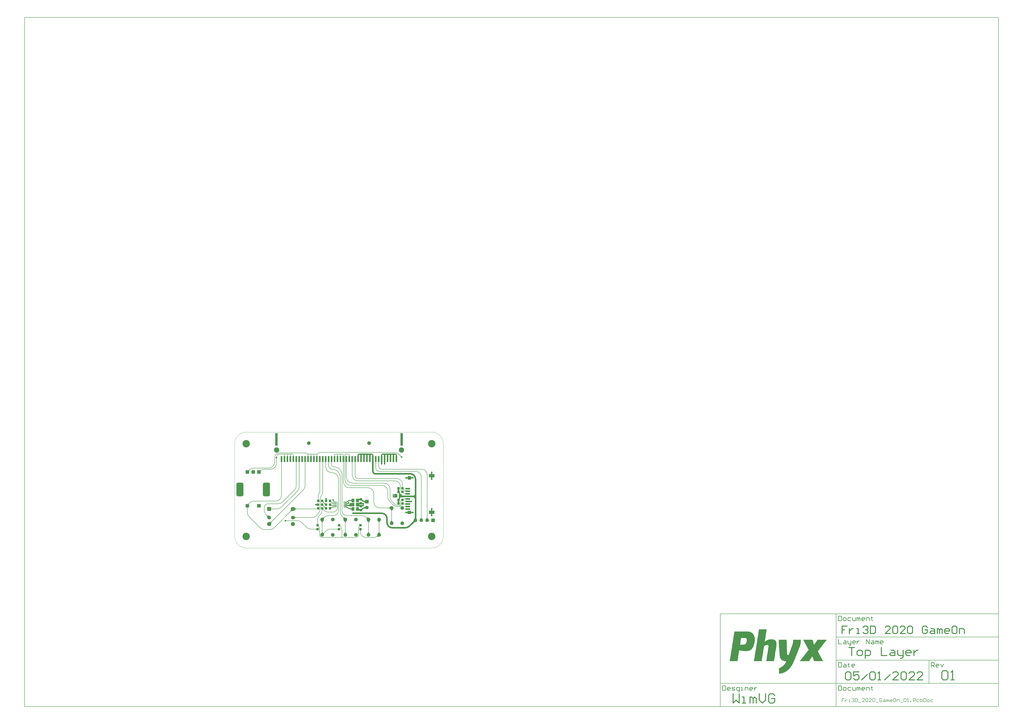
<source format=gtl>
G04*
G04 #@! TF.GenerationSoftware,Altium Limited,Altium Designer,22.0.2 (36)*
G04*
G04 Layer_Physical_Order=1*
G04 Layer_Color=3394611*
%FSLAX25Y25*%
%MOIN*%
G70*
G04*
G04 #@! TF.SameCoordinates,97D47E50-BCFC-400F-BBD2-71598373C37A*
G04*
G04*
G04 #@! TF.FilePolarity,Positive*
G04*
G01*
G75*
%ADD11C,0.00591*%
%ADD12C,0.00787*%
%ADD14C,0.01575*%
%ADD15C,0.00394*%
%ADD16C,0.00984*%
%ADD17R,0.04331X0.03937*%
%ADD18R,0.03937X0.04331*%
%ADD19R,0.03150X0.09843*%
%ADD20R,0.07874X0.02756*%
%ADD21R,0.05512X0.06299*%
%ADD22R,0.06299X0.05512*%
%ADD23R,0.09449X0.05512*%
%ADD24R,0.04724X0.05906*%
%ADD25R,0.05118X0.05906*%
%ADD35C,0.06299*%
%ADD36R,0.06299X0.06299*%
%ADD48C,0.01968*%
%ADD49C,0.02756*%
%ADD50R,0.05315X0.01575*%
%ADD51C,0.05906*%
%ADD52R,0.05906X0.05906*%
G04:AMPARAMS|DCode=53|XSize=43.31mil|YSize=216.54mil|CornerRadius=10.83mil|HoleSize=0mil|Usage=FLASHONLY|Rotation=0.000|XOffset=0mil|YOffset=0mil|HoleType=Round|Shape=RoundedRectangle|*
%AMROUNDEDRECTD53*
21,1,0.04331,0.19488,0,0,0.0*
21,1,0.02165,0.21654,0,0,0.0*
1,1,0.02165,0.01083,-0.09744*
1,1,0.02165,-0.01083,-0.09744*
1,1,0.02165,-0.01083,0.09744*
1,1,0.02165,0.01083,0.09744*
%
%ADD53ROUNDEDRECTD53*%
%ADD54C,0.09055*%
G04:AMPARAMS|DCode=55|XSize=118.11mil|YSize=236.22mil|CornerRadius=29.53mil|HoleSize=0mil|Usage=FLASHONLY|Rotation=0.000|XOffset=0mil|YOffset=0mil|HoleType=Round|Shape=RoundedRectangle|*
%AMROUNDEDRECTD55*
21,1,0.11811,0.17717,0,0,0.0*
21,1,0.05906,0.23622,0,0,0.0*
1,1,0.05906,0.02953,-0.08858*
1,1,0.05906,-0.02953,-0.08858*
1,1,0.05906,-0.02953,0.08858*
1,1,0.05906,0.02953,0.08858*
%
%ADD55ROUNDEDRECTD55*%
G04:AMPARAMS|DCode=56|XSize=62.99mil|YSize=62.99mil|CornerRadius=15.75mil|HoleSize=0mil|Usage=FLASHONLY|Rotation=0.000|XOffset=0mil|YOffset=0mil|HoleType=Round|Shape=RoundedRectangle|*
%AMROUNDEDRECTD56*
21,1,0.06299,0.03150,0,0,0.0*
21,1,0.03150,0.06299,0,0,0.0*
1,1,0.03150,0.01575,-0.01575*
1,1,0.03150,-0.01575,-0.01575*
1,1,0.03150,-0.01575,0.01575*
1,1,0.03150,0.01575,0.01575*
%
%ADD56ROUNDEDRECTD56*%
%ADD57R,0.05906X0.05906*%
%ADD58C,0.12598*%
%ADD59C,0.07087*%
%ADD60R,0.07087X0.07087*%
%ADD61C,0.02756*%
G36*
X272618Y158465D02*
X272244Y158445D01*
X271909Y158386D01*
X271614Y158287D01*
X271358Y158150D01*
X271142Y157972D01*
X270965Y157756D01*
X270827Y157500D01*
X270728Y157205D01*
X270691Y156996D01*
X270702Y156858D01*
X270742Y156602D01*
X270794Y156386D01*
X270858Y156209D01*
X270933Y156071D01*
X271020Y155972D01*
X271118Y155913D01*
X271228Y155894D01*
X268103D01*
X268213Y155913D01*
X268311Y155972D01*
X268398Y156071D01*
X268473Y156209D01*
X268536Y156386D01*
X268588Y156602D01*
X268629Y156858D01*
X268641Y156984D01*
X268602Y157205D01*
X268504Y157500D01*
X268366Y157756D01*
X268189Y157972D01*
X267972Y158150D01*
X267717Y158287D01*
X267421Y158386D01*
X267165Y158431D01*
X266909Y158386D01*
X266614Y158287D01*
X266358Y158150D01*
X266142Y157972D01*
X265965Y157756D01*
X265827Y157500D01*
X265728Y157205D01*
X265691Y156996D01*
X265702Y156858D01*
X265742Y156602D01*
X265794Y156386D01*
X265858Y156209D01*
X265933Y156071D01*
X266020Y155972D01*
X266118Y155913D01*
X266228Y155894D01*
X263103D01*
X263212Y155913D01*
X263311Y155972D01*
X263398Y156071D01*
X263473Y156209D01*
X263537Y156386D01*
X263589Y156602D01*
X263629Y156858D01*
X263641Y156984D01*
X263602Y157205D01*
X263504Y157500D01*
X263366Y157756D01*
X263189Y157972D01*
X262972Y158150D01*
X262717Y158287D01*
X262421Y158386D01*
X262165Y158431D01*
X261909Y158386D01*
X261614Y158287D01*
X261358Y158150D01*
X261142Y157972D01*
X260965Y157756D01*
X260827Y157500D01*
X260728Y157205D01*
X260691Y156996D01*
X260702Y156858D01*
X260742Y156602D01*
X260794Y156386D01*
X260858Y156209D01*
X260933Y156071D01*
X261020Y155972D01*
X261118Y155913D01*
X261228Y155894D01*
X258103D01*
X258212Y155913D01*
X258311Y155972D01*
X258398Y156071D01*
X258473Y156209D01*
X258537Y156386D01*
X258589Y156602D01*
X258629Y156858D01*
X258641Y156984D01*
X258602Y157205D01*
X258504Y157500D01*
X258366Y157756D01*
X258189Y157972D01*
X257972Y158150D01*
X257716Y158287D01*
X257421Y158386D01*
X257165Y158431D01*
X256909Y158386D01*
X256614Y158287D01*
X256358Y158150D01*
X256142Y157972D01*
X255965Y157756D01*
X255827Y157500D01*
X255728Y157205D01*
X255692Y156996D01*
X255702Y156858D01*
X255742Y156602D01*
X255794Y156386D01*
X255858Y156209D01*
X255933Y156071D01*
X256020Y155972D01*
X256118Y155913D01*
X256228Y155894D01*
X253103D01*
X253212Y155913D01*
X253311Y155972D01*
X253398Y156071D01*
X253473Y156209D01*
X253537Y156386D01*
X253589Y156602D01*
X253629Y156858D01*
X253641Y156984D01*
X253602Y157205D01*
X253504Y157500D01*
X253366Y157756D01*
X253189Y157972D01*
X252972Y158150D01*
X252716Y158287D01*
X252421Y158386D01*
X252087Y158445D01*
X251713Y158465D01*
X254665Y160433D01*
X257165Y158766D01*
X259665Y160433D01*
X262165Y158766D01*
X264665Y160433D01*
X267165Y158766D01*
X269665Y160433D01*
X272618Y158465D01*
D02*
G37*
G36*
X232618D02*
X232244Y158445D01*
X231909Y158386D01*
X231614Y158287D01*
X231358Y158150D01*
X231142Y157972D01*
X230965Y157756D01*
X230827Y157500D01*
X230728Y157205D01*
X230692Y156996D01*
X230702Y156858D01*
X230742Y156602D01*
X230794Y156386D01*
X230858Y156209D01*
X230933Y156071D01*
X231020Y155972D01*
X231118Y155913D01*
X231228Y155894D01*
X228103D01*
X228212Y155913D01*
X228311Y155972D01*
X228398Y156071D01*
X228473Y156209D01*
X228537Y156386D01*
X228589Y156602D01*
X228629Y156858D01*
X228641Y156984D01*
X228602Y157205D01*
X228504Y157500D01*
X228366Y157756D01*
X228189Y157972D01*
X227972Y158150D01*
X227716Y158287D01*
X227421Y158386D01*
X227165Y158431D01*
X226909Y158386D01*
X226614Y158287D01*
X226358Y158150D01*
X226142Y157972D01*
X225965Y157756D01*
X225827Y157500D01*
X225728Y157205D01*
X225692Y156996D01*
X225702Y156858D01*
X225742Y156602D01*
X225794Y156386D01*
X225858Y156209D01*
X225933Y156071D01*
X226020Y155972D01*
X226118Y155913D01*
X226228Y155894D01*
X223103D01*
X223213Y155913D01*
X223311Y155972D01*
X223398Y156071D01*
X223473Y156209D01*
X223536Y156386D01*
X223588Y156602D01*
X223629Y156858D01*
X223641Y156984D01*
X223602Y157205D01*
X223504Y157500D01*
X223366Y157756D01*
X223189Y157972D01*
X222972Y158150D01*
X222716Y158287D01*
X222421Y158386D01*
X222165Y158431D01*
X221909Y158386D01*
X221614Y158287D01*
X221358Y158150D01*
X221142Y157972D01*
X220965Y157756D01*
X220827Y157500D01*
X220728Y157205D01*
X220691Y156996D01*
X220702Y156858D01*
X220742Y156602D01*
X220794Y156386D01*
X220858Y156209D01*
X220933Y156071D01*
X221020Y155972D01*
X221118Y155913D01*
X221228Y155894D01*
X218103D01*
X218213Y155913D01*
X218311Y155972D01*
X218398Y156071D01*
X218473Y156209D01*
X218536Y156386D01*
X218588Y156602D01*
X218629Y156858D01*
X218641Y156984D01*
X218602Y157205D01*
X218504Y157500D01*
X218366Y157756D01*
X218189Y157972D01*
X217972Y158150D01*
X217717Y158287D01*
X217421Y158386D01*
X217165Y158431D01*
X216909Y158386D01*
X216614Y158287D01*
X216358Y158150D01*
X216142Y157972D01*
X215965Y157756D01*
X215827Y157500D01*
X215728Y157205D01*
X215691Y156996D01*
X215702Y156858D01*
X215742Y156602D01*
X215794Y156386D01*
X215858Y156209D01*
X215933Y156071D01*
X216020Y155972D01*
X216118Y155913D01*
X216228Y155894D01*
X213103D01*
X213212Y155913D01*
X213311Y155972D01*
X213398Y156071D01*
X213473Y156209D01*
X213537Y156386D01*
X213589Y156602D01*
X213629Y156858D01*
X213641Y156984D01*
X213602Y157205D01*
X213504Y157500D01*
X213366Y157756D01*
X213189Y157972D01*
X212972Y158150D01*
X212717Y158287D01*
X212421Y158386D01*
X212087Y158445D01*
X211713Y158465D01*
X214665Y160433D01*
X217165Y158766D01*
X219665Y160433D01*
X222165Y158766D01*
X224665Y160433D01*
X227165Y158766D01*
X229665Y160433D01*
X232618Y158465D01*
D02*
G37*
G36*
X180551Y159153D02*
X180439Y159148D01*
X180339Y159130D01*
X180250Y159100D01*
X180173Y159059D01*
X180108Y159006D01*
X180055Y158941D01*
X180014Y158864D01*
X179984Y158776D01*
X179966Y158675D01*
X179961Y158563D01*
X179370D01*
X179364Y158675D01*
X179347Y158776D01*
X179317Y158864D01*
X179276Y158941D01*
X179222Y159006D01*
X179157Y159059D01*
X179081Y159100D01*
X178992Y159130D01*
X178892Y159148D01*
X178779Y159153D01*
X179665Y159744D01*
X180551Y159153D01*
D02*
G37*
G36*
X175551D02*
X175439Y159148D01*
X175339Y159130D01*
X175250Y159100D01*
X175173Y159059D01*
X175108Y159006D01*
X175055Y158941D01*
X175014Y158864D01*
X174984Y158776D01*
X174967Y158675D01*
X174961Y158563D01*
X174370D01*
X174364Y158675D01*
X174346Y158776D01*
X174317Y158864D01*
X174276Y158941D01*
X174222Y159006D01*
X174158Y159059D01*
X174081Y159100D01*
X173992Y159130D01*
X173892Y159148D01*
X173779Y159153D01*
X174665Y159744D01*
X175551Y159153D01*
D02*
G37*
G36*
X139370Y158563D02*
X139364Y158675D01*
X139347Y158776D01*
X139317Y158864D01*
X139276Y158941D01*
X139222Y159006D01*
X139157Y159059D01*
X139081Y159100D01*
X138992Y159130D01*
X138892Y159148D01*
X138779Y159153D01*
X139665Y159449D01*
X139370Y158563D01*
D02*
G37*
G36*
X135551Y159153D02*
X135439Y159148D01*
X135339Y159130D01*
X135250Y159100D01*
X135173Y159059D01*
X135108Y159006D01*
X135055Y158941D01*
X135014Y158864D01*
X134984Y158776D01*
X134967Y158675D01*
X134961Y158563D01*
X134370D01*
X134364Y158675D01*
X134346Y158776D01*
X134317Y158864D01*
X134276Y158941D01*
X134222Y159006D01*
X134158Y159059D01*
X134081Y159100D01*
X133992Y159130D01*
X133892Y159148D01*
X133780Y159153D01*
X134665Y159744D01*
X135551Y159153D01*
D02*
G37*
G36*
X130551D02*
X130439Y159148D01*
X130339Y159130D01*
X130250Y159100D01*
X130173Y159059D01*
X130108Y159006D01*
X130055Y158941D01*
X130014Y158864D01*
X129984Y158776D01*
X129966Y158675D01*
X129961Y158563D01*
X129370D01*
X129364Y158675D01*
X129347Y158776D01*
X129317Y158864D01*
X129276Y158941D01*
X129222Y159006D01*
X129157Y159059D01*
X129081Y159100D01*
X128992Y159130D01*
X128892Y159148D01*
X128779Y159153D01*
X129665Y159744D01*
X130551Y159153D01*
D02*
G37*
G36*
X95551D02*
X95439Y159148D01*
X95339Y159130D01*
X95250Y159100D01*
X95173Y159059D01*
X95108Y159006D01*
X95055Y158941D01*
X95014Y158864D01*
X94984Y158776D01*
X94967Y158675D01*
X94961Y158563D01*
X94370D01*
X94364Y158675D01*
X94346Y158776D01*
X94317Y158864D01*
X94276Y158941D01*
X94222Y159006D01*
X94157Y159059D01*
X94081Y159100D01*
X93992Y159130D01*
X93892Y159148D01*
X93779Y159153D01*
X94665Y159744D01*
X95551Y159153D01*
D02*
G37*
G36*
X90551D02*
X90439Y159148D01*
X90339Y159130D01*
X90250Y159100D01*
X90173Y159059D01*
X90108Y159006D01*
X90055Y158941D01*
X90014Y158864D01*
X89984Y158776D01*
X89966Y158675D01*
X89961Y158563D01*
X89370D01*
X89364Y158675D01*
X89346Y158776D01*
X89317Y158864D01*
X89276Y158941D01*
X89222Y159006D01*
X89157Y159059D01*
X89081Y159100D01*
X88992Y159130D01*
X88892Y159148D01*
X88779Y159153D01*
X89665Y159744D01*
X90551Y159153D01*
D02*
G37*
G36*
X85551D02*
X85439Y159148D01*
X85339Y159130D01*
X85250Y159100D01*
X85173Y159059D01*
X85108Y159006D01*
X85055Y158941D01*
X85014Y158864D01*
X84984Y158776D01*
X84966Y158675D01*
X84961Y158563D01*
X84370D01*
X84364Y158675D01*
X84346Y158776D01*
X84317Y158864D01*
X84276Y158941D01*
X84222Y159006D01*
X84158Y159059D01*
X84081Y159100D01*
X83992Y159130D01*
X83892Y159148D01*
X83780Y159153D01*
X84665Y159744D01*
X85551Y159153D01*
D02*
G37*
G36*
X275655Y157195D02*
X275702Y156681D01*
X275742Y156472D01*
X275794Y156295D01*
X275858Y156151D01*
X275933Y156038D01*
X276020Y155958D01*
X276118Y155910D01*
X276228Y155894D01*
X273103D01*
X273213Y155910D01*
X273311Y155958D01*
X273398Y156038D01*
X273473Y156151D01*
X273536Y156295D01*
X273588Y156472D01*
X273629Y156681D01*
X273658Y156922D01*
X273675Y157195D01*
X273681Y157500D01*
X275650D01*
X275655Y157195D01*
D02*
G37*
G36*
X250655D02*
X250702Y156681D01*
X250742Y156472D01*
X250794Y156295D01*
X250858Y156151D01*
X250933Y156038D01*
X251020Y155958D01*
X251118Y155910D01*
X251228Y155894D01*
X248103D01*
X248213Y155910D01*
X248311Y155958D01*
X248398Y156038D01*
X248473Y156151D01*
X248536Y156295D01*
X248588Y156472D01*
X248629Y156681D01*
X248658Y156922D01*
X248675Y157195D01*
X248681Y157500D01*
X250650D01*
X250655Y157195D01*
D02*
G37*
G36*
X235655D02*
X235702Y156681D01*
X235742Y156472D01*
X235794Y156295D01*
X235858Y156151D01*
X235933Y156038D01*
X236020Y155958D01*
X236118Y155910D01*
X236228Y155894D01*
X233103D01*
X233212Y155910D01*
X233311Y155958D01*
X233398Y156038D01*
X233473Y156151D01*
X233537Y156295D01*
X233589Y156472D01*
X233629Y156681D01*
X233658Y156922D01*
X233675Y157195D01*
X233681Y157500D01*
X235650D01*
X235655Y157195D01*
D02*
G37*
G36*
X210655D02*
X210702Y156681D01*
X210742Y156472D01*
X210794Y156295D01*
X210858Y156151D01*
X210933Y156038D01*
X211020Y155958D01*
X211118Y155910D01*
X211228Y155894D01*
X208103D01*
X208212Y155910D01*
X208311Y155958D01*
X208398Y156038D01*
X208473Y156151D01*
X208537Y156295D01*
X208589Y156472D01*
X208629Y156681D01*
X208658Y156922D01*
X208675Y157195D01*
X208681Y157500D01*
X210650D01*
X210655Y157195D01*
D02*
G37*
G36*
X194964Y156370D02*
X194972Y156267D01*
X194987Y156177D01*
X195008Y156098D01*
X195034Y156032D01*
X195067Y155978D01*
X195105Y155936D01*
X195150Y155906D01*
X195200Y155888D01*
X195256Y155882D01*
X194075D01*
X194131Y155888D01*
X194181Y155906D01*
X194225Y155936D01*
X194264Y155978D01*
X194296Y156032D01*
X194323Y156098D01*
X194343Y156177D01*
X194358Y156267D01*
X194367Y156370D01*
X194370Y156484D01*
X194961D01*
X194964Y156370D01*
D02*
G37*
G36*
X184964D02*
X184972Y156267D01*
X184987Y156177D01*
X185008Y156098D01*
X185034Y156032D01*
X185067Y155978D01*
X185105Y155936D01*
X185150Y155906D01*
X185200Y155888D01*
X185256Y155882D01*
X184075D01*
X184131Y155888D01*
X184181Y155906D01*
X184225Y155936D01*
X184264Y155978D01*
X184296Y156032D01*
X184323Y156098D01*
X184344Y156177D01*
X184358Y156267D01*
X184367Y156370D01*
X184370Y156484D01*
X184961D01*
X184964Y156370D01*
D02*
G37*
G36*
X179964D02*
X179972Y156267D01*
X179987Y156177D01*
X180008Y156098D01*
X180034Y156032D01*
X180067Y155978D01*
X180105Y155936D01*
X180150Y155906D01*
X180200Y155888D01*
X180256Y155882D01*
X179075D01*
X179131Y155888D01*
X179181Y155906D01*
X179225Y155936D01*
X179264Y155978D01*
X179296Y156032D01*
X179323Y156098D01*
X179343Y156177D01*
X179358Y156267D01*
X179367Y156370D01*
X179370Y156484D01*
X179961D01*
X179964Y156370D01*
D02*
G37*
G36*
X174964D02*
X174972Y156267D01*
X174987Y156177D01*
X175008Y156098D01*
X175034Y156032D01*
X175067Y155978D01*
X175105Y155936D01*
X175150Y155906D01*
X175200Y155888D01*
X175256Y155882D01*
X174075D01*
X174131Y155888D01*
X174181Y155906D01*
X174225Y155936D01*
X174264Y155978D01*
X174296Y156032D01*
X174323Y156098D01*
X174344Y156177D01*
X174358Y156267D01*
X174367Y156370D01*
X174370Y156484D01*
X174961D01*
X174964Y156370D01*
D02*
G37*
G36*
X169964D02*
X169972Y156267D01*
X169987Y156177D01*
X170008Y156098D01*
X170034Y156032D01*
X170067Y155978D01*
X170105Y155936D01*
X170150Y155906D01*
X170200Y155888D01*
X170256Y155882D01*
X169075D01*
X169131Y155888D01*
X169181Y155906D01*
X169225Y155936D01*
X169264Y155978D01*
X169296Y156032D01*
X169323Y156098D01*
X169343Y156177D01*
X169358Y156267D01*
X169367Y156370D01*
X169370Y156484D01*
X169961D01*
X169964Y156370D01*
D02*
G37*
G36*
X139964D02*
X139972Y156267D01*
X139987Y156177D01*
X140008Y156098D01*
X140034Y156032D01*
X140067Y155978D01*
X140105Y155936D01*
X140150Y155906D01*
X140200Y155888D01*
X140256Y155882D01*
X139075D01*
X139131Y155888D01*
X139181Y155906D01*
X139225Y155936D01*
X139264Y155978D01*
X139296Y156032D01*
X139323Y156098D01*
X139344Y156177D01*
X139358Y156267D01*
X139367Y156370D01*
X139370Y156484D01*
X139961D01*
X139964Y156370D01*
D02*
G37*
G36*
X134964D02*
X134972Y156267D01*
X134987Y156177D01*
X135008Y156098D01*
X135034Y156032D01*
X135067Y155978D01*
X135105Y155936D01*
X135150Y155906D01*
X135200Y155888D01*
X135256Y155882D01*
X134075D01*
X134131Y155888D01*
X134181Y155906D01*
X134225Y155936D01*
X134264Y155978D01*
X134296Y156032D01*
X134323Y156098D01*
X134344Y156177D01*
X134358Y156267D01*
X134367Y156370D01*
X134370Y156484D01*
X134961D01*
X134964Y156370D01*
D02*
G37*
G36*
X129964D02*
X129972Y156267D01*
X129987Y156177D01*
X130008Y156098D01*
X130034Y156032D01*
X130067Y155978D01*
X130105Y155936D01*
X130150Y155906D01*
X130200Y155888D01*
X130256Y155882D01*
X129075D01*
X129131Y155888D01*
X129181Y155906D01*
X129225Y155936D01*
X129264Y155978D01*
X129296Y156032D01*
X129323Y156098D01*
X129343Y156177D01*
X129358Y156267D01*
X129367Y156370D01*
X129370Y156484D01*
X129961D01*
X129964Y156370D01*
D02*
G37*
G36*
X124964D02*
X124972Y156267D01*
X124987Y156177D01*
X125008Y156098D01*
X125034Y156032D01*
X125067Y155978D01*
X125105Y155936D01*
X125150Y155906D01*
X125200Y155888D01*
X125256Y155882D01*
X124075D01*
X124131Y155888D01*
X124181Y155906D01*
X124225Y155936D01*
X124264Y155978D01*
X124296Y156032D01*
X124323Y156098D01*
X124344Y156177D01*
X124358Y156267D01*
X124367Y156370D01*
X124370Y156484D01*
X124961D01*
X124964Y156370D01*
D02*
G37*
G36*
X99964D02*
X99972Y156267D01*
X99987Y156177D01*
X100008Y156098D01*
X100034Y156032D01*
X100067Y155978D01*
X100105Y155936D01*
X100150Y155906D01*
X100200Y155888D01*
X100256Y155882D01*
X99075D01*
X99131Y155888D01*
X99181Y155906D01*
X99225Y155936D01*
X99264Y155978D01*
X99296Y156032D01*
X99323Y156098D01*
X99344Y156177D01*
X99358Y156267D01*
X99367Y156370D01*
X99370Y156484D01*
X99961D01*
X99964Y156370D01*
D02*
G37*
G36*
X94964D02*
X94972Y156267D01*
X94987Y156177D01*
X95008Y156098D01*
X95034Y156032D01*
X95067Y155978D01*
X95105Y155936D01*
X95150Y155906D01*
X95200Y155888D01*
X95256Y155882D01*
X94075D01*
X94131Y155888D01*
X94181Y155906D01*
X94225Y155936D01*
X94264Y155978D01*
X94296Y156032D01*
X94323Y156098D01*
X94344Y156177D01*
X94358Y156267D01*
X94367Y156370D01*
X94370Y156484D01*
X94961D01*
X94964Y156370D01*
D02*
G37*
G36*
X89964D02*
X89972Y156267D01*
X89987Y156177D01*
X90008Y156098D01*
X90034Y156032D01*
X90067Y155978D01*
X90105Y155936D01*
X90150Y155906D01*
X90200Y155888D01*
X90256Y155882D01*
X89075D01*
X89131Y155888D01*
X89181Y155906D01*
X89225Y155936D01*
X89264Y155978D01*
X89296Y156032D01*
X89323Y156098D01*
X89344Y156177D01*
X89358Y156267D01*
X89367Y156370D01*
X89370Y156484D01*
X89961D01*
X89964Y156370D01*
D02*
G37*
G36*
X84964D02*
X84972Y156267D01*
X84987Y156177D01*
X85008Y156098D01*
X85034Y156032D01*
X85067Y155978D01*
X85105Y155936D01*
X85150Y155906D01*
X85200Y155888D01*
X85256Y155882D01*
X84075D01*
X84131Y155888D01*
X84181Y155906D01*
X84225Y155936D01*
X84264Y155978D01*
X84296Y156032D01*
X84323Y156098D01*
X84343Y156177D01*
X84358Y156267D01*
X84367Y156370D01*
X84370Y156484D01*
X84961D01*
X84964Y156370D01*
D02*
G37*
G36*
X282218Y156201D02*
X282310Y156138D01*
X282413Y156081D01*
X282528Y156033D01*
X282654Y155993D01*
X282791Y155960D01*
X282939Y155935D01*
X283098Y155917D01*
X283451Y155905D01*
X282087Y154541D01*
X282085Y154723D01*
X282058Y155053D01*
X282032Y155201D01*
X282000Y155338D01*
X281959Y155464D01*
X281911Y155579D01*
X281855Y155682D01*
X281791Y155774D01*
X281719Y155855D01*
X282137Y156273D01*
X282218Y156201D01*
D02*
G37*
G36*
X71565Y155633D02*
X71532Y155529D01*
X71515Y155422D01*
X71513Y155309D01*
X71527Y155193D01*
X71557Y155073D01*
X71602Y154948D01*
X71663Y154819D01*
X71739Y154686D01*
X71831Y154549D01*
X71939Y154408D01*
X70023Y154633D01*
X70168Y154749D01*
X70536Y155085D01*
X70635Y155194D01*
X70799Y155404D01*
X70864Y155507D01*
X70918Y155607D01*
X70960Y155706D01*
X71565Y155633D01*
D02*
G37*
G36*
X71703Y152429D02*
X71489Y152177D01*
X71402Y152054D01*
X71329Y151934D01*
X71268Y151816D01*
X71222Y151701D01*
X71188Y151589D01*
X71168Y151478D01*
X71161Y151371D01*
X70571D01*
X70564Y151478D01*
X70544Y151589D01*
X70511Y151701D01*
X70464Y151816D01*
X70403Y151934D01*
X70330Y152054D01*
X70243Y152177D01*
X70143Y152302D01*
X69902Y152559D01*
X71831D01*
X71703Y152429D01*
D02*
G37*
G36*
X245200Y146069D02*
X245150Y146051D01*
X245105Y146022D01*
X245067Y145981D01*
X245034Y145927D01*
X245008Y145862D01*
X244987Y145786D01*
X244972Y145697D01*
X244964Y145597D01*
X244961Y145484D01*
X244370D01*
X244367Y145597D01*
X244358Y145697D01*
X244343Y145786D01*
X244323Y145862D01*
X244296Y145927D01*
X244264Y145981D01*
X244225Y146022D01*
X244181Y146051D01*
X244131Y146069D01*
X244075Y146075D01*
X245256D01*
X245200Y146069D01*
D02*
G37*
G36*
X240200D02*
X240150Y146051D01*
X240105Y146022D01*
X240067Y145981D01*
X240034Y145927D01*
X240008Y145862D01*
X239987Y145786D01*
X239972Y145697D01*
X239964Y145597D01*
X239961Y145484D01*
X239370D01*
X239367Y145597D01*
X239358Y145697D01*
X239344Y145786D01*
X239323Y145862D01*
X239296Y145927D01*
X239264Y145981D01*
X239225Y146022D01*
X239181Y146051D01*
X239131Y146069D01*
X239075Y146075D01*
X240256D01*
X240200Y146069D01*
D02*
G37*
G36*
X205200D02*
X205150Y146051D01*
X205105Y146022D01*
X205067Y145981D01*
X205034Y145927D01*
X205008Y145862D01*
X204987Y145786D01*
X204972Y145697D01*
X204964Y145597D01*
X204961Y145484D01*
X204370D01*
X204367Y145597D01*
X204358Y145697D01*
X204344Y145786D01*
X204323Y145862D01*
X204296Y145927D01*
X204264Y145981D01*
X204225Y146022D01*
X204181Y146051D01*
X204131Y146069D01*
X204075Y146075D01*
X205256D01*
X205200Y146069D01*
D02*
G37*
G36*
X200200D02*
X200150Y146051D01*
X200105Y146022D01*
X200067Y145981D01*
X200034Y145927D01*
X200008Y145862D01*
X199987Y145786D01*
X199972Y145697D01*
X199964Y145597D01*
X199961Y145484D01*
X199370D01*
X199367Y145597D01*
X199358Y145697D01*
X199344Y145786D01*
X199323Y145862D01*
X199296Y145927D01*
X199264Y145981D01*
X199225Y146022D01*
X199181Y146051D01*
X199131Y146069D01*
X199075Y146075D01*
X200256D01*
X200200Y146069D01*
D02*
G37*
G36*
X190200D02*
X190150Y146051D01*
X190105Y146022D01*
X190067Y145981D01*
X190034Y145927D01*
X190008Y145862D01*
X189987Y145786D01*
X189972Y145697D01*
X189964Y145597D01*
X189961Y145484D01*
X189370D01*
X189367Y145597D01*
X189358Y145697D01*
X189344Y145786D01*
X189323Y145862D01*
X189296Y145927D01*
X189264Y145981D01*
X189225Y146022D01*
X189181Y146051D01*
X189131Y146069D01*
X189075Y146075D01*
X190256D01*
X190200Y146069D01*
D02*
G37*
G36*
X185200D02*
X185150Y146051D01*
X185105Y146022D01*
X185067Y145981D01*
X185034Y145927D01*
X185008Y145862D01*
X184987Y145786D01*
X184972Y145697D01*
X184964Y145597D01*
X184961Y145484D01*
X184370D01*
X184367Y145597D01*
X184358Y145697D01*
X184344Y145786D01*
X184323Y145862D01*
X184296Y145927D01*
X184264Y145981D01*
X184225Y146022D01*
X184181Y146051D01*
X184131Y146069D01*
X184075Y146075D01*
X185256D01*
X185200Y146069D01*
D02*
G37*
G36*
X165200D02*
X165150Y146051D01*
X165105Y146022D01*
X165067Y145981D01*
X165034Y145927D01*
X165008Y145862D01*
X164987Y145786D01*
X164972Y145697D01*
X164964Y145597D01*
X164961Y145484D01*
X164370D01*
X164367Y145597D01*
X164358Y145697D01*
X164344Y145786D01*
X164323Y145862D01*
X164296Y145927D01*
X164264Y145981D01*
X164225Y146022D01*
X164181Y146051D01*
X164131Y146069D01*
X164075Y146075D01*
X165256D01*
X165200Y146069D01*
D02*
G37*
G36*
X160200D02*
X160150Y146051D01*
X160105Y146022D01*
X160067Y145981D01*
X160034Y145927D01*
X160008Y145862D01*
X159987Y145786D01*
X159972Y145697D01*
X159964Y145597D01*
X159961Y145484D01*
X159370D01*
X159367Y145597D01*
X159358Y145697D01*
X159344Y145786D01*
X159323Y145862D01*
X159296Y145927D01*
X159264Y145981D01*
X159225Y146022D01*
X159181Y146051D01*
X159131Y146069D01*
X159075Y146075D01*
X160256D01*
X160200Y146069D01*
D02*
G37*
G36*
X155200D02*
X155150Y146051D01*
X155105Y146022D01*
X155067Y145981D01*
X155034Y145927D01*
X155008Y145862D01*
X154987Y145786D01*
X154972Y145697D01*
X154964Y145597D01*
X154961Y145484D01*
X154370D01*
X154367Y145597D01*
X154358Y145697D01*
X154343Y145786D01*
X154323Y145862D01*
X154296Y145927D01*
X154264Y145981D01*
X154225Y146022D01*
X154181Y146051D01*
X154131Y146069D01*
X154075Y146075D01*
X155256D01*
X155200Y146069D01*
D02*
G37*
G36*
X150200D02*
X150150Y146051D01*
X150105Y146022D01*
X150067Y145981D01*
X150034Y145927D01*
X150008Y145862D01*
X149987Y145786D01*
X149972Y145697D01*
X149964Y145597D01*
X149961Y145484D01*
X149370D01*
X149367Y145597D01*
X149358Y145697D01*
X149344Y145786D01*
X149323Y145862D01*
X149296Y145927D01*
X149264Y145981D01*
X149225Y146022D01*
X149181Y146051D01*
X149131Y146069D01*
X149075Y146075D01*
X150256D01*
X150200Y146069D01*
D02*
G37*
G36*
X145200D02*
X145150Y146051D01*
X145105Y146022D01*
X145067Y145981D01*
X145034Y145927D01*
X145008Y145862D01*
X144987Y145786D01*
X144972Y145697D01*
X144964Y145597D01*
X144961Y145484D01*
X144370D01*
X144367Y145597D01*
X144358Y145697D01*
X144343Y145786D01*
X144323Y145862D01*
X144296Y145927D01*
X144264Y145981D01*
X144225Y146022D01*
X144181Y146051D01*
X144131Y146069D01*
X144075Y146075D01*
X145256D01*
X145200Y146069D01*
D02*
G37*
G36*
X120200D02*
X120150Y146051D01*
X120105Y146022D01*
X120067Y145981D01*
X120034Y145927D01*
X120008Y145862D01*
X119987Y145786D01*
X119972Y145697D01*
X119964Y145597D01*
X119961Y145484D01*
X119370D01*
X119367Y145597D01*
X119358Y145697D01*
X119343Y145786D01*
X119323Y145862D01*
X119296Y145927D01*
X119264Y145981D01*
X119225Y146022D01*
X119181Y146051D01*
X119131Y146069D01*
X119075Y146075D01*
X120256D01*
X120200Y146069D01*
D02*
G37*
G36*
X110200D02*
X110150Y146051D01*
X110105Y146022D01*
X110067Y145981D01*
X110034Y145927D01*
X110008Y145862D01*
X109987Y145786D01*
X109972Y145697D01*
X109964Y145597D01*
X109961Y145484D01*
X109370D01*
X109367Y145597D01*
X109358Y145697D01*
X109344Y145786D01*
X109323Y145862D01*
X109296Y145927D01*
X109264Y145981D01*
X109225Y146022D01*
X109181Y146051D01*
X109131Y146069D01*
X109075Y146075D01*
X110256D01*
X110200Y146069D01*
D02*
G37*
G36*
X105200D02*
X105150Y146051D01*
X105105Y146022D01*
X105067Y145981D01*
X105034Y145927D01*
X105008Y145862D01*
X104987Y145786D01*
X104972Y145697D01*
X104964Y145597D01*
X104961Y145484D01*
X104370D01*
X104367Y145597D01*
X104358Y145697D01*
X104343Y145786D01*
X104323Y145862D01*
X104296Y145927D01*
X104264Y145981D01*
X104225Y146022D01*
X104181Y146051D01*
X104131Y146069D01*
X104075Y146075D01*
X105256D01*
X105200Y146069D01*
D02*
G37*
G36*
X80200D02*
X80150Y146051D01*
X80105Y146022D01*
X80067Y145981D01*
X80034Y145927D01*
X80008Y145862D01*
X79987Y145786D01*
X79972Y145697D01*
X79964Y145597D01*
X79961Y145484D01*
X79370D01*
X79367Y145597D01*
X79358Y145697D01*
X79343Y145786D01*
X79323Y145862D01*
X79296Y145927D01*
X79264Y145981D01*
X79225Y146022D01*
X79181Y146051D01*
X79131Y146069D01*
X79075Y146075D01*
X80256D01*
X80200Y146069D01*
D02*
G37*
G36*
X256118Y146055D02*
X256020Y145996D01*
X255933Y145898D01*
X255858Y145760D01*
X255794Y145583D01*
X255742Y145366D01*
X255702Y145110D01*
X255673Y144815D01*
X255650Y144106D01*
X253681D01*
X253675Y144481D01*
X253629Y145110D01*
X253589Y145366D01*
X253537Y145583D01*
X253473Y145760D01*
X253398Y145898D01*
X253311Y145996D01*
X253212Y146055D01*
X253103Y146075D01*
X256228D01*
X256118Y146055D01*
D02*
G37*
G36*
X251118D02*
X251020Y145996D01*
X250933Y145898D01*
X250858Y145760D01*
X250794Y145583D01*
X250742Y145366D01*
X250702Y145110D01*
X250673Y144815D01*
X250650Y144106D01*
X248681D01*
X248675Y144481D01*
X248629Y145110D01*
X248588Y145366D01*
X248536Y145583D01*
X248473Y145760D01*
X248398Y145898D01*
X248311Y145996D01*
X248213Y146055D01*
X248103Y146075D01*
X251228D01*
X251118Y146055D01*
D02*
G37*
G36*
X236193Y146047D02*
X236162Y145965D01*
X236134Y145827D01*
X236110Y145634D01*
X236073Y145083D01*
X236043Y143319D01*
X233287D01*
X233286Y143843D01*
X233138Y146047D01*
X233103Y146075D01*
X236228D01*
X236193Y146047D01*
D02*
G37*
G36*
X24942Y131808D02*
X24851Y131713D01*
X24711Y131540D01*
X24661Y131462D01*
X24626Y131389D01*
X24605Y131323D01*
X24597Y131262D01*
X24604Y131206D01*
X24624Y131157D01*
X24658Y131113D01*
X23829Y131941D01*
X23873Y131907D01*
X23923Y131887D01*
X23978Y131881D01*
X24039Y131888D01*
X24106Y131910D01*
X24178Y131945D01*
X24256Y131994D01*
X24340Y132057D01*
X24429Y132134D01*
X24524Y132225D01*
X24942Y131808D01*
D02*
G37*
G36*
X44705Y131715D02*
X44602Y131632D01*
X44515Y131553D01*
X44442Y131479D01*
X44385Y131409D01*
X44343Y131343D01*
X44316Y131281D01*
X44304Y131224D01*
X44307Y131171D01*
X44325Y131122D01*
X44358Y131078D01*
X43543Y131929D01*
X43587Y131894D01*
X43637Y131871D01*
X43695Y131861D01*
X43759Y131863D01*
X43830Y131879D01*
X43909Y131906D01*
X43994Y131947D01*
X44087Y132000D01*
X44186Y132066D01*
X44292Y132144D01*
X44705Y131715D01*
D02*
G37*
G36*
X335443Y126974D02*
X335472Y126637D01*
X335522Y126340D01*
X335591Y126083D01*
X335679Y125865D01*
X335787Y125687D01*
X335915Y125548D01*
X336063Y125449D01*
X336230Y125390D01*
X336417Y125370D01*
X332480D01*
X332667Y125390D01*
X332835Y125449D01*
X332982Y125548D01*
X333110Y125687D01*
X333219Y125865D01*
X333307Y126083D01*
X333376Y126340D01*
X333425Y126637D01*
X333455Y126974D01*
X333465Y127350D01*
X335433D01*
X335443Y126974D01*
D02*
G37*
G36*
X336230Y119886D02*
X336063Y119827D01*
X335915Y119728D01*
X335787Y119589D01*
X335679Y119411D01*
X335591Y119193D01*
X335522Y118936D01*
X335472Y118638D01*
X335443Y118302D01*
X335433Y117925D01*
X333465D01*
X333455Y118302D01*
X333425Y118638D01*
X333376Y118936D01*
X333307Y119193D01*
X333219Y119411D01*
X333110Y119589D01*
X332982Y119728D01*
X332835Y119827D01*
X332667Y119886D01*
X332480Y119906D01*
X336417D01*
X336230Y119886D01*
D02*
G37*
G36*
X299417Y120876D02*
X299476Y120709D01*
X299575Y120561D01*
X299712Y120433D01*
X299890Y120325D01*
X300106Y120236D01*
X300362Y120167D01*
X300657Y120118D01*
X300992Y120089D01*
X301366Y120079D01*
Y118110D01*
X300992Y118100D01*
X300657Y118071D01*
X300362Y118022D01*
X300106Y117953D01*
X299890Y117864D01*
X299712Y117756D01*
X299575Y117628D01*
X299476Y117480D01*
X299417Y117313D01*
X299397Y117126D01*
Y121063D01*
X299417Y120876D01*
D02*
G37*
G36*
X293922Y117126D02*
X293902Y117313D01*
X293842Y117480D01*
X293743Y117628D01*
X293605Y117756D01*
X293426Y117864D01*
X293209Y117953D01*
X292951Y118022D01*
X292654Y118071D01*
X292318Y118100D01*
X291941Y118110D01*
Y120079D01*
X292318Y120089D01*
X292654Y120118D01*
X292951Y120167D01*
X293209Y120236D01*
X293426Y120325D01*
X293605Y120433D01*
X293743Y120561D01*
X293842Y120709D01*
X293902Y120876D01*
X293922Y121063D01*
Y117126D01*
D02*
G37*
G36*
X285141Y103811D02*
X285150Y103708D01*
X285165Y103618D01*
X285185Y103540D01*
X285212Y103473D01*
X285244Y103419D01*
X285283Y103377D01*
X285327Y103347D01*
X285377Y103329D01*
X285433Y103323D01*
X284252D01*
X284308Y103329D01*
X284359Y103347D01*
X284403Y103377D01*
X284441Y103419D01*
X284474Y103473D01*
X284500Y103540D01*
X284521Y103618D01*
X284536Y103708D01*
X284545Y103811D01*
X284548Y103925D01*
X285138D01*
X285141Y103811D01*
D02*
G37*
G36*
X286943Y100024D02*
X286921Y99977D01*
X286917Y99920D01*
X286932Y99852D01*
X286966Y99774D01*
X287018Y99685D01*
X287089Y99586D01*
X287179Y99476D01*
X287414Y99225D01*
X286799Y99004D01*
X286686Y99114D01*
X286479Y99288D01*
X286385Y99353D01*
X286299Y99404D01*
X286218Y99439D01*
X286145Y99460D01*
X286078Y99466D01*
X286018Y99457D01*
X285964Y99434D01*
X286984Y100060D01*
X286943Y100024D01*
D02*
G37*
G36*
X279931Y99414D02*
X279764Y99354D01*
X279616Y99256D01*
X279488Y99117D01*
X279380Y98939D01*
X279292Y98721D01*
X279223Y98463D01*
X279217Y98426D01*
X279223Y98388D01*
X279292Y98130D01*
X279380Y97912D01*
X279488Y97734D01*
X279616Y97596D01*
X279764Y97496D01*
X279931Y97437D01*
X280118Y97417D01*
X276181D01*
X276368Y97437D01*
X276536Y97496D01*
X276683Y97596D01*
X276811Y97734D01*
X276920Y97912D01*
X277008Y98130D01*
X277077Y98388D01*
X277083Y98426D01*
X277077Y98463D01*
X277008Y98721D01*
X276920Y98939D01*
X276811Y99117D01*
X276683Y99256D01*
X276536Y99354D01*
X276368Y99414D01*
X276181Y99434D01*
X280118D01*
X279931Y99414D01*
D02*
G37*
G36*
X290195Y97614D02*
X289985Y97048D01*
X289979Y97048D01*
X289965Y97057D01*
X289943Y97075D01*
X289827Y97177D01*
X289555Y97429D01*
X289973Y97847D01*
X290195Y97614D01*
D02*
G37*
G36*
X283000Y97737D02*
X283207Y97563D01*
X283300Y97498D01*
X283387Y97448D01*
X283467Y97412D01*
X283541Y97391D01*
X283608Y97385D01*
X283668Y97394D01*
X283721Y97417D01*
X282701Y96791D01*
X282742Y96827D01*
X282765Y96874D01*
X282768Y96931D01*
X282753Y96999D01*
X282720Y97077D01*
X282667Y97166D01*
X282596Y97265D01*
X282507Y97375D01*
X282272Y97626D01*
X282886Y97847D01*
X283000Y97737D01*
D02*
G37*
G36*
X286943Y94118D02*
X286921Y94072D01*
X286917Y94015D01*
X286932Y93947D01*
X286966Y93869D01*
X287018Y93780D01*
X287089Y93681D01*
X287179Y93571D01*
X287414Y93319D01*
X286799Y93099D01*
X286686Y93208D01*
X286479Y93383D01*
X286385Y93448D01*
X286299Y93498D01*
X286218Y93534D01*
X286145Y93554D01*
X286078Y93560D01*
X286018Y93552D01*
X285964Y93528D01*
X286984Y94155D01*
X286943Y94118D01*
D02*
G37*
G36*
X289985Y91535D02*
X289979Y91592D01*
X289961Y91642D01*
X289930Y91686D01*
X289888Y91724D01*
X289834Y91757D01*
X289768Y91783D01*
X289689Y91804D01*
X289599Y91819D01*
X289497Y91828D01*
X289382Y91831D01*
Y92421D01*
X289497Y92424D01*
X289599Y92433D01*
X289689Y92448D01*
X289768Y92469D01*
X289834Y92495D01*
X289888Y92528D01*
X289930Y92566D01*
X289961Y92610D01*
X289979Y92660D01*
X289985Y92716D01*
Y91535D01*
D02*
G37*
G36*
X283863Y90093D02*
X283946Y89858D01*
X284085Y89652D01*
X284279Y89473D01*
X284528Y89321D01*
X284832Y89197D01*
X285192Y89100D01*
X285607Y89031D01*
X286077Y88990D01*
X286602Y88976D01*
Y86221D01*
X286079Y86215D01*
X284838Y86128D01*
X284535Y86076D01*
X284287Y86012D01*
X284094Y85937D01*
X283957Y85850D01*
X283874Y85752D01*
X283846Y85642D01*
X283834Y90354D01*
X283863Y90093D01*
D02*
G37*
G36*
X271272Y88374D02*
Y85642D01*
X271254Y85714D01*
X271200Y85779D01*
X271111Y85837D01*
X270987Y85886D01*
X270826Y85928D01*
X270630Y85963D01*
X270398Y85989D01*
X269827Y86020D01*
X269488Y86024D01*
Y87992D01*
X269827Y88000D01*
X270130Y88024D01*
X270398Y88064D01*
X270630Y88120D01*
X270826Y88192D01*
X270987Y88280D01*
X271111Y88384D01*
X271200Y88504D01*
X271232Y88583D01*
X271200Y88662D01*
X271111Y88781D01*
X270987Y88885D01*
X270826Y88973D01*
X270630Y89045D01*
X270398Y89101D01*
X270130Y89141D01*
X269827Y89165D01*
X269488Y89173D01*
Y91142D01*
X269827Y91146D01*
X270630Y91203D01*
X270826Y91237D01*
X270987Y91279D01*
X271111Y91329D01*
X271200Y91386D01*
X271254Y91451D01*
X271272Y91523D01*
Y88374D01*
D02*
G37*
G36*
X287546Y83481D02*
X287364Y83416D01*
X287085Y83295D01*
X286988Y83240D01*
X286919Y83188D01*
X286878Y83138D01*
X286865Y83092D01*
X286881Y83050D01*
X286924Y83010D01*
X286996Y82974D01*
X285322Y83650D01*
X285412Y83623D01*
X285518Y83609D01*
X285643Y83606D01*
X285785Y83615D01*
X285944Y83636D01*
X286121Y83670D01*
X286528Y83772D01*
X287004Y83922D01*
X287546Y83481D01*
D02*
G37*
G36*
X308465Y87599D02*
X305709Y83465D01*
X305681Y83988D01*
X305598Y84457D01*
X305461Y84870D01*
X305268Y85228D01*
X305020Y85532D01*
X304716Y85780D01*
X304358Y85972D01*
X303945Y86110D01*
X303476Y86193D01*
X302953Y86221D01*
Y88976D01*
X303476Y89004D01*
X303945Y89087D01*
X304358Y89224D01*
X304716Y89417D01*
X305020Y89665D01*
X305268Y89969D01*
X305461Y90327D01*
X305598Y90740D01*
X305681Y91209D01*
X305709Y91732D01*
X308465Y87599D01*
D02*
G37*
G36*
X212422Y83271D02*
X212783Y83268D01*
Y81299D01*
X212415Y81289D01*
X212413Y80721D01*
X212394Y80831D01*
X212334Y80929D01*
X212236Y81016D01*
X212098Y81091D01*
X211921Y81155D01*
X211736Y81199D01*
X211523Y81142D01*
X211307Y81053D01*
X211130Y80945D01*
X210992Y80817D01*
X210894Y80669D01*
X210835Y80502D01*
X210815Y80315D01*
Y81287D01*
X210445Y81299D01*
Y83268D01*
X210815Y83277D01*
Y83649D01*
X210835Y83577D01*
X210894Y83512D01*
X210992Y83455D01*
X211130Y83405D01*
X211307Y83363D01*
X211403Y83348D01*
X211453Y83356D01*
X211711Y83425D01*
X211929Y83514D01*
X212107Y83622D01*
X212246Y83750D01*
X212345Y83898D01*
X212405Y84065D01*
X212425Y84252D01*
X212422Y83271D01*
D02*
G37*
G36*
X289985Y83268D02*
X289979Y83324D01*
X289961Y83374D01*
X289930Y83418D01*
X289888Y83457D01*
X289834Y83489D01*
X289768Y83516D01*
X289689Y83536D01*
X289599Y83551D01*
X289497Y83560D01*
X289382Y83563D01*
Y84153D01*
X289497Y84157D01*
X289599Y84165D01*
X289689Y84180D01*
X289768Y84201D01*
X289834Y84227D01*
X289888Y84260D01*
X289930Y84298D01*
X289961Y84342D01*
X289979Y84393D01*
X289985Y84449D01*
Y83268D01*
D02*
G37*
G36*
X280865Y84524D02*
X280758Y83915D01*
X280444Y82638D01*
X280393Y82609D01*
X280354Y82695D01*
X280326Y82897D01*
X280309Y83216D01*
X280303Y83650D01*
X278063Y83638D01*
X278182Y83654D01*
X278293Y83701D01*
X278398Y83780D01*
X278496Y83890D01*
X278587Y84030D01*
X278671Y84203D01*
X278748Y84406D01*
X278818Y84640D01*
X278881Y84906D01*
X278937Y85202D01*
X280865Y84524D01*
D02*
G37*
G36*
X142031Y82354D02*
X142040Y82252D01*
X142054Y82161D01*
X142075Y82083D01*
X142102Y82017D01*
X142134Y81963D01*
X142173Y81920D01*
X142217Y81890D01*
X142267Y81872D01*
X142323Y81866D01*
X141142D01*
X141198Y81872D01*
X141248Y81890D01*
X141293Y81920D01*
X141331Y81963D01*
X141364Y82017D01*
X141390Y82083D01*
X141411Y82161D01*
X141426Y82252D01*
X141434Y82354D01*
X141437Y82469D01*
X142028D01*
X142031Y82354D01*
D02*
G37*
G36*
X155913Y83151D02*
X155937Y82882D01*
X155971Y82677D01*
X156083D01*
X156049Y82636D01*
X156019Y82583D01*
X156003Y82544D01*
X156032Y82437D01*
X156102Y82263D01*
X156189Y82120D01*
X156291Y82009D01*
X156409Y81929D01*
X156543Y81882D01*
X156693Y81866D01*
X155909D01*
X155905Y81704D01*
X154331D01*
X154329Y81858D01*
X154328Y81866D01*
X153543D01*
X153693Y81882D01*
X153827Y81929D01*
X153945Y82009D01*
X154047Y82120D01*
X154134Y82263D01*
X154205Y82437D01*
X154233Y82544D01*
X154217Y82583D01*
X154187Y82636D01*
X154154Y82677D01*
X154265D01*
X154299Y82882D01*
X154323Y83151D01*
X154331Y83453D01*
X155905D01*
X155913Y83151D01*
D02*
G37*
G36*
X221481Y76689D02*
X221461Y76880D01*
X221403Y77060D01*
X221306Y77230D01*
X221171Y77389D01*
X220997Y77537D01*
X220784Y77675D01*
X220532Y77802D01*
X220242Y77919D01*
X219913Y78025D01*
X219545Y78120D01*
X219567Y80192D01*
X219931Y80118D01*
X220256Y80071D01*
X220543Y80053D01*
X220792Y80064D01*
X221002Y80103D01*
X221175Y80170D01*
X221308Y80266D01*
X221404Y80390D01*
X221462Y80543D01*
X221481Y80724D01*
Y76689D01*
D02*
G37*
G36*
X167935Y80452D02*
X167910Y80420D01*
X167888Y80377D01*
X167868Y80322D01*
X167852Y80257D01*
X167839Y80181D01*
X167828Y80094D01*
X167816Y79886D01*
X167815Y79766D01*
X166831D01*
X166829Y79886D01*
X166807Y80181D01*
X166794Y80257D01*
X166777Y80322D01*
X166758Y80377D01*
X166736Y80420D01*
X166710Y80452D01*
X166682Y80473D01*
X167964D01*
X167935Y80452D01*
D02*
G37*
G36*
X283721Y79749D02*
X283668Y79772D01*
X283608Y79781D01*
X283541Y79775D01*
X283467Y79754D01*
X283387Y79719D01*
X283300Y79668D01*
X283207Y79603D01*
X283107Y79523D01*
X282886Y79319D01*
X282272Y79540D01*
X282399Y79671D01*
X282596Y79901D01*
X282667Y80000D01*
X282720Y80089D01*
X282753Y80167D01*
X282768Y80235D01*
X282765Y80292D01*
X282742Y80339D01*
X282701Y80375D01*
X283721Y79749D01*
D02*
G37*
G36*
X216196Y83209D02*
X216150Y83038D01*
X216178Y82841D01*
X216279Y82617D01*
X216453Y82367D01*
X216701Y82091D01*
X217021Y81788D01*
X217415Y81459D01*
X218421Y80721D01*
X216664Y79487D01*
X216140Y79835D01*
X215212Y80382D01*
X214807Y80581D01*
X214442Y80731D01*
X214117Y80830D01*
X213832Y80881D01*
X213586Y80881D01*
X213380Y80832D01*
X213214Y80733D01*
X216314Y83353D01*
X216196Y83209D01*
D02*
G37*
G36*
X198646Y79134D02*
X198630Y79283D01*
X198583Y79417D01*
X198503Y79535D01*
X198392Y79638D01*
X198249Y79724D01*
X198075Y79795D01*
X197869Y79850D01*
X197631Y79890D01*
X197361Y79913D01*
X197059Y79921D01*
Y81496D01*
X197361Y81504D01*
X197631Y81528D01*
X197869Y81567D01*
X198075Y81622D01*
X198249Y81693D01*
X198392Y81779D01*
X198503Y81882D01*
X198583Y82000D01*
X198630Y82134D01*
X198646Y82284D01*
Y79134D01*
D02*
G37*
G36*
X191564Y78055D02*
X191314Y77868D01*
X190363Y77072D01*
X190297Y76994D01*
X190257Y76930D01*
X190244Y76882D01*
X188843Y78433D01*
X188901Y78396D01*
X188985Y78387D01*
X189095Y78405D01*
X189230Y78451D01*
X189392Y78524D01*
X189579Y78624D01*
X190030Y78906D01*
X190585Y79297D01*
X191564Y78055D01*
D02*
G37*
G36*
X279931Y79729D02*
X279764Y79669D01*
X279616Y79571D01*
X279488Y79432D01*
X279380Y79254D01*
X279292Y79036D01*
X279223Y78778D01*
X279217Y78741D01*
X279223Y78703D01*
X279292Y78445D01*
X279380Y78227D01*
X279488Y78049D01*
X279616Y77911D01*
X279764Y77811D01*
X279931Y77752D01*
X280118Y77732D01*
X276181D01*
X276368Y77752D01*
X276536Y77811D01*
X276683Y77911D01*
X276811Y78049D01*
X276920Y78227D01*
X277008Y78445D01*
X277077Y78703D01*
X277083Y78741D01*
X277077Y78778D01*
X277008Y79036D01*
X276920Y79254D01*
X276811Y79432D01*
X276683Y79571D01*
X276536Y79669D01*
X276368Y79729D01*
X276181Y79749D01*
X280118D01*
X279931Y79729D01*
D02*
G37*
G36*
X297842Y80230D02*
X297901Y80166D01*
X298000Y80108D01*
X298138Y80059D01*
X298315Y80017D01*
X298531Y79982D01*
X298787Y79956D01*
X299417Y79925D01*
X299791Y79921D01*
Y77953D01*
X299417Y77949D01*
X298531Y77892D01*
X298315Y77857D01*
X298138Y77815D01*
X298000Y77766D01*
X297901Y77709D01*
X297842Y77644D01*
X297823Y77571D01*
Y80303D01*
X297842Y80230D01*
D02*
G37*
G36*
X171037Y77996D02*
X171075Y77987D01*
X171132Y77979D01*
X171301Y77966D01*
X172047Y77953D01*
Y77362D01*
X171017Y77309D01*
Y78006D01*
X171037Y77996D01*
D02*
G37*
G36*
X163889Y79093D02*
X163856Y79011D01*
X163852Y78912D01*
X163878Y78797D01*
X163934Y78666D01*
X164020Y78518D01*
X164136Y78355D01*
X164281Y78175D01*
X164661Y77768D01*
X163768Y77269D01*
X163574Y77456D01*
X163222Y77753D01*
X163065Y77863D01*
X162919Y77947D01*
X162786Y78004D01*
X162665Y78036D01*
X162557Y78043D01*
X162460Y78023D01*
X162376Y77977D01*
X163953Y79160D01*
X163889Y79093D01*
D02*
G37*
G36*
X150504D02*
X150470Y79011D01*
X150467Y78912D01*
X150493Y78797D01*
X150549Y78666D01*
X150634Y78518D01*
X150750Y78355D01*
X150895Y78175D01*
X151275Y77768D01*
X150382Y77269D01*
X150188Y77456D01*
X149836Y77753D01*
X149679Y77863D01*
X149533Y77947D01*
X149400Y78004D01*
X149279Y78036D01*
X149171Y78043D01*
X149074Y78023D01*
X148990Y77977D01*
X150567Y79160D01*
X150504Y79093D01*
D02*
G37*
G36*
X173319Y78085D02*
X173333Y78058D01*
X173356Y78033D01*
X173388Y78012D01*
X173430Y77994D01*
X173480Y77979D01*
X173540Y77968D01*
X173609Y77959D01*
X173687Y77954D01*
X173774Y77953D01*
Y77362D01*
X173687Y77361D01*
X173540Y77347D01*
X173480Y77336D01*
X173430Y77321D01*
X173388Y77303D01*
X173356Y77282D01*
X173333Y77257D01*
X173319Y77230D01*
X173315Y77198D01*
Y78117D01*
X173319Y78085D01*
D02*
G37*
G36*
X212421Y76194D02*
X212606Y76185D01*
X212980Y76181D01*
Y74213D01*
X212606Y74203D01*
X212414Y74186D01*
X212413Y74028D01*
X212394Y74063D01*
X212334Y74094D01*
X212236Y74122D01*
X212104Y74145D01*
X211976Y74124D01*
X211720Y74055D01*
X211504Y73966D01*
X211327Y73858D01*
X211189Y73730D01*
X211117Y73622D01*
X211189Y73514D01*
X211327Y73386D01*
X211504Y73278D01*
X211720Y73189D01*
X211976Y73120D01*
X212039Y73110D01*
X212237Y73122D01*
X212335Y73150D01*
X212394Y73181D01*
X212414Y73216D01*
X212415Y73058D01*
X212606Y73041D01*
X212980Y73032D01*
Y71063D01*
X212606Y71059D01*
X212422Y71047D01*
X212426Y70079D01*
X212405Y70266D01*
X212346Y70433D01*
X212246Y70581D01*
X212107Y70709D01*
X211929Y70817D01*
X211711Y70906D01*
X211491Y70964D01*
X211327Y70926D01*
X211189Y70876D01*
X211090Y70819D01*
X211031Y70754D01*
X211012Y70681D01*
Y71036D01*
X210821Y71053D01*
X210445Y71063D01*
Y73032D01*
X210819Y73033D01*
X211012Y73045D01*
Y73228D01*
Y74207D01*
X210445Y74213D01*
Y76181D01*
X210820Y76191D01*
X211012Y76208D01*
Y76563D01*
X211031Y76490D01*
X211090Y76425D01*
X211189Y76368D01*
X211327Y76319D01*
X211491Y76280D01*
X211711Y76339D01*
X211928Y76427D01*
X212107Y76535D01*
X212245Y76663D01*
X212345Y76811D01*
X212405Y76978D01*
X212425Y77165D01*
X212421Y76194D01*
D02*
G37*
G36*
X24440Y75203D02*
X24350Y75109D01*
X24276Y75023D01*
X24218Y74944D01*
X24177Y74874D01*
X24151Y74811D01*
X24142Y74756D01*
X24149Y74709D01*
X24171Y74669D01*
X24211Y74638D01*
X24266Y74614D01*
X22985Y75014D01*
X23052Y74999D01*
X23123Y74996D01*
X23196Y75005D01*
X23273Y75026D01*
X23353Y75059D01*
X23436Y75103D01*
X23522Y75159D01*
X23611Y75227D01*
X23704Y75307D01*
X23800Y75399D01*
X24440Y75203D01*
D02*
G37*
G36*
X193314Y75309D02*
X193284Y75308D01*
X193241Y75299D01*
X193185Y75282D01*
X193031Y75223D01*
X192698Y75076D01*
X192408Y74937D01*
X191392Y76208D01*
X191526Y76265D01*
X191754Y76382D01*
X191848Y76442D01*
X191929Y76504D01*
X191997Y76568D01*
X192051Y76633D01*
X192093Y76699D01*
X192121Y76767D01*
X192136Y76836D01*
X193314Y75309D01*
D02*
G37*
G36*
X139566Y74414D02*
X139753Y74410D01*
Y72835D01*
X139599Y72833D01*
X139566Y72831D01*
Y72048D01*
X139550Y72197D01*
X139503Y72331D01*
X139424Y72449D01*
X139314Y72552D01*
X139172Y72638D01*
X138999Y72709D01*
X138905Y72734D01*
X138874Y72722D01*
X138820Y72692D01*
X138779Y72658D01*
Y72767D01*
X138558Y72803D01*
X138290Y72827D01*
X137991Y72835D01*
Y74410D01*
X138290Y74418D01*
X138558Y74441D01*
X138779Y74478D01*
Y74587D01*
X138820Y74553D01*
X138874Y74523D01*
X138905Y74511D01*
X138999Y74536D01*
X139172Y74607D01*
X139314Y74693D01*
X139424Y74796D01*
X139503Y74914D01*
X139550Y75048D01*
X139566Y75197D01*
Y74414D01*
D02*
G37*
G36*
X167146Y75941D02*
X167297Y75915D01*
X167473Y75895D01*
X167785Y75877D01*
X168024Y75874D01*
Y74323D01*
X168014Y74390D01*
X167986Y74455D01*
X167938Y74519D01*
X167871Y74581D01*
X167785Y74641D01*
X167680Y74699D01*
X167556Y74756D01*
X167412Y74811D01*
X167068Y74915D01*
X167080Y75957D01*
X167146Y75941D01*
D02*
G37*
G36*
X289985Y74213D02*
X289979Y74269D01*
X289961Y74319D01*
X289930Y74363D01*
X289888Y74402D01*
X289834Y74434D01*
X289768Y74461D01*
X289689Y74481D01*
X289599Y74496D01*
X289497Y74505D01*
X289382Y74508D01*
Y75098D01*
X289497Y75101D01*
X289599Y75110D01*
X289689Y75125D01*
X289768Y75146D01*
X289834Y75172D01*
X289888Y75205D01*
X289930Y75243D01*
X289961Y75287D01*
X289979Y75338D01*
X289985Y75394D01*
Y74213D01*
D02*
G37*
G36*
X287002Y75338D02*
X287020Y75287D01*
X287049Y75243D01*
X287091Y75205D01*
X287144Y75172D01*
X287209Y75146D01*
X287286Y75125D01*
X287374Y75110D01*
X287474Y75101D01*
X287587Y75098D01*
Y74508D01*
X287474Y74505D01*
X287374Y74496D01*
X287286Y74481D01*
X287209Y74461D01*
X287144Y74434D01*
X287091Y74402D01*
X287049Y74363D01*
X287020Y74319D01*
X287002Y74269D01*
X286996Y74213D01*
Y75394D01*
X287002Y75338D01*
D02*
G37*
G36*
X216335Y76978D02*
X216395Y76811D01*
X216494Y76663D01*
X216633Y76535D01*
X216811Y76427D01*
X217029Y76339D01*
X217286Y76270D01*
X217583Y76221D01*
X217919Y76191D01*
X218295Y76181D01*
Y74213D01*
X217921Y74211D01*
X216503Y74122D01*
X216405Y74094D01*
X216346Y74063D01*
X216326Y74028D01*
X216314Y77165D01*
X216335Y76978D01*
D02*
G37*
G36*
X152980Y76070D02*
X153355Y75750D01*
X153518Y75634D01*
X153666Y75548D01*
X153797Y75493D01*
X153912Y75467D01*
X154011Y75470D01*
X154094Y75504D01*
X154160Y75567D01*
X152977Y73990D01*
X153023Y74074D01*
X153043Y74171D01*
X153036Y74279D01*
X153005Y74400D01*
X152947Y74533D01*
X152863Y74679D01*
X152753Y74836D01*
X152618Y75006D01*
X152269Y75382D01*
X152768Y76275D01*
X152980Y76070D01*
D02*
G37*
G36*
X168024Y71764D02*
X168014Y71818D01*
X167984Y71866D01*
X167935Y71908D01*
X167866Y71945D01*
X167778Y71976D01*
X167669Y72002D01*
X167542Y72022D01*
X167394Y72036D01*
X167040Y72047D01*
Y73032D01*
X167227Y73034D01*
X167542Y73057D01*
X167669Y73077D01*
X167778Y73102D01*
X167866Y73133D01*
X167935Y73170D01*
X167984Y73213D01*
X168014Y73261D01*
X168024Y73315D01*
Y71764D01*
D02*
G37*
G36*
X163974Y73430D02*
X164004Y73347D01*
X164053Y73273D01*
X164122Y73209D01*
X164211Y73154D01*
X164319Y73110D01*
X164447Y73076D01*
X164595Y73051D01*
X164762Y73036D01*
X164949Y73032D01*
Y72047D01*
X164762Y72043D01*
X164447Y72013D01*
X164319Y71986D01*
X164211Y71952D01*
X164122Y71910D01*
X164053Y71860D01*
X164004Y71803D01*
X163974Y71738D01*
X163965Y71666D01*
Y73524D01*
X163974Y73430D01*
D02*
G37*
G36*
X150490Y72794D02*
X150456Y72711D01*
X150453Y72613D01*
X150479Y72497D01*
X150535Y72366D01*
X150620Y72219D01*
X150736Y72056D01*
X150881Y71876D01*
X151261Y71469D01*
X150368Y70970D01*
X150174Y71157D01*
X149823Y71454D01*
X149665Y71564D01*
X149520Y71648D01*
X149387Y71705D01*
X149266Y71737D01*
X149157Y71743D01*
X149061Y71724D01*
X148976Y71678D01*
X150553Y72861D01*
X150490Y72794D01*
D02*
G37*
G36*
X199114Y70669D02*
X195827D01*
X195574Y70774D01*
X195380Y70968D01*
X195276Y71221D01*
Y71358D01*
X195272Y71397D01*
X195242Y71468D01*
X195188Y71522D01*
X195117Y71551D01*
X195079Y71555D01*
X192717D01*
Y73524D01*
X193602D01*
X193929Y73556D01*
X194532Y73806D01*
X194994Y74267D01*
X195243Y74870D01*
X195276Y75197D01*
Y75471D01*
X195485Y75977D01*
X195873Y76365D01*
X196379Y76575D01*
X198622D01*
X199114Y70669D01*
D02*
G37*
G36*
X216347Y73181D02*
X216406Y73150D01*
X216504Y73122D01*
X216642Y73098D01*
X216819Y73078D01*
X217587Y73039D01*
X218295Y73032D01*
Y71063D01*
X217920Y71053D01*
X217584Y71024D01*
X217287Y70974D01*
X217030Y70906D01*
X216812Y70817D01*
X216634Y70709D01*
X216495Y70581D01*
X216395Y70433D01*
X216335Y70266D01*
X216315Y70079D01*
X216327Y73216D01*
X216347Y73181D01*
D02*
G37*
G36*
X164825Y68520D02*
X164661Y68430D01*
X164515Y68337D01*
X164386Y68242D01*
X164274Y68144D01*
X164180Y68044D01*
X164102Y67942D01*
X164042Y67837D01*
X163999Y67730D01*
X163973Y67621D01*
X163965Y67509D01*
Y69280D01*
X163973Y69261D01*
X164000Y69253D01*
X164044Y69258D01*
X164106Y69274D01*
X164186Y69301D01*
X164398Y69392D01*
X164849Y69614D01*
X164825Y68520D01*
D02*
G37*
G36*
X168024Y69205D02*
X168014Y69246D01*
X167985Y69280D01*
X167936Y69307D01*
X167868Y69326D01*
X167781Y69338D01*
X167674Y69342D01*
X167548Y69339D01*
X167236Y69311D01*
X167052Y69286D01*
X167050Y70289D01*
X167235Y70319D01*
X167546Y70391D01*
X167673Y70433D01*
X167780Y70478D01*
X167868Y70526D01*
X167936Y70578D01*
X167985Y70634D01*
X168014Y70693D01*
X168024Y70756D01*
Y69205D01*
D02*
G37*
G36*
X190257Y70708D02*
X190297Y70644D01*
X190363Y70565D01*
X190455Y70471D01*
X190719Y70237D01*
X191314Y69770D01*
X191564Y69583D01*
X190585Y68341D01*
X190295Y68550D01*
X189392Y69114D01*
X189230Y69187D01*
X189095Y69232D01*
X188985Y69251D01*
X188901Y69241D01*
X188843Y69205D01*
X190244Y70756D01*
X190257Y70708D01*
D02*
G37*
G36*
X22188Y68705D02*
X22138Y68687D01*
X22094Y68657D01*
X22055Y68615D01*
X22023Y68561D01*
X21996Y68494D01*
X21975Y68416D01*
X21961Y68326D01*
X21952Y68223D01*
X21949Y68109D01*
X21358D01*
X21355Y68223D01*
X21346Y68326D01*
X21332Y68416D01*
X21311Y68494D01*
X21284Y68561D01*
X21252Y68615D01*
X21214Y68657D01*
X21169Y68687D01*
X21119Y68705D01*
X21063Y68711D01*
X22244D01*
X22188Y68705D01*
D02*
G37*
G36*
X152967Y69770D02*
X153343Y69449D01*
X153506Y69333D01*
X153654Y69248D01*
X153785Y69192D01*
X153900Y69166D01*
X153998Y69170D01*
X154080Y69204D01*
X154147Y69268D01*
X152977Y67677D01*
X153022Y67762D01*
X153042Y67859D01*
X153035Y67968D01*
X153003Y68089D01*
X152945Y68222D01*
X152861Y68367D01*
X152752Y68525D01*
X152617Y68694D01*
X152269Y69069D01*
X152755Y69976D01*
X152967Y69770D01*
D02*
G37*
G36*
X222362Y66495D02*
X222130Y66701D01*
X221895Y66877D01*
X221658Y67023D01*
X221418Y67137D01*
X221176Y67221D01*
X220931Y67274D01*
X220684Y67296D01*
X220434Y67288D01*
X220181Y67249D01*
X219926Y67179D01*
X219865Y69217D01*
X220148Y69302D01*
X220682Y69509D01*
X220935Y69631D01*
X221177Y69766D01*
X221410Y69913D01*
X221633Y70073D01*
X221846Y70245D01*
X222048Y70430D01*
X222242Y70627D01*
X222362Y66495D01*
D02*
G37*
G36*
X218422Y66523D02*
X217882Y66141D01*
X217022Y65456D01*
X216701Y65153D01*
X216454Y64877D01*
X216280Y64627D01*
X216179Y64403D01*
X216151Y64206D01*
X216196Y64035D01*
X216315Y63891D01*
X213215Y66511D01*
X213381Y66412D01*
X213587Y66363D01*
X213832Y66364D01*
X214118Y66414D01*
X214443Y66513D01*
X214808Y66663D01*
X215212Y66862D01*
X215657Y67111D01*
X216665Y67757D01*
X218422Y66523D01*
D02*
G37*
G36*
X264341Y65913D02*
X263977Y66276D01*
X262999Y67135D01*
X262711Y67345D01*
X262443Y67517D01*
X262195Y67651D01*
X261966Y67747D01*
X261756Y67804D01*
X261565Y67823D01*
Y68413D01*
X261756Y68432D01*
X261966Y68490D01*
X262195Y68585D01*
X262443Y68719D01*
X262711Y68891D01*
X262999Y69101D01*
X263631Y69635D01*
X263977Y69960D01*
X264341Y70323D01*
Y65913D01*
D02*
G37*
G36*
X139579Y65748D02*
X139573Y65804D01*
X139555Y65854D01*
X139525Y65899D01*
X139484Y65937D01*
X139431Y65970D01*
X139366Y65996D01*
X139289Y66017D01*
X139201Y66031D01*
X139100Y66040D01*
X138988Y66043D01*
Y66634D01*
X139100Y66637D01*
X139201Y66646D01*
X139289Y66660D01*
X139366Y66681D01*
X139431Y66708D01*
X139484Y66740D01*
X139525Y66778D01*
X139555Y66823D01*
X139573Y66873D01*
X139579Y66929D01*
Y65748D01*
D02*
G37*
G36*
X61990Y66873D02*
X62008Y66823D01*
X62038Y66778D01*
X62080Y66740D01*
X62134Y66708D01*
X62201Y66681D01*
X62279Y66660D01*
X62370Y66646D01*
X62472Y66637D01*
X62586Y66634D01*
Y66043D01*
X62472Y66040D01*
X62370Y66031D01*
X62279Y66017D01*
X62201Y65996D01*
X62134Y65970D01*
X62080Y65937D01*
X62038Y65899D01*
X62008Y65854D01*
X61990Y65804D01*
X61984Y65748D01*
Y66929D01*
X61990Y66873D01*
D02*
G37*
G36*
X198646Y64961D02*
X198630Y65110D01*
X198583Y65244D01*
X198503Y65362D01*
X198392Y65465D01*
X198249Y65551D01*
X198075Y65622D01*
X197869Y65677D01*
X197631Y65716D01*
X197361Y65740D01*
X197059Y65748D01*
Y67323D01*
X197361Y67331D01*
X197631Y67354D01*
X197869Y67394D01*
X198075Y67449D01*
X198249Y67520D01*
X198392Y67606D01*
X198503Y67709D01*
X198583Y67827D01*
X198630Y67961D01*
X198646Y68110D01*
Y64961D01*
D02*
G37*
G36*
X150525Y65968D02*
X150503Y65921D01*
X150499Y65864D01*
X150514Y65797D01*
X150548Y65718D01*
X150600Y65630D01*
X150671Y65530D01*
X150761Y65420D01*
X150996Y65169D01*
X150381Y64948D01*
X150268Y65058D01*
X150061Y65232D01*
X149968Y65297D01*
X149881Y65348D01*
X149801Y65383D01*
X149727Y65404D01*
X149660Y65410D01*
X149600Y65402D01*
X149546Y65378D01*
X150566Y66004D01*
X150525Y65968D01*
D02*
G37*
G36*
X148959Y65372D02*
X148909Y65354D01*
X148865Y65324D01*
X148826Y65282D01*
X148794Y65227D01*
X148767Y65161D01*
X148747Y65083D01*
X148732Y64992D01*
X148723Y64890D01*
X148720Y64776D01*
X148130D01*
X148127Y64890D01*
X148118Y64992D01*
X148103Y65083D01*
X148082Y65161D01*
X148056Y65227D01*
X148023Y65282D01*
X147985Y65324D01*
X147941Y65354D01*
X147890Y65372D01*
X147834Y65378D01*
X149015D01*
X148959Y65372D01*
D02*
G37*
G36*
X101963Y68404D02*
X103075Y67421D01*
X103399Y67180D01*
X103700Y66983D01*
X103978Y66830D01*
X104233Y66721D01*
X104464Y66656D01*
X104673Y66634D01*
Y66043D01*
X104464Y66022D01*
X104233Y65956D01*
X103978Y65847D01*
X103700Y65694D01*
X103399Y65497D01*
X103075Y65257D01*
X102357Y64645D01*
X101546Y63858D01*
Y68819D01*
X101963Y68404D01*
D02*
G37*
G36*
X335443Y65163D02*
X335472Y64826D01*
X335522Y64529D01*
X335591Y64272D01*
X335679Y64054D01*
X335787Y63876D01*
X335915Y63737D01*
X336063Y63638D01*
X336230Y63578D01*
X336417Y63559D01*
X332480D01*
X332667Y63578D01*
X332835Y63638D01*
X332982Y63737D01*
X333110Y63876D01*
X333219Y64054D01*
X333307Y64272D01*
X333376Y64529D01*
X333425Y64826D01*
X333455Y65163D01*
X333465Y65539D01*
X335433D01*
X335443Y65163D01*
D02*
G37*
G36*
X268432Y65504D02*
X267573Y64526D01*
X267363Y64239D01*
X267191Y63971D01*
X267058Y63722D01*
X266962Y63493D01*
X266905Y63283D01*
X266886Y63093D01*
X266295D01*
X266276Y63283D01*
X266219Y63493D01*
X266123Y63722D01*
X265990Y63971D01*
X265818Y64239D01*
X265608Y64526D01*
X265073Y65159D01*
X264749Y65504D01*
X264386Y65869D01*
X268795D01*
X268432Y65504D01*
D02*
G37*
G36*
X210835Y66742D02*
X210894Y66575D01*
X210992Y66427D01*
X211130Y66299D01*
X211307Y66191D01*
X211523Y66102D01*
X211737Y66045D01*
X211922Y66089D01*
X212099Y66153D01*
X212237Y66228D01*
X212335Y66315D01*
X212394Y66413D01*
X212414Y66523D01*
X212416Y65955D01*
X212783Y65945D01*
Y63976D01*
X212423Y63973D01*
X212426Y62992D01*
X212405Y63179D01*
X212346Y63346D01*
X212246Y63494D01*
X212107Y63622D01*
X211929Y63730D01*
X211711Y63819D01*
X211454Y63888D01*
X211403Y63896D01*
X211307Y63881D01*
X211130Y63839D01*
X210992Y63789D01*
X210894Y63732D01*
X210835Y63667D01*
X210815Y63595D01*
Y63967D01*
X210445Y63976D01*
Y65945D01*
X210815Y65951D01*
Y66929D01*
X210835Y66742D01*
D02*
G37*
G36*
X98980Y62796D02*
X98392Y62794D01*
X96911Y62704D01*
X96512Y62644D01*
X96160Y62571D01*
X95855Y62482D01*
X95597Y62379D01*
X95387Y62262D01*
X95224Y62130D01*
X94807Y62547D01*
X94939Y62710D01*
X95056Y62920D01*
X95159Y63178D01*
X95248Y63482D01*
X95322Y63834D01*
X95381Y64234D01*
X95456Y65174D01*
X95473Y66303D01*
X98980Y62796D01*
D02*
G37*
G36*
X299811Y62215D02*
X299870Y62047D01*
X299968Y61900D01*
X300106Y61772D01*
X300283Y61663D01*
X300500Y61575D01*
X300756Y61506D01*
X301051Y61457D01*
X301386Y61427D01*
X301760Y61417D01*
Y59449D01*
X301386Y59439D01*
X301051Y59409D01*
X300756Y59360D01*
X300500Y59291D01*
X300283Y59203D01*
X300106Y59095D01*
X299968Y58966D01*
X299870Y58819D01*
X299811Y58652D01*
X299791Y58465D01*
Y62402D01*
X299811Y62215D01*
D02*
G37*
G36*
X293528Y58465D02*
X293508Y58652D01*
X293449Y58819D01*
X293350Y58966D01*
X293211Y59095D01*
X293033Y59203D01*
X292815Y59291D01*
X292558Y59360D01*
X292260Y59409D01*
X291924Y59439D01*
X291547Y59449D01*
Y61417D01*
X291924Y61427D01*
X292260Y61457D01*
X292558Y61506D01*
X292815Y61575D01*
X293033Y61663D01*
X293211Y61772D01*
X293350Y61900D01*
X293449Y62047D01*
X293508Y62215D01*
X293528Y62402D01*
Y58465D01*
D02*
G37*
G36*
X336230Y58075D02*
X336063Y58016D01*
X335915Y57917D01*
X335787Y57778D01*
X335679Y57600D01*
X335591Y57382D01*
X335522Y57124D01*
X335472Y56827D01*
X335443Y56491D01*
X335433Y56114D01*
X333465D01*
X333455Y56491D01*
X333425Y56827D01*
X333376Y57124D01*
X333307Y57382D01*
X333219Y57600D01*
X333110Y57778D01*
X332982Y57917D01*
X332835Y58016D01*
X332667Y58075D01*
X332480Y58095D01*
X336417D01*
X336230Y58075D01*
D02*
G37*
G36*
X55268Y55413D02*
X55457Y55305D01*
X55687Y55210D01*
X55957Y55129D01*
X56268Y55061D01*
X56620Y55006D01*
X57445Y54937D01*
X57919Y54922D01*
X58433Y54921D01*
X55315Y51803D01*
X55314Y52318D01*
X55230Y53617D01*
X55175Y53968D01*
X55107Y54279D01*
X55026Y54550D01*
X54931Y54779D01*
X54823Y54968D01*
X54702Y55116D01*
X55120Y55534D01*
X55268Y55413D01*
D02*
G37*
G36*
X101630Y53614D02*
X102608Y52754D01*
X102895Y52544D01*
X103163Y52372D01*
X103411Y52239D01*
X103641Y52143D01*
X103851Y52086D01*
X104041Y52067D01*
Y51476D01*
X103851Y51457D01*
X103641Y51400D01*
X103411Y51305D01*
X103163Y51171D01*
X102895Y50999D01*
X102608Y50789D01*
X101975Y50254D01*
X101630Y49930D01*
X101265Y49567D01*
Y53976D01*
X101630Y53614D01*
D02*
G37*
G36*
X327085Y51772D02*
X327138Y51573D01*
X327226Y51357D01*
X327350Y51123D01*
X327510Y50871D01*
X327705Y50603D01*
X328201Y50012D01*
X328502Y49691D01*
X328839Y49353D01*
X324705D01*
X325041Y49691D01*
X325839Y50603D01*
X326033Y50871D01*
X326193Y51123D01*
X326317Y51357D01*
X326406Y51573D01*
X326459Y51772D01*
X326476Y51954D01*
X327067D01*
X327085Y51772D01*
D02*
G37*
G36*
X317085D02*
X317138Y51573D01*
X317226Y51357D01*
X317350Y51123D01*
X317510Y50871D01*
X317705Y50603D01*
X318201Y50012D01*
X318502Y49691D01*
X318839Y49353D01*
X314705D01*
X315041Y49691D01*
X315839Y50603D01*
X316033Y50871D01*
X316193Y51123D01*
X316317Y51357D01*
X316406Y51573D01*
X316459Y51772D01*
X316476Y51954D01*
X317067D01*
X317085Y51772D01*
D02*
G37*
G36*
X308465Y51435D02*
X308470Y51124D01*
X308517Y50554D01*
X308559Y50296D01*
X308611Y50056D01*
X308676Y49833D01*
X308752Y49628D01*
X308840Y49441D01*
X308940Y49272D01*
X309052Y49120D01*
X304941Y49561D01*
X305087Y49692D01*
X305218Y49843D01*
X305333Y50015D01*
X305433Y50206D01*
X305517Y50416D01*
X305586Y50647D01*
X305640Y50898D01*
X305678Y51169D01*
X305701Y51460D01*
X305709Y51771D01*
X308465Y51435D01*
D02*
G37*
G36*
X224024Y52074D02*
X224213Y51966D01*
X224443Y51872D01*
X224713Y51790D01*
X225024Y51722D01*
X225376Y51668D01*
X226201Y51599D01*
X226675Y51584D01*
X227189Y51582D01*
X224071Y48465D01*
X224070Y48979D01*
X223986Y50278D01*
X223931Y50630D01*
X223863Y50941D01*
X223782Y51211D01*
X223687Y51441D01*
X223579Y51630D01*
X223458Y51778D01*
X223876Y52195D01*
X224024Y52074D01*
D02*
G37*
G36*
X184654D02*
X184843Y51966D01*
X185073Y51872D01*
X185343Y51790D01*
X185654Y51722D01*
X186005Y51668D01*
X186831Y51599D01*
X187304Y51584D01*
X187819Y51582D01*
X184701Y48465D01*
X184700Y48979D01*
X184616Y50278D01*
X184561Y50630D01*
X184493Y50941D01*
X184412Y51211D01*
X184317Y51441D01*
X184209Y51630D01*
X184088Y51778D01*
X184506Y52195D01*
X184654Y52074D01*
D02*
G37*
G36*
X152243Y51778D02*
X152121Y51630D01*
X152014Y51441D01*
X151919Y51211D01*
X151838Y50941D01*
X151770Y50630D01*
X151715Y50278D01*
X151646Y49453D01*
X151631Y48979D01*
X151630Y48465D01*
X148512Y51582D01*
X149026Y51584D01*
X150325Y51668D01*
X150677Y51722D01*
X150988Y51790D01*
X151258Y51872D01*
X151488Y51966D01*
X151677Y52074D01*
X151825Y52195D01*
X152243Y51778D01*
D02*
G37*
G36*
X87335Y47294D02*
X87587Y47080D01*
X87710Y46993D01*
X87830Y46919D01*
X87947Y46859D01*
X88063Y46812D01*
X88175Y46779D01*
X88285Y46759D01*
X88393Y46752D01*
Y46161D01*
X88285Y46155D01*
X88175Y46135D01*
X88063Y46101D01*
X87947Y46054D01*
X87830Y45994D01*
X87710Y45921D01*
X87587Y45834D01*
X87462Y45733D01*
X87204Y45492D01*
Y47421D01*
X87335Y47294D01*
D02*
G37*
G36*
X266905Y46953D02*
X266962Y46743D01*
X267058Y46514D01*
X267191Y46265D01*
X267363Y45997D01*
X267573Y45710D01*
X268108Y45077D01*
X268432Y44732D01*
X268795Y44367D01*
X264386D01*
X264749Y44732D01*
X265608Y45710D01*
X265818Y45997D01*
X265990Y46265D01*
X266123Y46514D01*
X266219Y46743D01*
X266276Y46953D01*
X266295Y47144D01*
X266886D01*
X266905Y46953D01*
D02*
G37*
G36*
X247062Y45819D02*
X246203Y44841D01*
X245993Y44554D01*
X245821Y44286D01*
X245688Y44037D01*
X245592Y43808D01*
X245535Y43598D01*
X245516Y43408D01*
X244925D01*
X244906Y43598D01*
X244849Y43808D01*
X244753Y44037D01*
X244620Y44286D01*
X244448Y44554D01*
X244238Y44841D01*
X243703Y45474D01*
X243378Y45819D01*
X243016Y46184D01*
X247425D01*
X247062Y45819D01*
D02*
G37*
G36*
X229062D02*
X228203Y44841D01*
X227993Y44554D01*
X227821Y44286D01*
X227688Y44037D01*
X227592Y43808D01*
X227535Y43598D01*
X227516Y43408D01*
X226925D01*
X226906Y43598D01*
X226849Y43808D01*
X226753Y44037D01*
X226620Y44286D01*
X226448Y44554D01*
X226238Y44841D01*
X225703Y45474D01*
X225378Y45819D01*
X225016Y46184D01*
X229425D01*
X229062Y45819D01*
D02*
G37*
G36*
X189692D02*
X188833Y44841D01*
X188623Y44554D01*
X188451Y44286D01*
X188318Y44037D01*
X188222Y43808D01*
X188165Y43598D01*
X188146Y43408D01*
X187555D01*
X187536Y43598D01*
X187479Y43808D01*
X187383Y44037D01*
X187250Y44286D01*
X187078Y44554D01*
X186868Y44841D01*
X186333Y45474D01*
X186009Y45819D01*
X185646Y46184D01*
X190055D01*
X189692Y45819D01*
D02*
G37*
G36*
X150322D02*
X149463Y44841D01*
X149253Y44554D01*
X149081Y44286D01*
X148948Y44037D01*
X148852Y43808D01*
X148795Y43598D01*
X148776Y43408D01*
X148185D01*
X148166Y43598D01*
X148109Y43808D01*
X148013Y44037D01*
X147880Y44286D01*
X147708Y44554D01*
X147498Y44841D01*
X146963Y45474D01*
X146638Y45819D01*
X146276Y46184D01*
X150685D01*
X150322Y45819D01*
D02*
G37*
G36*
X306742Y44291D02*
X306547Y44282D01*
X306350Y44250D01*
X306148Y44195D01*
X305944Y44117D01*
X305736Y44016D01*
X305525Y43892D01*
X305310Y43746D01*
X305092Y43577D01*
X304871Y43385D01*
X304647Y43170D01*
X302698Y45119D01*
X302913Y45344D01*
X303274Y45783D01*
X303420Y45997D01*
X303544Y46208D01*
X303644Y46416D01*
X303722Y46621D01*
X303777Y46822D01*
X303810Y47020D01*
X303819Y47215D01*
X306742Y44291D01*
D02*
G37*
G36*
X141047Y41409D02*
X141055Y41306D01*
X141070Y41216D01*
X141091Y41137D01*
X141117Y41071D01*
X141150Y41017D01*
X141188Y40975D01*
X141233Y40945D01*
X141283Y40927D01*
X141339Y40921D01*
X140158D01*
X140214Y40927D01*
X140264Y40945D01*
X140308Y40975D01*
X140347Y41017D01*
X140379Y41071D01*
X140406Y41137D01*
X140427Y41216D01*
X140441Y41306D01*
X140450Y41409D01*
X140453Y41523D01*
X141044D01*
X141047Y41409D01*
D02*
G37*
G36*
X62673Y44539D02*
X62541Y44376D01*
X62424Y44166D01*
X62321Y43909D01*
X62233Y43604D01*
X62159Y43252D01*
X62099Y42853D01*
X62024Y41913D01*
X62008Y40784D01*
X58500Y44291D01*
X59088Y44292D01*
X60570Y44383D01*
X60969Y44442D01*
X61321Y44516D01*
X61625Y44605D01*
X61883Y44707D01*
X62093Y44825D01*
X62256Y44957D01*
X62673Y44539D01*
D02*
G37*
G36*
X212282Y36638D02*
X212247Y36684D01*
X212203Y36708D01*
X212153Y36712D01*
X212095Y36694D01*
X212030Y36655D01*
X211958Y36595D01*
X211878Y36513D01*
X211791Y36411D01*
X211697Y36287D01*
X211595Y36142D01*
X211270Y36719D01*
X211368Y36869D01*
X211523Y37139D01*
X211580Y37258D01*
X211624Y37368D01*
X211654Y37467D01*
X211670Y37557D01*
X211673Y37636D01*
X211663Y37705D01*
X211638Y37764D01*
X212282Y36638D01*
D02*
G37*
G36*
X142671Y37705D02*
X142663Y37638D01*
X142669Y37563D01*
X142688Y37479D01*
X142721Y37386D01*
X142768Y37285D01*
X142829Y37176D01*
X142904Y37057D01*
X143094Y36795D01*
X142830Y36161D01*
X142717Y36301D01*
X142517Y36521D01*
X142430Y36599D01*
X142352Y36658D01*
X142282Y36695D01*
X142222Y36712D01*
X142171Y36708D01*
X142128Y36683D01*
X142094Y36638D01*
X142693Y37763D01*
X142671Y37705D01*
D02*
G37*
G36*
X175221Y31496D02*
X175215Y31552D01*
X175197Y31602D01*
X175167Y31646D01*
X175125Y31685D01*
X175071Y31717D01*
X175004Y31744D01*
X174926Y31764D01*
X174836Y31779D01*
X174733Y31788D01*
X174619Y31791D01*
Y32382D01*
X174733Y32384D01*
X174836Y32393D01*
X174926Y32408D01*
X175004Y32429D01*
X175071Y32455D01*
X175125Y32488D01*
X175167Y32526D01*
X175197Y32570D01*
X175215Y32621D01*
X175221Y32677D01*
Y31496D01*
D02*
G37*
G36*
X138804D02*
X138798Y31552D01*
X138780Y31602D01*
X138750Y31646D01*
X138707Y31685D01*
X138653Y31717D01*
X138587Y31744D01*
X138509Y31764D01*
X138418Y31779D01*
X138316Y31788D01*
X138201Y31791D01*
Y32382D01*
X138316Y32384D01*
X138418Y32393D01*
X138509Y32408D01*
X138587Y32429D01*
X138653Y32455D01*
X138707Y32488D01*
X138750Y32526D01*
X138780Y32570D01*
X138798Y32621D01*
X138804Y32677D01*
Y31496D01*
D02*
G37*
G36*
X214118Y29927D02*
X214067Y29909D01*
X214023Y29880D01*
X213985Y29838D01*
X213952Y29785D01*
X213926Y29720D01*
X213905Y29644D01*
X213890Y29555D01*
X213881Y29455D01*
X213878Y29342D01*
X213288D01*
X213285Y29455D01*
X213276Y29555D01*
X213261Y29644D01*
X213241Y29720D01*
X213214Y29785D01*
X213181Y29838D01*
X213143Y29880D01*
X213099Y29909D01*
X213049Y29927D01*
X212993Y29933D01*
X214174D01*
X214118Y29927D01*
D02*
G37*
G36*
X245535Y27268D02*
X245592Y27058D01*
X245688Y26829D01*
X245821Y26580D01*
X245993Y26312D01*
X246203Y26025D01*
X246738Y25392D01*
X247062Y25047D01*
X247425Y24682D01*
X243016D01*
X243378Y25047D01*
X244238Y26025D01*
X244448Y26312D01*
X244620Y26580D01*
X244753Y26829D01*
X244849Y27058D01*
X244906Y27268D01*
X244925Y27459D01*
X245516D01*
X245535Y27268D01*
D02*
G37*
G36*
X227535D02*
X227592Y27058D01*
X227688Y26829D01*
X227821Y26580D01*
X227993Y26312D01*
X228203Y26025D01*
X228738Y25392D01*
X229062Y25047D01*
X229425Y24682D01*
X225016D01*
X225378Y25047D01*
X226238Y26025D01*
X226448Y26312D01*
X226620Y26580D01*
X226753Y26829D01*
X226849Y27058D01*
X226906Y27268D01*
X226925Y27459D01*
X227516D01*
X227535Y27268D01*
D02*
G37*
G36*
X188165D02*
X188222Y27058D01*
X188318Y26829D01*
X188451Y26580D01*
X188623Y26312D01*
X188833Y26025D01*
X189368Y25392D01*
X189692Y25047D01*
X190055Y24682D01*
X185646D01*
X186009Y25047D01*
X186868Y26025D01*
X187078Y26312D01*
X187250Y26580D01*
X187383Y26829D01*
X187479Y27058D01*
X187536Y27268D01*
X187555Y27459D01*
X188146D01*
X188165Y27268D01*
D02*
G37*
G36*
X148795D02*
X148852Y27058D01*
X148948Y26829D01*
X149081Y26580D01*
X149253Y26312D01*
X149463Y26025D01*
X149794Y25633D01*
X150325Y25668D01*
X150677Y25722D01*
X150988Y25790D01*
X151258Y25872D01*
X151488Y25966D01*
X151677Y26074D01*
X151825Y26195D01*
X152243Y25778D01*
X152121Y25630D01*
X152014Y25441D01*
X151919Y25211D01*
X151838Y24941D01*
X151770Y24630D01*
X151715Y24278D01*
X151646Y23453D01*
X151631Y22979D01*
X151630Y22465D01*
X149412Y24682D01*
X146276D01*
X146638Y25047D01*
X147498Y26025D01*
X147708Y26312D01*
X147880Y26580D01*
X148013Y26829D01*
X148109Y27058D01*
X148166Y27268D01*
X148185Y27459D01*
X148776D01*
X148795Y27268D01*
D02*
G37*
G36*
X245119Y19285D02*
X244569Y19299D01*
X242474Y19232D01*
X242186Y19192D01*
X241941Y19142D01*
X241740Y19084D01*
X241582Y19016D01*
X241161Y19463D01*
X241328Y19574D01*
X241478Y19727D01*
X241612Y19922D01*
X241728Y20159D01*
X241828Y20439D01*
X241911Y20761D01*
X241976Y21125D01*
X242025Y21531D01*
X242071Y22471D01*
X245119Y19285D01*
D02*
G37*
G36*
X182585Y18884D02*
X182602Y18783D01*
X182632Y18695D01*
X182673Y18618D01*
X182726Y18553D01*
X182791Y18500D01*
X182868Y18459D01*
X182957Y18429D01*
X183057Y18411D01*
X183169Y18406D01*
X182874Y17815D01*
X182283Y17815D01*
X182283Y17815D01*
X181398Y18406D01*
X181510Y18411D01*
X181610Y18429D01*
X181699Y18459D01*
X181776Y18500D01*
X181841Y18553D01*
X181894Y18618D01*
X181935Y18695D01*
X181965Y18783D01*
X181982Y18884D01*
X181988Y18996D01*
X181988D01*
Y18996D01*
X182579D01*
X182585Y18884D01*
D02*
G37*
G36*
X1005337Y-155808D02*
X1005050D01*
Y-156094D01*
X1004764D01*
Y-156380D01*
Y-156667D01*
X1004478D01*
Y-156953D01*
X1004192D01*
Y-157239D01*
X1003905D01*
Y-157526D01*
Y-157812D01*
X1003619D01*
Y-158098D01*
X1003333D01*
Y-158385D01*
X1003046D01*
Y-158671D01*
X1002760D01*
Y-158957D01*
Y-159244D01*
X1002474D01*
Y-159530D01*
X1002187D01*
Y-159816D01*
X1001901D01*
Y-160102D01*
Y-160389D01*
X1001615D01*
Y-160675D01*
X1001328D01*
Y-160961D01*
X1001042D01*
Y-161248D01*
X1000756D01*
Y-161534D01*
Y-161820D01*
X1000469D01*
Y-162107D01*
X1000183D01*
Y-162393D01*
X999897D01*
Y-162679D01*
Y-162966D01*
X999611D01*
Y-163252D01*
X999324D01*
Y-163538D01*
X999038D01*
Y-163824D01*
Y-164111D01*
X998752D01*
Y-164397D01*
X998465D01*
Y-164683D01*
X998179D01*
Y-164970D01*
X997893D01*
Y-165256D01*
Y-165542D01*
X997606D01*
Y-165829D01*
X997320D01*
Y-166115D01*
X997034D01*
Y-166401D01*
Y-166688D01*
X996747D01*
Y-166974D01*
X996461D01*
Y-167260D01*
X996175D01*
Y-167547D01*
Y-167833D01*
X995889D01*
Y-168119D01*
X995602D01*
Y-168405D01*
X995316D01*
Y-168692D01*
X995030D01*
Y-168978D01*
Y-169264D01*
X994743D01*
Y-169551D01*
X994457D01*
Y-169837D01*
X994171D01*
Y-170123D01*
Y-170410D01*
X993884D01*
Y-170696D01*
X993598D01*
Y-170982D01*
X993312D01*
Y-171269D01*
Y-171555D01*
X993025D01*
Y-171841D01*
X992739D01*
Y-172127D01*
X992453D01*
Y-172414D01*
X992166D01*
Y-172700D01*
Y-172986D01*
X991880D01*
Y-173273D01*
X991594D01*
Y-173559D01*
X991308D01*
Y-173845D01*
Y-174132D01*
X991021D01*
Y-174418D01*
X990735D01*
Y-174704D01*
X990449D01*
Y-174991D01*
X990162D01*
Y-175277D01*
Y-175563D01*
X990449D01*
Y-175850D01*
Y-176136D01*
X990735D01*
Y-176422D01*
Y-176709D01*
X991021D01*
Y-176995D01*
X991308D01*
Y-177281D01*
Y-177568D01*
X991594D01*
Y-177854D01*
Y-178140D01*
X991880D01*
Y-178426D01*
Y-178713D01*
X992166D01*
Y-178999D01*
Y-179285D01*
X992453D01*
Y-179572D01*
Y-179858D01*
X992739D01*
Y-180144D01*
Y-180431D01*
X993025D01*
Y-180717D01*
Y-181003D01*
X993312D01*
Y-181290D01*
Y-181576D01*
X993598D01*
Y-181862D01*
X993884D01*
Y-182149D01*
Y-182435D01*
X994171D01*
Y-182721D01*
Y-183007D01*
X994457D01*
Y-183294D01*
Y-183580D01*
X994743D01*
Y-183866D01*
Y-184153D01*
X995030D01*
Y-184439D01*
Y-184725D01*
X995316D01*
Y-185012D01*
Y-185298D01*
X995602D01*
Y-185584D01*
Y-185871D01*
X995889D01*
Y-186157D01*
X996175D01*
Y-186443D01*
Y-186730D01*
X996461D01*
Y-187016D01*
Y-187302D01*
X996747D01*
Y-187588D01*
Y-187875D01*
X997034D01*
Y-188161D01*
Y-188447D01*
X997320D01*
Y-188734D01*
Y-189020D01*
X997606D01*
Y-189306D01*
Y-189593D01*
X997893D01*
Y-189879D01*
Y-190165D01*
X998179D01*
Y-190452D01*
X998465D01*
Y-190738D01*
Y-191024D01*
X998752D01*
Y-191311D01*
Y-191597D01*
X999038D01*
Y-191883D01*
X983863D01*
Y-191597D01*
X983577D01*
Y-191311D01*
Y-191024D01*
Y-190738D01*
X983291D01*
Y-190452D01*
Y-190165D01*
Y-189879D01*
X983004D01*
Y-189593D01*
Y-189306D01*
X982718D01*
Y-189020D01*
Y-188734D01*
Y-188447D01*
X982432D01*
Y-188161D01*
Y-187875D01*
Y-187588D01*
X982146D01*
Y-187302D01*
Y-187016D01*
X981859D01*
Y-186730D01*
Y-186443D01*
Y-186157D01*
X981573D01*
Y-185871D01*
Y-185584D01*
Y-185298D01*
X981287D01*
Y-185012D01*
Y-184725D01*
Y-184439D01*
X981000D01*
Y-184153D01*
X980428D01*
Y-184439D01*
Y-184725D01*
X980141D01*
Y-185012D01*
X979855D01*
Y-185298D01*
Y-185584D01*
X979569D01*
Y-185871D01*
X979282D01*
Y-186157D01*
Y-186443D01*
X978996D01*
Y-186730D01*
X978710D01*
Y-187016D01*
Y-187302D01*
X978423D01*
Y-187588D01*
X978137D01*
Y-187875D01*
X977851D01*
Y-188161D01*
Y-188447D01*
X977565D01*
Y-188734D01*
X977278D01*
Y-189020D01*
Y-189306D01*
X976992D01*
Y-189593D01*
X976705D01*
Y-189879D01*
Y-190165D01*
X976419D01*
Y-190452D01*
X976133D01*
Y-190738D01*
Y-191024D01*
X975847D01*
Y-191311D01*
X975560D01*
Y-191597D01*
Y-191883D01*
X959527D01*
Y-191597D01*
X959813D01*
Y-191311D01*
X960099D01*
Y-191024D01*
X960386D01*
Y-190738D01*
X960672D01*
Y-190452D01*
Y-190165D01*
X960958D01*
Y-189879D01*
X961245D01*
Y-189593D01*
X961531D01*
Y-189306D01*
X961817D01*
Y-189020D01*
Y-188734D01*
X962104D01*
Y-188447D01*
X962390D01*
Y-188161D01*
X962676D01*
Y-187875D01*
Y-187588D01*
X962963D01*
Y-187302D01*
X963249D01*
Y-187016D01*
X963535D01*
Y-186730D01*
X963822D01*
Y-186443D01*
Y-186157D01*
X964108D01*
Y-185871D01*
X964394D01*
Y-185584D01*
X964680D01*
Y-185298D01*
X964967D01*
Y-185012D01*
Y-184725D01*
X965253D01*
Y-184439D01*
X965539D01*
Y-184153D01*
X965826D01*
Y-183866D01*
Y-183580D01*
X966112D01*
Y-183294D01*
X966398D01*
Y-183007D01*
X966685D01*
Y-182721D01*
X966971D01*
Y-182435D01*
Y-182149D01*
X967257D01*
Y-181862D01*
X967544D01*
Y-181576D01*
X967830D01*
Y-181290D01*
Y-181003D01*
X968116D01*
Y-180717D01*
X968402D01*
Y-180431D01*
X968689D01*
Y-180144D01*
X968975D01*
Y-179858D01*
Y-179572D01*
X969261D01*
Y-179285D01*
X969548D01*
Y-178999D01*
X969834D01*
Y-178713D01*
Y-178426D01*
X970120D01*
Y-178140D01*
X970407D01*
Y-177854D01*
X970693D01*
Y-177568D01*
X970979D01*
Y-177281D01*
Y-176995D01*
X971266D01*
Y-176709D01*
X971552D01*
Y-176422D01*
X971838D01*
Y-176136D01*
X972124D01*
Y-175850D01*
Y-175563D01*
X972411D01*
Y-175277D01*
X972697D01*
Y-174991D01*
X972983D01*
Y-174704D01*
Y-174418D01*
X973270D01*
Y-174132D01*
X973556D01*
Y-173845D01*
X973842D01*
Y-173559D01*
X974129D01*
Y-173273D01*
Y-172986D01*
X974415D01*
Y-172700D01*
Y-172414D01*
Y-172127D01*
X974129D01*
Y-171841D01*
X973842D01*
Y-171555D01*
Y-171269D01*
X973556D01*
Y-170982D01*
Y-170696D01*
X973270D01*
Y-170410D01*
Y-170123D01*
X972983D01*
Y-169837D01*
Y-169551D01*
X972697D01*
Y-169264D01*
Y-168978D01*
X972411D01*
Y-168692D01*
Y-168405D01*
X972124D01*
Y-168119D01*
X971838D01*
Y-167833D01*
Y-167547D01*
X971552D01*
Y-167260D01*
Y-166974D01*
X971266D01*
Y-166688D01*
Y-166401D01*
X970979D01*
Y-166115D01*
Y-165829D01*
X970693D01*
Y-165542D01*
Y-165256D01*
X970407D01*
Y-164970D01*
Y-164683D01*
X970120D01*
Y-164397D01*
X969834D01*
Y-164111D01*
Y-163824D01*
X969548D01*
Y-163538D01*
Y-163252D01*
X969261D01*
Y-162966D01*
Y-162679D01*
X968975D01*
Y-162393D01*
Y-162107D01*
X968689D01*
Y-161820D01*
Y-161534D01*
X968402D01*
Y-161248D01*
Y-160961D01*
X968116D01*
Y-160675D01*
Y-160389D01*
X967830D01*
Y-160102D01*
X967544D01*
Y-159816D01*
Y-159530D01*
X967257D01*
Y-159244D01*
Y-158957D01*
X966971D01*
Y-158671D01*
Y-158385D01*
X966685D01*
Y-158098D01*
Y-157812D01*
X966398D01*
Y-157526D01*
Y-157239D01*
X966112D01*
Y-156953D01*
Y-156667D01*
X965826D01*
Y-156380D01*
X965539D01*
Y-156094D01*
Y-155808D01*
X965253D01*
Y-155521D01*
X981000D01*
Y-155808D01*
X981287D01*
Y-156094D01*
Y-156380D01*
Y-156667D01*
X981573D01*
Y-156953D01*
Y-157239D01*
Y-157526D01*
X981859D01*
Y-157812D01*
Y-158098D01*
Y-158385D01*
X982146D01*
Y-158671D01*
Y-158957D01*
Y-159244D01*
X982432D01*
Y-159530D01*
Y-159816D01*
Y-160102D01*
X982718D01*
Y-160389D01*
Y-160675D01*
Y-160961D01*
X983004D01*
Y-161248D01*
Y-161534D01*
Y-161820D01*
X983291D01*
Y-162107D01*
Y-162393D01*
Y-162679D01*
X983577D01*
Y-162966D01*
Y-163252D01*
Y-163538D01*
Y-163824D01*
X984150D01*
Y-163538D01*
X984436D01*
Y-163252D01*
X984722D01*
Y-162966D01*
Y-162679D01*
X985009D01*
Y-162393D01*
X985295D01*
Y-162107D01*
Y-161820D01*
X985581D01*
Y-161534D01*
X985868D01*
Y-161248D01*
Y-160961D01*
X986154D01*
Y-160675D01*
X986440D01*
Y-160389D01*
Y-160102D01*
X986726D01*
Y-159816D01*
X987013D01*
Y-159530D01*
Y-159244D01*
X987299D01*
Y-158957D01*
X987585D01*
Y-158671D01*
Y-158385D01*
X987872D01*
Y-158098D01*
X988158D01*
Y-157812D01*
Y-157526D01*
X988444D01*
Y-157239D01*
X988731D01*
Y-156953D01*
Y-156667D01*
X989017D01*
Y-156380D01*
X989303D01*
Y-156094D01*
Y-155808D01*
X989590D01*
Y-155521D01*
X1005337D01*
Y-155808D01*
D02*
G37*
G36*
X872201Y-141778D02*
X873919D01*
Y-142065D01*
X874778D01*
Y-142351D01*
X875637D01*
Y-142637D01*
X876496D01*
Y-142924D01*
X877069D01*
Y-143210D01*
X877355D01*
Y-143496D01*
X877928D01*
Y-143783D01*
X878214D01*
Y-144069D01*
X878786D01*
Y-144355D01*
X879073D01*
Y-144641D01*
X879359D01*
Y-144928D01*
X879646D01*
Y-145214D01*
X879932D01*
Y-145501D01*
X880218D01*
Y-145787D01*
X880504D01*
Y-146073D01*
Y-146359D01*
X880791D01*
Y-146646D01*
X881077D01*
Y-146932D01*
Y-147218D01*
X881363D01*
Y-147505D01*
X881650D01*
Y-147791D01*
Y-148077D01*
X881936D01*
Y-148364D01*
Y-148650D01*
Y-148936D01*
X882222D01*
Y-149223D01*
Y-149509D01*
Y-149795D01*
X882509D01*
Y-150082D01*
Y-150368D01*
Y-150654D01*
Y-150940D01*
X882795D01*
Y-151227D01*
Y-151513D01*
Y-151799D01*
Y-152086D01*
Y-152372D01*
X883081D01*
Y-152658D01*
Y-152945D01*
Y-153231D01*
Y-153517D01*
Y-153804D01*
Y-154090D01*
Y-154376D01*
Y-154663D01*
Y-154949D01*
Y-155235D01*
Y-155521D01*
Y-155808D01*
Y-156094D01*
Y-156380D01*
Y-156667D01*
Y-156953D01*
Y-157239D01*
Y-157526D01*
Y-157812D01*
Y-158098D01*
X882795D01*
Y-158385D01*
Y-158671D01*
Y-158957D01*
Y-159244D01*
Y-159530D01*
Y-159816D01*
Y-160102D01*
X882509D01*
Y-160389D01*
Y-160675D01*
Y-160961D01*
Y-161248D01*
Y-161534D01*
X882222D01*
Y-161820D01*
Y-162107D01*
Y-162393D01*
Y-162679D01*
Y-162966D01*
X881936D01*
Y-163252D01*
Y-163538D01*
Y-163824D01*
X881650D01*
Y-164111D01*
Y-164397D01*
Y-164683D01*
Y-164970D01*
X881363D01*
Y-165256D01*
Y-165542D01*
Y-165829D01*
X881077D01*
Y-166115D01*
Y-166401D01*
X880791D01*
Y-166688D01*
Y-166974D01*
Y-167260D01*
X880504D01*
Y-167547D01*
Y-167833D01*
X880218D01*
Y-168119D01*
Y-168405D01*
X879932D01*
Y-168692D01*
Y-168978D01*
X879646D01*
Y-169264D01*
X879359D01*
Y-169551D01*
Y-169837D01*
X879073D01*
Y-170123D01*
X878786D01*
Y-170410D01*
X878500D01*
Y-170696D01*
Y-170982D01*
X878214D01*
Y-171269D01*
X877928D01*
Y-171555D01*
X877641D01*
Y-171841D01*
X877355D01*
Y-172127D01*
X877069D01*
Y-172414D01*
X876496D01*
Y-172700D01*
X876210D01*
Y-172986D01*
X875637D01*
Y-173273D01*
X875351D01*
Y-173559D01*
X874778D01*
Y-173845D01*
X873919D01*
Y-174132D01*
X873060D01*
Y-174418D01*
X872201D01*
Y-174704D01*
X870483D01*
Y-174991D01*
X865330D01*
Y-174704D01*
X862753D01*
Y-174418D01*
X860749D01*
Y-174132D01*
X859317D01*
Y-173845D01*
X857886D01*
Y-173559D01*
X856454D01*
Y-173845D01*
Y-174132D01*
Y-174418D01*
Y-174704D01*
Y-174991D01*
Y-175277D01*
Y-175563D01*
X856168D01*
Y-175850D01*
Y-176136D01*
Y-176422D01*
Y-176709D01*
Y-176995D01*
Y-177281D01*
X855882D01*
Y-177568D01*
Y-177854D01*
Y-178140D01*
Y-178426D01*
Y-178713D01*
Y-178999D01*
X855595D01*
Y-179285D01*
Y-179572D01*
Y-179858D01*
Y-180144D01*
Y-180431D01*
Y-180717D01*
Y-181003D01*
X855309D01*
Y-181290D01*
Y-181576D01*
Y-181862D01*
Y-182149D01*
Y-182435D01*
Y-182721D01*
X855023D01*
Y-183007D01*
Y-183294D01*
Y-183580D01*
Y-183866D01*
Y-184153D01*
Y-184439D01*
X854736D01*
Y-184725D01*
Y-185012D01*
Y-185298D01*
Y-185584D01*
Y-185871D01*
Y-186157D01*
Y-186443D01*
X854450D01*
Y-186730D01*
Y-187016D01*
Y-187302D01*
Y-187588D01*
Y-187875D01*
Y-188161D01*
X854164D01*
Y-188447D01*
Y-188734D01*
Y-189020D01*
Y-189306D01*
Y-189593D01*
Y-189879D01*
X853877D01*
Y-190165D01*
Y-190452D01*
Y-190738D01*
Y-191024D01*
Y-191311D01*
Y-191597D01*
Y-191883D01*
X840421D01*
Y-191597D01*
X840707D01*
Y-191311D01*
Y-191024D01*
Y-190738D01*
Y-190452D01*
Y-190165D01*
X840993D01*
Y-189879D01*
Y-189593D01*
Y-189306D01*
Y-189020D01*
Y-188734D01*
Y-188447D01*
Y-188161D01*
X841280D01*
Y-187875D01*
Y-187588D01*
Y-187302D01*
Y-187016D01*
Y-186730D01*
Y-186443D01*
X841566D01*
Y-186157D01*
Y-185871D01*
Y-185584D01*
Y-185298D01*
Y-185012D01*
Y-184725D01*
X841852D01*
Y-184439D01*
Y-184153D01*
Y-183866D01*
Y-183580D01*
Y-183294D01*
Y-183007D01*
Y-182721D01*
X842138D01*
Y-182435D01*
Y-182149D01*
Y-181862D01*
Y-181576D01*
Y-181290D01*
Y-181003D01*
X842425D01*
Y-180717D01*
Y-180431D01*
Y-180144D01*
Y-179858D01*
Y-179572D01*
Y-179285D01*
X842711D01*
Y-178999D01*
Y-178713D01*
Y-178426D01*
Y-178140D01*
Y-177854D01*
Y-177568D01*
X842997D01*
Y-177281D01*
Y-176995D01*
Y-176709D01*
Y-176422D01*
Y-176136D01*
Y-175850D01*
Y-175563D01*
X843284D01*
Y-175277D01*
Y-174991D01*
Y-174704D01*
Y-174418D01*
Y-174132D01*
Y-173845D01*
X843570D01*
Y-173559D01*
Y-173273D01*
Y-172986D01*
Y-172700D01*
Y-172414D01*
Y-172127D01*
X843856D01*
Y-171841D01*
Y-171555D01*
Y-171269D01*
Y-170982D01*
Y-170696D01*
Y-170410D01*
X844143D01*
Y-170123D01*
Y-169837D01*
Y-169551D01*
Y-169264D01*
Y-168978D01*
Y-168692D01*
Y-168405D01*
X844429D01*
Y-168119D01*
Y-167833D01*
Y-167547D01*
Y-167260D01*
Y-166974D01*
Y-166688D01*
X844715D01*
Y-166401D01*
Y-166115D01*
Y-165829D01*
Y-165542D01*
Y-165256D01*
Y-164970D01*
X845002D01*
Y-164683D01*
Y-164397D01*
Y-164111D01*
Y-163824D01*
Y-163538D01*
Y-163252D01*
Y-162966D01*
X845288D01*
Y-162679D01*
Y-162393D01*
Y-162107D01*
Y-161820D01*
Y-161534D01*
Y-161248D01*
X845574D01*
Y-160961D01*
Y-160675D01*
Y-160389D01*
Y-160102D01*
Y-159816D01*
Y-159530D01*
X845861D01*
Y-159244D01*
Y-158957D01*
Y-158671D01*
Y-158385D01*
Y-158098D01*
Y-157812D01*
X846147D01*
Y-157526D01*
Y-157239D01*
Y-156953D01*
Y-156667D01*
Y-156380D01*
Y-156094D01*
Y-155808D01*
X846433D01*
Y-155521D01*
Y-155235D01*
Y-154949D01*
Y-154663D01*
Y-154376D01*
Y-154090D01*
X846719D01*
Y-153804D01*
Y-153517D01*
Y-153231D01*
Y-152945D01*
Y-152658D01*
Y-152372D01*
X847006D01*
Y-152086D01*
Y-151799D01*
Y-151513D01*
Y-151227D01*
Y-150940D01*
Y-150654D01*
Y-150368D01*
X847292D01*
Y-150082D01*
Y-149795D01*
Y-149509D01*
Y-149223D01*
Y-148936D01*
Y-148650D01*
X847578D01*
Y-148364D01*
Y-148077D01*
Y-147791D01*
Y-147505D01*
Y-147218D01*
Y-146932D01*
X847865D01*
Y-146646D01*
Y-146359D01*
Y-146073D01*
Y-145787D01*
Y-145501D01*
Y-145214D01*
Y-144928D01*
X848151D01*
Y-144641D01*
Y-144355D01*
Y-144069D01*
Y-143783D01*
Y-143496D01*
Y-143210D01*
X848437D01*
Y-142924D01*
Y-142637D01*
Y-142351D01*
Y-142065D01*
Y-141778D01*
Y-141492D01*
X872201D01*
Y-141778D01*
D02*
G37*
G36*
X961245Y-155808D02*
Y-156094D01*
Y-156380D01*
Y-156667D01*
Y-156953D01*
Y-157239D01*
Y-157526D01*
Y-157812D01*
Y-158098D01*
Y-158385D01*
Y-158671D01*
Y-158957D01*
Y-159244D01*
Y-159530D01*
Y-159816D01*
Y-160102D01*
Y-160389D01*
Y-160675D01*
Y-160961D01*
Y-161248D01*
Y-161534D01*
X960958D01*
Y-161820D01*
Y-162107D01*
Y-162393D01*
Y-162679D01*
Y-162966D01*
X960672D01*
Y-163252D01*
Y-163538D01*
Y-163824D01*
Y-164111D01*
X960386D01*
Y-164397D01*
Y-164683D01*
Y-164970D01*
Y-165256D01*
X960099D01*
Y-165542D01*
Y-165829D01*
Y-166115D01*
X959813D01*
Y-166401D01*
Y-166688D01*
Y-166974D01*
X959527D01*
Y-167260D01*
Y-167547D01*
Y-167833D01*
X959241D01*
Y-168119D01*
Y-168405D01*
Y-168692D01*
X958954D01*
Y-168978D01*
Y-169264D01*
X958668D01*
Y-169551D01*
Y-169837D01*
X958381D01*
Y-170123D01*
Y-170410D01*
Y-170696D01*
X958095D01*
Y-170982D01*
Y-171269D01*
X957809D01*
Y-171555D01*
Y-171841D01*
Y-172127D01*
X957523D01*
Y-172414D01*
Y-172700D01*
X957236D01*
Y-172986D01*
Y-173273D01*
Y-173559D01*
X956950D01*
Y-173845D01*
Y-174132D01*
X956664D01*
Y-174418D01*
Y-174704D01*
Y-174991D01*
X956377D01*
Y-175277D01*
Y-175563D01*
X956091D01*
Y-175850D01*
Y-176136D01*
Y-176422D01*
X955805D01*
Y-176709D01*
Y-176995D01*
X955518D01*
Y-177281D01*
Y-177568D01*
Y-177854D01*
X955232D01*
Y-178140D01*
Y-178426D01*
X954946D01*
Y-178713D01*
Y-178999D01*
Y-179285D01*
X954659D01*
Y-179572D01*
Y-179858D01*
X954373D01*
Y-180144D01*
Y-180431D01*
Y-180717D01*
X954087D01*
Y-181003D01*
Y-181290D01*
X953800D01*
Y-181576D01*
Y-181862D01*
Y-182149D01*
X953514D01*
Y-182435D01*
Y-182721D01*
X953228D01*
Y-183007D01*
Y-183294D01*
Y-183580D01*
X952942D01*
Y-183866D01*
Y-184153D01*
X952655D01*
Y-184439D01*
Y-184725D01*
Y-185012D01*
X952369D01*
Y-185298D01*
Y-185584D01*
X952083D01*
Y-185871D01*
Y-186157D01*
Y-186443D01*
X951796D01*
Y-186730D01*
Y-187016D01*
X951510D01*
Y-187302D01*
Y-187588D01*
Y-187875D01*
X951224D01*
Y-188161D01*
Y-188447D01*
X950937D01*
Y-188734D01*
Y-189020D01*
Y-189306D01*
X950651D01*
Y-189593D01*
Y-189879D01*
X950365D01*
Y-190165D01*
Y-190452D01*
Y-190738D01*
X950078D01*
Y-191024D01*
Y-191311D01*
X949792D01*
Y-191597D01*
Y-191883D01*
Y-192169D01*
X949506D01*
Y-192456D01*
Y-192742D01*
X949220D01*
Y-193028D01*
Y-193315D01*
X948933D01*
Y-193601D01*
Y-193887D01*
X948647D01*
Y-194174D01*
Y-194460D01*
Y-194746D01*
X948361D01*
Y-195033D01*
X948074D01*
Y-195319D01*
Y-195605D01*
Y-195891D01*
X947788D01*
Y-196178D01*
X947502D01*
Y-196464D01*
Y-196750D01*
X947215D01*
Y-197037D01*
Y-197323D01*
X946929D01*
Y-197609D01*
Y-197896D01*
X946643D01*
Y-198182D01*
Y-198468D01*
X946356D01*
Y-198755D01*
X946070D01*
Y-199041D01*
Y-199327D01*
X945784D01*
Y-199614D01*
Y-199900D01*
X945497D01*
Y-200186D01*
X945211D01*
Y-200472D01*
X944925D01*
Y-200759D01*
Y-201045D01*
X944639D01*
Y-201331D01*
X944352D01*
Y-201618D01*
Y-201904D01*
X944066D01*
Y-202190D01*
X943780D01*
Y-202477D01*
X943493D01*
Y-202763D01*
Y-203049D01*
X943207D01*
Y-203336D01*
X942921D01*
Y-203622D01*
X942634D01*
Y-203908D01*
X942348D01*
Y-204195D01*
X942062D01*
Y-204481D01*
Y-204767D01*
X941775D01*
Y-205053D01*
X941489D01*
Y-205340D01*
X941203D01*
Y-205626D01*
X940916D01*
Y-205912D01*
X940630D01*
Y-206199D01*
X940344D01*
Y-206485D01*
X940057D01*
Y-206771D01*
X939485D01*
Y-207058D01*
X939199D01*
Y-207344D01*
X938912D01*
Y-207630D01*
X938626D01*
Y-207917D01*
X938340D01*
Y-208203D01*
X937767D01*
Y-208489D01*
X937481D01*
Y-208776D01*
X936908D01*
Y-209062D01*
X936622D01*
Y-209348D01*
X936049D01*
Y-209634D01*
X935763D01*
Y-209921D01*
X935190D01*
Y-210207D01*
X934618D01*
Y-210493D01*
X934045D01*
Y-210780D01*
X933472D01*
Y-211066D01*
X932900D01*
Y-211352D01*
X932041D01*
Y-211639D01*
X931468D01*
Y-211925D01*
X930609D01*
Y-212211D01*
X929464D01*
Y-212498D01*
X928319D01*
Y-212784D01*
X926601D01*
Y-213070D01*
X924597D01*
Y-213357D01*
X924310D01*
Y-213070D01*
Y-212784D01*
Y-212498D01*
Y-212211D01*
Y-211925D01*
Y-211639D01*
Y-211352D01*
Y-211066D01*
Y-210780D01*
Y-210493D01*
Y-210207D01*
Y-209921D01*
Y-209634D01*
Y-209348D01*
Y-209062D01*
Y-208776D01*
Y-208489D01*
Y-208203D01*
Y-207917D01*
Y-207630D01*
Y-207344D01*
Y-207058D01*
Y-206771D01*
Y-206485D01*
Y-206199D01*
Y-205912D01*
Y-205626D01*
Y-205340D01*
Y-205053D01*
Y-204767D01*
Y-204481D01*
Y-204195D01*
Y-203908D01*
X924883D01*
Y-203622D01*
X925455D01*
Y-203336D01*
X926028D01*
Y-203049D01*
X926601D01*
Y-202763D01*
X927173D01*
Y-202477D01*
X927746D01*
Y-202190D01*
X928032D01*
Y-201904D01*
X928605D01*
Y-201618D01*
X928891D01*
Y-201331D01*
X929464D01*
Y-201045D01*
X929750D01*
Y-200759D01*
X930037D01*
Y-200472D01*
X930609D01*
Y-200186D01*
X930896D01*
Y-199900D01*
X931182D01*
Y-199614D01*
X931468D01*
Y-199327D01*
X931754D01*
Y-199041D01*
X932041D01*
Y-198755D01*
X932327D01*
Y-198468D01*
X932613D01*
Y-198182D01*
X932900D01*
Y-197896D01*
X933186D01*
Y-197609D01*
X933472D01*
Y-197323D01*
X933759D01*
Y-197037D01*
Y-196750D01*
X934045D01*
Y-196464D01*
X934331D01*
Y-196178D01*
X934618D01*
Y-195891D01*
Y-195605D01*
X934904D01*
Y-195319D01*
X935190D01*
Y-195033D01*
Y-194746D01*
X935476D01*
Y-194460D01*
Y-194174D01*
X935763D01*
Y-193887D01*
X936049D01*
Y-193601D01*
Y-193315D01*
X936335D01*
Y-193028D01*
Y-192742D01*
X936622D01*
Y-192456D01*
Y-192169D01*
X934904D01*
Y-191883D01*
X932900D01*
Y-191597D01*
X931754D01*
Y-191311D01*
X931182D01*
Y-191024D01*
X930323D01*
Y-190738D01*
X929750D01*
Y-190452D01*
X929464D01*
Y-190165D01*
X928891D01*
Y-189879D01*
X928605D01*
Y-189593D01*
X928319D01*
Y-189306D01*
X928032D01*
Y-189020D01*
X927746D01*
Y-188734D01*
X927460D01*
Y-188447D01*
Y-188161D01*
X927173D01*
Y-187875D01*
X926887D01*
Y-187588D01*
Y-187302D01*
X926601D01*
Y-187016D01*
Y-186730D01*
X926315D01*
Y-186443D01*
Y-186157D01*
X926028D01*
Y-185871D01*
Y-185584D01*
Y-185298D01*
X925742D01*
Y-185012D01*
Y-184725D01*
Y-184439D01*
Y-184153D01*
X925455D01*
Y-183866D01*
Y-183580D01*
Y-183294D01*
Y-183007D01*
Y-182721D01*
Y-182435D01*
Y-182149D01*
X925169D01*
Y-181862D01*
Y-181576D01*
Y-181290D01*
Y-181003D01*
Y-180717D01*
Y-180431D01*
Y-180144D01*
Y-179858D01*
Y-179572D01*
Y-179285D01*
Y-178999D01*
Y-178713D01*
Y-178426D01*
Y-178140D01*
Y-177854D01*
X924883D01*
Y-177568D01*
Y-177281D01*
Y-176995D01*
Y-176709D01*
Y-176422D01*
Y-176136D01*
Y-175850D01*
Y-175563D01*
Y-175277D01*
Y-174991D01*
Y-174704D01*
Y-174418D01*
Y-174132D01*
Y-173845D01*
Y-173559D01*
X924597D01*
Y-173273D01*
Y-172986D01*
Y-172700D01*
Y-172414D01*
Y-172127D01*
Y-171841D01*
Y-171555D01*
Y-171269D01*
Y-170982D01*
Y-170696D01*
Y-170410D01*
Y-170123D01*
Y-169837D01*
Y-169551D01*
Y-169264D01*
Y-168978D01*
X924310D01*
Y-168692D01*
Y-168405D01*
Y-168119D01*
Y-167833D01*
Y-167547D01*
Y-167260D01*
Y-166974D01*
Y-166688D01*
Y-166401D01*
Y-166115D01*
Y-165829D01*
Y-165542D01*
Y-165256D01*
Y-164970D01*
Y-164683D01*
Y-164397D01*
X924024D01*
Y-164111D01*
Y-163824D01*
Y-163538D01*
Y-163252D01*
Y-162966D01*
Y-162679D01*
Y-162393D01*
Y-162107D01*
Y-161820D01*
Y-161534D01*
Y-161248D01*
Y-160961D01*
Y-160675D01*
Y-160389D01*
X923738D01*
Y-160102D01*
Y-159816D01*
Y-159530D01*
Y-159244D01*
Y-158957D01*
Y-158671D01*
Y-158385D01*
Y-158098D01*
Y-157812D01*
Y-157526D01*
Y-157239D01*
Y-156953D01*
Y-156667D01*
Y-156380D01*
Y-156094D01*
Y-155808D01*
X923451D01*
Y-155521D01*
X937194D01*
Y-155808D01*
Y-156094D01*
Y-156380D01*
Y-156667D01*
Y-156953D01*
Y-157239D01*
Y-157526D01*
Y-157812D01*
Y-158098D01*
Y-158385D01*
Y-158671D01*
Y-158957D01*
Y-159244D01*
Y-159530D01*
X937481D01*
Y-159816D01*
Y-160102D01*
Y-160389D01*
Y-160675D01*
Y-160961D01*
Y-161248D01*
Y-161534D01*
Y-161820D01*
Y-162107D01*
Y-162393D01*
Y-162679D01*
Y-162966D01*
Y-163252D01*
Y-163538D01*
Y-163824D01*
Y-164111D01*
Y-164397D01*
Y-164683D01*
Y-164970D01*
Y-165256D01*
Y-165542D01*
Y-165829D01*
Y-166115D01*
Y-166401D01*
Y-166688D01*
Y-166974D01*
Y-167260D01*
Y-167547D01*
Y-167833D01*
Y-168119D01*
Y-168405D01*
Y-168692D01*
Y-168978D01*
Y-169264D01*
Y-169551D01*
Y-169837D01*
Y-170123D01*
Y-170410D01*
Y-170696D01*
Y-170982D01*
Y-171269D01*
X937767D01*
Y-171555D01*
X937481D01*
Y-171841D01*
Y-172127D01*
X937767D01*
Y-172414D01*
Y-172700D01*
Y-172986D01*
Y-173273D01*
Y-173559D01*
Y-173845D01*
Y-174132D01*
Y-174418D01*
Y-174704D01*
Y-174991D01*
Y-175277D01*
Y-175563D01*
Y-175850D01*
Y-176136D01*
Y-176422D01*
Y-176709D01*
Y-176995D01*
Y-177281D01*
Y-177568D01*
Y-177854D01*
Y-178140D01*
Y-178426D01*
Y-178713D01*
Y-178999D01*
Y-179285D01*
Y-179572D01*
X938053D01*
Y-179858D01*
Y-180144D01*
Y-180431D01*
X938340D01*
Y-180717D01*
X938626D01*
Y-181003D01*
X938912D01*
Y-181290D01*
X939771D01*
Y-181576D01*
X940630D01*
Y-181290D01*
X940916D01*
Y-181003D01*
Y-180717D01*
Y-180431D01*
X941203D01*
Y-180144D01*
Y-179858D01*
X941489D01*
Y-179572D01*
Y-179285D01*
Y-178999D01*
X941775D01*
Y-178713D01*
Y-178426D01*
Y-178140D01*
X942062D01*
Y-177854D01*
Y-177568D01*
Y-177281D01*
X942348D01*
Y-176995D01*
Y-176709D01*
Y-176422D01*
X942634D01*
Y-176136D01*
Y-175850D01*
X942921D01*
Y-175563D01*
Y-175277D01*
Y-174991D01*
X943207D01*
Y-174704D01*
Y-174418D01*
Y-174132D01*
X943493D01*
Y-173845D01*
Y-173559D01*
Y-173273D01*
X943780D01*
Y-172986D01*
Y-172700D01*
X944066D01*
Y-172414D01*
Y-172127D01*
Y-171841D01*
X944352D01*
Y-171555D01*
Y-171269D01*
Y-170982D01*
X944639D01*
Y-170696D01*
Y-170410D01*
Y-170123D01*
X944925D01*
Y-169837D01*
Y-169551D01*
X945211D01*
Y-169264D01*
Y-168978D01*
Y-168692D01*
X945497D01*
Y-168405D01*
Y-168119D01*
Y-167833D01*
X945784D01*
Y-167547D01*
Y-167260D01*
Y-166974D01*
X946070D01*
Y-166688D01*
Y-166401D01*
X946356D01*
Y-166115D01*
Y-165829D01*
Y-165542D01*
X946643D01*
Y-165256D01*
Y-164970D01*
Y-164683D01*
X946929D01*
Y-164397D01*
Y-164111D01*
Y-163824D01*
X947215D01*
Y-163538D01*
Y-163252D01*
Y-162966D01*
Y-162679D01*
X947502D01*
Y-162393D01*
Y-162107D01*
Y-161820D01*
Y-161534D01*
X947788D01*
Y-161248D01*
Y-160961D01*
Y-160675D01*
Y-160389D01*
Y-160102D01*
X948074D01*
Y-159816D01*
Y-159530D01*
Y-159244D01*
Y-158957D01*
Y-158671D01*
Y-158385D01*
X948361D01*
Y-158098D01*
Y-157812D01*
Y-157526D01*
Y-157239D01*
Y-156953D01*
Y-156667D01*
Y-156380D01*
Y-156094D01*
Y-155808D01*
Y-155521D01*
X961245D01*
Y-155808D01*
D02*
G37*
G36*
X903409Y-138343D02*
Y-138629D01*
X903123D01*
Y-138915D01*
Y-139202D01*
Y-139488D01*
Y-139774D01*
Y-140060D01*
Y-140347D01*
X902837D01*
Y-140633D01*
Y-140919D01*
Y-141206D01*
Y-141492D01*
Y-141778D01*
Y-142065D01*
X902551D01*
Y-142351D01*
Y-142637D01*
Y-142924D01*
Y-143210D01*
Y-143496D01*
Y-143783D01*
Y-144069D01*
X902264D01*
Y-144355D01*
Y-144641D01*
Y-144928D01*
Y-145214D01*
Y-145501D01*
Y-145787D01*
X901978D01*
Y-146073D01*
Y-146359D01*
Y-146646D01*
Y-146932D01*
Y-147218D01*
Y-147505D01*
X901692D01*
Y-147791D01*
Y-148077D01*
Y-148364D01*
Y-148650D01*
Y-148936D01*
Y-149223D01*
Y-149509D01*
X901405D01*
Y-149795D01*
Y-150082D01*
Y-150368D01*
Y-150654D01*
Y-150940D01*
Y-151227D01*
X901119D01*
Y-151513D01*
Y-151799D01*
Y-152086D01*
Y-152372D01*
Y-152658D01*
Y-152945D01*
X900833D01*
Y-153231D01*
Y-153517D01*
Y-153804D01*
Y-154090D01*
Y-154376D01*
Y-154663D01*
X900546D01*
Y-154949D01*
Y-155235D01*
Y-155521D01*
Y-155808D01*
Y-156094D01*
Y-156380D01*
Y-156667D01*
X900260D01*
Y-156953D01*
Y-157239D01*
Y-157526D01*
Y-157812D01*
Y-158098D01*
Y-158385D01*
X899974D01*
Y-158671D01*
Y-158957D01*
X900546D01*
Y-158671D01*
X900833D01*
Y-158385D01*
X901119D01*
Y-158098D01*
X901692D01*
Y-157812D01*
X901978D01*
Y-157526D01*
X902264D01*
Y-157239D01*
X902837D01*
Y-156953D01*
X903409D01*
Y-156667D01*
X903696D01*
Y-156380D01*
X904268D01*
Y-156094D01*
X905127D01*
Y-155808D01*
X905700D01*
Y-155521D01*
X906559D01*
Y-155235D01*
X907990D01*
Y-154949D01*
X914289D01*
Y-155235D01*
X915435D01*
Y-155521D01*
X916294D01*
Y-155808D01*
X916866D01*
Y-156094D01*
X917153D01*
Y-156380D01*
X917725D01*
Y-156667D01*
X918011D01*
Y-156953D01*
X918298D01*
Y-157239D01*
X918584D01*
Y-157526D01*
X918870D01*
Y-157812D01*
Y-158098D01*
X919157D01*
Y-158385D01*
Y-158671D01*
X919443D01*
Y-158957D01*
Y-159244D01*
Y-159530D01*
X919729D01*
Y-159816D01*
Y-160102D01*
Y-160389D01*
Y-160675D01*
X920016D01*
Y-160961D01*
Y-161248D01*
Y-161534D01*
Y-161820D01*
Y-162107D01*
Y-162393D01*
Y-162679D01*
Y-162966D01*
Y-163252D01*
Y-163538D01*
Y-163824D01*
Y-164111D01*
Y-164397D01*
Y-164683D01*
Y-164970D01*
Y-165256D01*
Y-165542D01*
Y-165829D01*
X919729D01*
Y-166115D01*
Y-166401D01*
Y-166688D01*
Y-166974D01*
Y-167260D01*
Y-167547D01*
Y-167833D01*
X919443D01*
Y-168119D01*
Y-168405D01*
Y-168692D01*
Y-168978D01*
Y-169264D01*
Y-169551D01*
Y-169837D01*
X919157D01*
Y-170123D01*
Y-170410D01*
Y-170696D01*
Y-170982D01*
Y-171269D01*
Y-171555D01*
X918870D01*
Y-171841D01*
Y-172127D01*
Y-172414D01*
Y-172700D01*
Y-172986D01*
Y-173273D01*
X918584D01*
Y-173559D01*
Y-173845D01*
Y-174132D01*
Y-174418D01*
Y-174704D01*
Y-174991D01*
X918298D01*
Y-175277D01*
Y-175563D01*
Y-175850D01*
Y-176136D01*
Y-176422D01*
Y-176709D01*
Y-176995D01*
X918011D01*
Y-177281D01*
Y-177568D01*
Y-177854D01*
Y-178140D01*
Y-178426D01*
Y-178713D01*
X917725D01*
Y-178999D01*
Y-179285D01*
Y-179572D01*
Y-179858D01*
Y-180144D01*
Y-180431D01*
X917439D01*
Y-180717D01*
Y-181003D01*
Y-181290D01*
Y-181576D01*
Y-181862D01*
Y-182149D01*
Y-182435D01*
X917153D01*
Y-182721D01*
Y-183007D01*
Y-183294D01*
Y-183580D01*
Y-183866D01*
Y-184153D01*
X916866D01*
Y-184439D01*
Y-184725D01*
Y-185012D01*
Y-185298D01*
Y-185584D01*
Y-185871D01*
X916580D01*
Y-186157D01*
Y-186443D01*
Y-186730D01*
Y-187016D01*
Y-187302D01*
Y-187588D01*
X916294D01*
Y-187875D01*
Y-188161D01*
Y-188447D01*
Y-188734D01*
Y-189020D01*
Y-189306D01*
Y-189593D01*
X916007D01*
Y-189879D01*
Y-190165D01*
Y-190452D01*
Y-190738D01*
Y-191024D01*
Y-191311D01*
X915721D01*
Y-191597D01*
Y-191883D01*
X902551D01*
Y-191597D01*
Y-191311D01*
X902837D01*
Y-191024D01*
Y-190738D01*
Y-190452D01*
Y-190165D01*
Y-189879D01*
Y-189593D01*
X903123D01*
Y-189306D01*
Y-189020D01*
Y-188734D01*
Y-188447D01*
Y-188161D01*
Y-187875D01*
Y-187588D01*
X903409D01*
Y-187302D01*
Y-187016D01*
Y-186730D01*
Y-186443D01*
Y-186157D01*
Y-185871D01*
X903696D01*
Y-185584D01*
Y-185298D01*
Y-185012D01*
Y-184725D01*
Y-184439D01*
Y-184153D01*
X903982D01*
Y-183866D01*
Y-183580D01*
Y-183294D01*
Y-183007D01*
Y-182721D01*
Y-182435D01*
Y-182149D01*
X904268D01*
Y-181862D01*
Y-181576D01*
Y-181290D01*
Y-181003D01*
Y-180717D01*
Y-180431D01*
X904555D01*
Y-180144D01*
Y-179858D01*
Y-179572D01*
Y-179285D01*
Y-178999D01*
Y-178713D01*
Y-178426D01*
X904841D01*
Y-178140D01*
Y-177854D01*
Y-177568D01*
Y-177281D01*
Y-176995D01*
Y-176709D01*
X905127D01*
Y-176422D01*
Y-176136D01*
Y-175850D01*
Y-175563D01*
Y-175277D01*
Y-174991D01*
X905414D01*
Y-174704D01*
Y-174418D01*
Y-174132D01*
Y-173845D01*
Y-173559D01*
Y-173273D01*
X905700D01*
Y-172986D01*
Y-172700D01*
Y-172414D01*
Y-172127D01*
Y-171841D01*
Y-171555D01*
Y-171269D01*
X905986D01*
Y-170982D01*
Y-170696D01*
Y-170410D01*
Y-170123D01*
Y-169837D01*
Y-169551D01*
X906273D01*
Y-169264D01*
Y-168978D01*
Y-168692D01*
Y-168405D01*
Y-168119D01*
Y-167833D01*
Y-167547D01*
X906559D01*
Y-167260D01*
Y-166974D01*
Y-166688D01*
Y-166401D01*
Y-166115D01*
Y-165829D01*
X906273D01*
Y-165542D01*
Y-165256D01*
X905986D01*
Y-164970D01*
X905700D01*
Y-164683D01*
X905127D01*
Y-164397D01*
X903409D01*
Y-164683D01*
X901978D01*
Y-164970D01*
X901119D01*
Y-165256D01*
X900546D01*
Y-165542D01*
X900260D01*
Y-165829D01*
X899687D01*
Y-166115D01*
X899401D01*
Y-166401D01*
X899115D01*
Y-166688D01*
Y-166974D01*
X898828D01*
Y-167260D01*
Y-167547D01*
Y-167833D01*
X898542D01*
Y-168119D01*
Y-168405D01*
Y-168692D01*
Y-168978D01*
Y-169264D01*
Y-169551D01*
X898256D01*
Y-169837D01*
Y-170123D01*
Y-170410D01*
Y-170696D01*
Y-170982D01*
Y-171269D01*
Y-171555D01*
X897970D01*
Y-171841D01*
Y-172127D01*
Y-172414D01*
Y-172700D01*
Y-172986D01*
Y-173273D01*
X897683D01*
Y-173559D01*
Y-173845D01*
Y-174132D01*
Y-174418D01*
Y-174704D01*
Y-174991D01*
X897397D01*
Y-175277D01*
Y-175563D01*
Y-175850D01*
Y-176136D01*
Y-176422D01*
Y-176709D01*
X897111D01*
Y-176995D01*
Y-177281D01*
Y-177568D01*
Y-177854D01*
Y-178140D01*
Y-178426D01*
Y-178713D01*
X896824D01*
Y-178999D01*
Y-179285D01*
Y-179572D01*
Y-179858D01*
Y-180144D01*
Y-180431D01*
X896538D01*
Y-180717D01*
Y-181003D01*
Y-181290D01*
Y-181576D01*
Y-181862D01*
Y-182149D01*
X896252D01*
Y-182435D01*
Y-182721D01*
Y-183007D01*
Y-183294D01*
Y-183580D01*
Y-183866D01*
Y-184153D01*
X895965D01*
Y-184439D01*
Y-184725D01*
Y-185012D01*
Y-185298D01*
Y-185584D01*
Y-185871D01*
X895679D01*
Y-186157D01*
Y-186443D01*
Y-186730D01*
Y-187016D01*
Y-187302D01*
Y-187588D01*
X895393D01*
Y-187875D01*
Y-188161D01*
Y-188447D01*
Y-188734D01*
Y-189020D01*
Y-189306D01*
X895106D01*
Y-189593D01*
Y-189879D01*
Y-190165D01*
Y-190452D01*
Y-190738D01*
Y-191024D01*
Y-191311D01*
X894820D01*
Y-191597D01*
Y-191883D01*
X881650D01*
Y-191597D01*
Y-191311D01*
X881936D01*
Y-191024D01*
Y-190738D01*
Y-190452D01*
Y-190165D01*
Y-189879D01*
Y-189593D01*
Y-189306D01*
X882222D01*
Y-189020D01*
Y-188734D01*
Y-188447D01*
Y-188161D01*
Y-187875D01*
Y-187588D01*
X882509D01*
Y-187302D01*
Y-187016D01*
Y-186730D01*
Y-186443D01*
Y-186157D01*
Y-185871D01*
X882795D01*
Y-185584D01*
Y-185298D01*
Y-185012D01*
Y-184725D01*
Y-184439D01*
Y-184153D01*
Y-183866D01*
X883081D01*
Y-183580D01*
Y-183294D01*
Y-183007D01*
Y-182721D01*
Y-182435D01*
Y-182149D01*
X883368D01*
Y-181862D01*
Y-181576D01*
Y-181290D01*
Y-181003D01*
Y-180717D01*
Y-180431D01*
X883654D01*
Y-180144D01*
Y-179858D01*
Y-179572D01*
Y-179285D01*
Y-178999D01*
Y-178713D01*
X883940D01*
Y-178426D01*
Y-178140D01*
Y-177854D01*
Y-177568D01*
Y-177281D01*
Y-176995D01*
Y-176709D01*
X884227D01*
Y-176422D01*
Y-176136D01*
Y-175850D01*
Y-175563D01*
Y-175277D01*
Y-174991D01*
X884513D01*
Y-174704D01*
Y-174418D01*
Y-174132D01*
Y-173845D01*
Y-173559D01*
Y-173273D01*
X884799D01*
Y-172986D01*
Y-172700D01*
Y-172414D01*
Y-172127D01*
Y-171841D01*
Y-171555D01*
Y-171269D01*
X885085D01*
Y-170982D01*
Y-170696D01*
Y-170410D01*
Y-170123D01*
Y-169837D01*
Y-169551D01*
X885372D01*
Y-169264D01*
Y-168978D01*
Y-168692D01*
Y-168405D01*
Y-168119D01*
Y-167833D01*
X885658D01*
Y-167547D01*
Y-167260D01*
Y-166974D01*
Y-166688D01*
Y-166401D01*
Y-166115D01*
X885944D01*
Y-165829D01*
Y-165542D01*
Y-165256D01*
Y-164970D01*
Y-164683D01*
Y-164397D01*
Y-164111D01*
X886231D01*
Y-163824D01*
Y-163538D01*
Y-163252D01*
Y-162966D01*
Y-162679D01*
Y-162393D01*
X886517D01*
Y-162107D01*
Y-161820D01*
Y-161534D01*
Y-161248D01*
Y-160961D01*
Y-160675D01*
X886803D01*
Y-160389D01*
Y-160102D01*
Y-159816D01*
Y-159530D01*
Y-159244D01*
Y-158957D01*
X887090D01*
Y-158671D01*
Y-158385D01*
Y-158098D01*
Y-157812D01*
Y-157526D01*
Y-157239D01*
Y-156953D01*
X887376D01*
Y-156667D01*
Y-156380D01*
Y-156094D01*
Y-155808D01*
Y-155521D01*
Y-155235D01*
X887662D01*
Y-154949D01*
Y-154663D01*
Y-154376D01*
Y-154090D01*
Y-153804D01*
Y-153517D01*
X887949D01*
Y-153231D01*
Y-152945D01*
Y-152658D01*
Y-152372D01*
Y-152086D01*
Y-151799D01*
Y-151513D01*
X888235D01*
Y-151227D01*
Y-150940D01*
Y-150654D01*
Y-150368D01*
Y-150082D01*
Y-149795D01*
X888521D01*
Y-149509D01*
Y-149223D01*
Y-148936D01*
Y-148650D01*
Y-148364D01*
Y-148077D01*
X888807D01*
Y-147791D01*
Y-147505D01*
Y-147218D01*
Y-146932D01*
Y-146646D01*
Y-146359D01*
X889094D01*
Y-146073D01*
Y-145787D01*
Y-145501D01*
Y-145214D01*
Y-144928D01*
Y-144641D01*
Y-144355D01*
X889380D01*
Y-144069D01*
Y-143783D01*
Y-143496D01*
Y-143210D01*
Y-142924D01*
Y-142637D01*
X889666D01*
Y-142351D01*
Y-142065D01*
Y-141778D01*
Y-141492D01*
Y-141206D01*
Y-140919D01*
X889953D01*
Y-140633D01*
Y-140347D01*
Y-140060D01*
Y-139774D01*
Y-139488D01*
Y-139202D01*
Y-138915D01*
X890239D01*
Y-138629D01*
Y-138343D01*
Y-138056D01*
X903409D01*
Y-138343D01*
D02*
G37*
%LPC*%
G36*
X867907Y-152658D02*
X859890D01*
Y-152945D01*
Y-153231D01*
Y-153517D01*
Y-153804D01*
Y-154090D01*
X859604D01*
Y-154376D01*
Y-154663D01*
Y-154949D01*
Y-155235D01*
Y-155521D01*
Y-155808D01*
X859317D01*
Y-156094D01*
Y-156380D01*
Y-156667D01*
Y-156953D01*
Y-157239D01*
Y-157526D01*
X859031D01*
Y-157812D01*
Y-158098D01*
Y-158385D01*
Y-158671D01*
Y-158957D01*
Y-159244D01*
X858745D01*
Y-159530D01*
Y-159816D01*
Y-160102D01*
Y-160389D01*
Y-160675D01*
Y-160961D01*
Y-161248D01*
X858458D01*
Y-161534D01*
Y-161820D01*
Y-162107D01*
Y-162393D01*
Y-162679D01*
Y-162966D01*
X858172D01*
Y-163252D01*
Y-163538D01*
Y-163824D01*
X865330D01*
Y-163538D01*
X866475D01*
Y-163252D01*
X867048D01*
Y-162966D01*
X867334D01*
Y-162679D01*
X867620D01*
Y-162393D01*
X867907D01*
Y-162107D01*
X868193D01*
Y-161820D01*
Y-161534D01*
X868479D01*
Y-161248D01*
Y-160961D01*
X868766D01*
Y-160675D01*
Y-160389D01*
X869052D01*
Y-160102D01*
Y-159816D01*
Y-159530D01*
Y-159244D01*
X869338D01*
Y-158957D01*
Y-158671D01*
Y-158385D01*
Y-158098D01*
Y-157812D01*
X869625D01*
Y-157526D01*
Y-157239D01*
Y-156953D01*
Y-156667D01*
Y-156380D01*
Y-156094D01*
Y-155808D01*
Y-155521D01*
Y-155235D01*
Y-154949D01*
Y-154663D01*
X869338D01*
Y-154376D01*
Y-154090D01*
X869052D01*
Y-153804D01*
Y-153517D01*
X868766D01*
Y-153231D01*
X868479D01*
Y-152945D01*
X867907D01*
Y-152658D01*
D02*
G37*
%LPD*%
D11*
X116736Y99020D02*
G03*
X119665Y106091I-7071J7071D01*
G01*
X142717Y91535D02*
G03*
X144665Y96240I-4705J4705D01*
G01*
X142717Y91535D02*
G03*
X141733Y89160I2376J-2376D01*
G01*
X101736Y98609D02*
G03*
X104665Y105680I-7071J7071D01*
G01*
X74226Y75241D02*
G03*
X81297Y78170I0J10000D01*
G01*
X56540Y75241D02*
G03*
X50197Y68898I0J-6343D01*
G01*
Y64182D02*
G03*
X53126Y57111I10000J0D01*
G01*
X212324Y37520D02*
G03*
X210236Y32480I5040J-5040D01*
G01*
X213583Y27362D02*
G03*
X222835Y18110I9252J0D01*
G01*
X174606Y76825D02*
G03*
X173774Y77658I-833J0D01*
G01*
X205934Y18110D02*
G03*
X210236Y22412I0J4302D01*
G01*
X182283Y29519D02*
G03*
X179355Y36590I-10000J0D01*
G01*
X166732Y61023D02*
G03*
X174606Y68898I0J7874D01*
G01*
X152352Y63395D02*
G03*
X158079Y61023I5727J5727D01*
G01*
X145496Y56913D02*
G03*
X148425Y63984I-7071J7071D01*
G01*
X144095Y33071D02*
G03*
X142424Y37103I-5703J0D01*
G01*
X144095Y22441D02*
G03*
X148425Y18110I4331J0D01*
G01*
X143677Y55095D02*
G03*
X140748Y48024I7071J-7071D01*
G01*
X236755Y18110D02*
G03*
X243827Y21039I0J10000D01*
G01*
X72039Y66339D02*
G03*
X79110Y69267I0J10000D01*
G01*
X122465Y35015D02*
G03*
X129536Y32086I7071J7071D01*
G01*
X113953Y43528D02*
G03*
X106881Y46457I-7071J-7071D01*
G01*
X162276Y32086D02*
G03*
X155205Y29157I0J-10000D01*
G01*
X199665Y123563D02*
G03*
X209055Y114173I9390J0D01*
G01*
X194665Y157894D02*
G03*
X193110Y159449I-1555J0D01*
G01*
X139913Y66339D02*
G03*
X141338Y66929I0J2015D01*
G01*
X147638Y89567D02*
G03*
X149665Y94462I-4895J4895D01*
G01*
X147614Y89543D02*
G03*
X145065Y83390I6154J-6154D01*
G01*
X141756Y58095D02*
G03*
X145065Y66083I-7988J7988D01*
G01*
X131291Y51772D02*
G03*
X138362Y54701I0J10000D01*
G01*
X179134Y61292D02*
G03*
X182063Y54221I10000J0D01*
G01*
X184079Y58047D02*
G03*
X191150Y55118I7071J7071D01*
G01*
X182087Y62857D02*
G03*
X184078Y58048I6802J0D01*
G01*
X168110Y55118D02*
G03*
X176181Y63189I0J8071D01*
G01*
X182087Y125000D02*
G03*
X169291Y137795I-12795J0D01*
G01*
X179134Y120905D02*
G03*
X166181Y133858I-12953J0D01*
G01*
X176181Y117239D02*
G03*
X165467Y127953I-10714J0D01*
G01*
X278520Y159473D02*
G03*
X271448Y162402I-7071J-7071D01*
G01*
X146760D02*
G03*
X139689Y159473I0J-10000D01*
G01*
X124665Y159449D02*
G03*
X119913Y161417I-4752J-4752D01*
G01*
X75787D02*
G03*
X67913Y153543I0J-7874D01*
G01*
X57913Y135827D02*
G03*
X67913Y145827I0J10000D01*
G01*
X32685Y135827D02*
G03*
X25614Y132898I0J-10000D01*
G01*
X50402Y133858D02*
G03*
X43331Y130929I0J-10000D01*
G01*
X76772Y159449D02*
G03*
X70866Y153543I0J-5906D01*
G01*
X60866Y133858D02*
G03*
X70866Y143858I0J10000D01*
G01*
X244665Y138473D02*
G03*
X249281Y133858I4615J0D01*
G01*
X239665Y135599D02*
G03*
X245343Y129921I5678J0D01*
G01*
X326772Y125107D02*
G03*
X318021Y133858I-8751J0D01*
G01*
X316772Y121170D02*
G03*
X308021Y129921I-8751J0D01*
G01*
X263779Y100389D02*
G03*
X253932Y110236I-9847J0D01*
G01*
X259842Y96609D02*
G03*
X250153Y106299I-9690J0D01*
G01*
X184665Y112515D02*
G03*
X194818Y102362I10153J0D01*
G01*
X281496Y104326D02*
G03*
X271649Y114173I-9847J0D01*
G01*
X204665Y122346D02*
G03*
X208814Y118110I4149J-87D01*
G01*
X236221Y92515D02*
G03*
X226373Y102362I-9847J0D01*
G01*
X189665Y120389D02*
G03*
X199818Y110236I10153J0D01*
G01*
X187140Y116452D02*
G03*
X197292Y106299I10153J0D01*
G01*
X284843Y108263D02*
G03*
X274995Y118110I-9847J0D01*
G01*
X223464Y52189D02*
G03*
X216393Y55118I-7071J-7071D01*
G01*
X159180D02*
G03*
X152327Y52280I0J-9691D01*
G01*
X188583Y159449D02*
G03*
X187140Y158006I0J-1443D01*
G01*
X154665Y137953D02*
G03*
X164665Y127953I10000J0D01*
G01*
X159665Y139547D02*
G03*
X165354Y133858I5689J0D01*
G01*
X164665Y140765D02*
G03*
X167635Y137795I2970J0D01*
G01*
X287912Y98309D02*
G03*
X288583Y98032I671J671D01*
G01*
X289764Y97638D02*
G03*
X288813Y98032I-950J-950D01*
G01*
X289764Y97638D02*
G03*
X293090Y96260I3327J3327D01*
G01*
X281496Y100000D02*
G03*
X282331Y97985I2850J0D01*
G01*
X293898Y91929D02*
G03*
X293423Y92126I-475J-475D01*
G01*
X287355Y92961D02*
G03*
X289370Y92126I2015J2015D01*
G01*
X293898Y83268D02*
G03*
X292472Y83858I-1426J-1426D01*
G01*
X288189D02*
G03*
X286173Y83023I0J-2851D01*
G01*
X282053Y78903D02*
G03*
X281496Y77559I1344J-1344D01*
G01*
X279921Y72441D02*
G03*
X281496Y74016I0J1575D01*
G01*
X263779Y86819D02*
G03*
X266708Y79748I10000J0D01*
G01*
X272345Y74111D02*
G03*
X276378Y72441I4033J4033D01*
G01*
X293898Y74606D02*
G03*
X293423Y74803I-475J-475D01*
G01*
X284008Y73771D02*
G03*
X284843Y75788I-2016J2016D01*
G01*
X285271Y75359D02*
G03*
X286614Y74803I1343J1343D01*
G01*
X279134Y70472D02*
G03*
X281822Y71586I0J3802D01*
G01*
X269685Y72835D02*
G03*
X275388Y70472I5703J5703D01*
G01*
X259842Y86819D02*
G03*
X262772Y79748I10000J0D01*
G01*
X236221Y78118D02*
G03*
X246220Y68118I10000J0D01*
G01*
X184665Y157500D02*
G03*
X182717Y159449I-1949J0D01*
G01*
X171614D02*
G03*
X169665Y157500I0J-1949D01*
G01*
X106736Y96894D02*
G03*
X109665Y103965I-7071J7071D01*
G01*
X69665Y79724D02*
G03*
X79665Y89724I0J10000D01*
G01*
X60031Y31496D02*
G03*
X67102Y34425I0J10000D01*
G01*
X32685Y79724D02*
G03*
X25614Y76796I0J-10000D01*
G01*
X43331Y34425D02*
G03*
X50402Y31496I7071J7071D01*
G01*
X21654Y60245D02*
G03*
X24582Y53173I10000J0D01*
G01*
X99665Y157500D02*
G03*
X97716Y159449I-1949J0D01*
G01*
X119665Y106091D02*
Y150984D01*
X58465Y40748D02*
X116736Y99020D01*
X141733Y79922D02*
Y89160D01*
X81297Y78170D02*
X101736Y98609D01*
X56540Y75241D02*
X74226D01*
X53126Y57111D02*
X58465Y51772D01*
X50197Y64182D02*
Y68898D01*
X104665Y105680D02*
Y150984D01*
X144665Y96240D02*
Y150984D01*
X210236Y22412D02*
Y32480D01*
X212324Y37520D02*
X213583Y38779D01*
X213583Y27362D02*
Y32086D01*
X222835Y18110D02*
X236755D01*
X170669Y77658D02*
X173774D01*
X174606Y68898D02*
Y76825D01*
X177166Y38779D02*
X179355Y36590D01*
X182283Y18110D02*
Y29519D01*
X182283Y18110D02*
X205934D01*
X148425D02*
X182283D01*
X152352Y63395D02*
Y63396D01*
X158079Y61023D02*
X166732D01*
X143677Y55095D02*
X145496Y56913D01*
X144095Y22441D02*
Y33071D01*
X140748Y38779D02*
Y48024D01*
X243827Y21039D02*
X245220Y22433D01*
X182283Y18110D02*
X182283Y18110D01*
X58465Y66339D02*
X72039D01*
X86221Y46457D02*
X106881D01*
X113953Y43528D02*
X122465Y35015D01*
X129536Y32086D02*
X140748D01*
X162276D02*
X177166D01*
X148480Y22433D02*
X155205Y29157D01*
X140748Y38779D02*
X142424Y37103D01*
X245220Y22433D02*
Y48433D01*
X148425Y63984D02*
Y67322D01*
X209055Y114173D02*
X271649D01*
X199665Y123563D02*
Y150984D01*
X188583Y159449D02*
X193110D01*
X194665Y150984D02*
Y157894D01*
X148425Y67322D02*
X152352Y63396D01*
X99016Y66339D02*
X139913D01*
X141338Y66929D02*
X141732Y67322D01*
X147614Y89543D02*
X147638Y89567D01*
X145065Y66083D02*
Y83390D01*
Y83390D01*
X99016Y51772D02*
X131291D01*
X138362Y54701D02*
X141756Y58095D01*
X182063Y54221D02*
X187850Y48433D01*
X179134Y61292D02*
Y120905D01*
X182087Y62857D02*
Y125000D01*
X176181Y63189D02*
Y117239D01*
X278520Y159473D02*
X283465Y154528D01*
X146760Y162402D02*
X271448D01*
X139665Y159449D02*
X139689Y159473D01*
X124665Y159449D02*
X129665D01*
X75787Y161417D02*
X119913D01*
X124665Y150984D02*
Y159449D01*
X67913Y145827D02*
Y153543D01*
X32685Y135827D02*
X57913D01*
X21654Y128937D02*
X25614Y132898D01*
X139665Y150984D02*
Y159449D01*
X134665D02*
X139665D01*
X50402Y133858D02*
X60866D01*
X41339Y128937D02*
X43331Y130929D01*
X84665Y150984D02*
Y159449D01*
X70866Y143858D02*
Y153543D01*
X76772Y159449D02*
X89665D01*
X249281Y133858D02*
X318021D01*
X244665Y138473D02*
Y150984D01*
X326772Y47244D02*
Y125107D01*
X316772Y47244D02*
Y121170D01*
X239665Y135599D02*
Y150984D01*
X245343Y129921D02*
X308021D01*
X204665Y122346D02*
X204665Y122353D01*
X263779Y86819D02*
Y100389D01*
X199818Y110236D02*
X253932D01*
X187140Y116452D02*
Y158006D01*
X236221Y78118D02*
Y92515D01*
X204665Y122353D02*
Y150984D01*
X184665Y112515D02*
Y150984D01*
X189665Y120389D02*
Y150984D01*
X281496Y100000D02*
Y104326D01*
X284843Y101378D02*
Y108263D01*
X194818Y102362D02*
X226373D01*
X259842Y86819D02*
Y96609D01*
X197292Y106299D02*
X250153D01*
X208814Y118110D02*
X274995Y118110D01*
X67102Y34425D02*
X99016Y66339D01*
X187850Y22433D02*
Y48433D01*
X246220Y68118D02*
X266590D01*
Y42118D02*
Y68118D01*
X223464Y52189D02*
X227221Y48433D01*
X191150Y55118D02*
X216393D01*
X148480Y48433D02*
X152327Y52280D01*
X159180Y55118D02*
X168110D01*
X149665Y94462D02*
Y150984D01*
X164665Y127953D02*
X165467D01*
X154665Y137953D02*
Y150984D01*
X165354Y133858D02*
X166181D01*
X159665Y139547D02*
Y150984D01*
X164665Y140765D02*
Y150984D01*
X167635Y137795D02*
X169291D01*
X288583Y98032D02*
X288813D01*
X284843Y101378D02*
X287912Y98309D01*
X293090Y96260D02*
X293898D01*
X284843Y95473D02*
X287355Y92961D01*
X282331Y97985D02*
X284843Y95473D01*
X289370Y92126D02*
X293423D01*
X288189Y83858D02*
X292472D01*
X281496Y74016D02*
Y77559D01*
X276378Y72441D02*
X279921D01*
X266708Y79748D02*
X272345Y74111D01*
X286614Y74803D02*
X293423D01*
X281822Y71586D02*
X284008Y73771D01*
X262772Y79748D02*
X269685Y72835D01*
X275388Y70472D02*
X279134D01*
X184665Y150984D02*
Y150984D01*
Y157500D01*
X179665Y159449D02*
X182717D01*
X171614D02*
X174665D01*
X169665Y150984D02*
Y157500D01*
X79110Y69267D02*
X106736Y96894D01*
X50402Y31496D02*
X60031D01*
X32685Y79724D02*
X69665D01*
X21654Y72835D02*
X25614Y76796D01*
X24582Y53173D02*
X43331Y34425D01*
X21654Y60245D02*
Y71850D01*
Y72835D01*
X79665Y89724D02*
Y150984D01*
X282053Y78903D02*
X284843Y81693D01*
Y75788D02*
X285271Y75359D01*
X284843Y81693D02*
X286173Y83023D01*
X227221Y22433D02*
Y48433D01*
X148480Y22433D02*
Y48433D01*
X109665Y103965D02*
Y150984D01*
X134665D02*
Y159449D01*
X129665Y150984D02*
Y159449D01*
X134665D01*
X179665Y150984D02*
Y159449D01*
X174665Y150984D02*
Y159449D01*
X179665D01*
X89665D02*
X94665D01*
X89665Y150984D02*
Y159449D01*
X94665D02*
X97716D01*
X94665Y150984D02*
Y159449D01*
X99665Y150984D02*
Y157500D01*
D12*
X1178748Y-229571D02*
Y-190201D01*
X1021267Y-150831D02*
X1296858D01*
X1021267Y-190201D02*
X1296858D01*
X824417Y-229571D02*
X1296858D01*
X824417Y-111461D02*
X1296858D01*
X824417Y-268941D02*
Y-111461D01*
X1021267Y-268941D02*
Y-111461D01*
X-356685Y900350D02*
X1296858D01*
Y-268941D02*
Y900350D01*
X-356685Y-268941D02*
Y900350D01*
Y-268941D02*
X1296858D01*
X1035046Y-255164D02*
X1031110D01*
Y-258115D01*
X1033078D01*
X1031110D01*
Y-261067D01*
X1037014Y-257131D02*
Y-261067D01*
Y-259099D01*
X1037998Y-258115D01*
X1038981Y-257131D01*
X1039965D01*
X1042917Y-261067D02*
X1044885D01*
X1043901D01*
Y-257131D01*
X1042917D01*
X1047837Y-256147D02*
X1048821Y-255164D01*
X1050789D01*
X1051772Y-256147D01*
Y-257131D01*
X1050789Y-258115D01*
X1049805D01*
X1050789D01*
X1051772Y-259099D01*
Y-260083D01*
X1050789Y-261067D01*
X1048821D01*
X1047837Y-260083D01*
X1053740Y-255164D02*
Y-261067D01*
X1056692D01*
X1057676Y-260083D01*
Y-256147D01*
X1056692Y-255164D01*
X1053740D01*
X1059644Y-262051D02*
X1063580D01*
X1069483Y-261067D02*
X1065548D01*
X1069483Y-257131D01*
Y-256147D01*
X1068499Y-255164D01*
X1066531D01*
X1065548Y-256147D01*
X1071451D02*
X1072435Y-255164D01*
X1074403D01*
X1075387Y-256147D01*
Y-260083D01*
X1074403Y-261067D01*
X1072435D01*
X1071451Y-260083D01*
Y-256147D01*
X1081291Y-261067D02*
X1077355D01*
X1081291Y-257131D01*
Y-256147D01*
X1080307Y-255164D01*
X1078339D01*
X1077355Y-256147D01*
X1083258D02*
X1084242Y-255164D01*
X1086210D01*
X1087194Y-256147D01*
Y-260083D01*
X1086210Y-261067D01*
X1084242D01*
X1083258Y-260083D01*
Y-256147D01*
X1089162Y-262051D02*
X1093098D01*
X1099001Y-256147D02*
X1098017Y-255164D01*
X1096049D01*
X1095066Y-256147D01*
Y-260083D01*
X1096049Y-261067D01*
X1098017D01*
X1099001Y-260083D01*
Y-258115D01*
X1097034D01*
X1101953Y-257131D02*
X1103921D01*
X1104905Y-258115D01*
Y-261067D01*
X1101953D01*
X1100969Y-260083D01*
X1101953Y-259099D01*
X1104905D01*
X1106873Y-261067D02*
Y-257131D01*
X1107857D01*
X1108841Y-258115D01*
Y-261067D01*
Y-258115D01*
X1109825Y-257131D01*
X1110808Y-258115D01*
Y-261067D01*
X1115728D02*
X1113760D01*
X1112776Y-260083D01*
Y-258115D01*
X1113760Y-257131D01*
X1115728D01*
X1116712Y-258115D01*
Y-259099D01*
X1112776D01*
X1121632Y-255164D02*
X1119664D01*
X1118680Y-256147D01*
Y-260083D01*
X1119664Y-261067D01*
X1121632D01*
X1122616Y-260083D01*
Y-256147D01*
X1121632Y-255164D01*
X1124584Y-261067D02*
Y-257131D01*
X1127535D01*
X1128519Y-258115D01*
Y-261067D01*
X1130487Y-262051D02*
X1134423D01*
X1136391Y-256147D02*
X1137375Y-255164D01*
X1139343D01*
X1140326Y-256147D01*
Y-260083D01*
X1139343Y-261067D01*
X1137375D01*
X1136391Y-260083D01*
Y-256147D01*
X1142294Y-261067D02*
X1144262D01*
X1143278D01*
Y-255164D01*
X1142294Y-256147D01*
X1147214Y-261067D02*
Y-260083D01*
X1148198D01*
Y-261067D01*
X1147214D01*
X1152134D02*
Y-255164D01*
X1155085D01*
X1156069Y-256147D01*
Y-258115D01*
X1155085Y-259099D01*
X1152134D01*
X1161973Y-257131D02*
X1159021D01*
X1158037Y-258115D01*
Y-260083D01*
X1159021Y-261067D01*
X1161973D01*
X1163941Y-255164D02*
Y-261067D01*
X1166893D01*
X1167877Y-260083D01*
Y-259099D01*
Y-258115D01*
X1166893Y-257131D01*
X1163941D01*
X1169845Y-255164D02*
Y-261067D01*
X1172796D01*
X1173780Y-260083D01*
Y-256147D01*
X1172796Y-255164D01*
X1169845D01*
X1176732Y-261067D02*
X1178700D01*
X1179684Y-260083D01*
Y-258115D01*
X1178700Y-257131D01*
X1176732D01*
X1175748Y-258115D01*
Y-260083D01*
X1176732Y-261067D01*
X1185588Y-257131D02*
X1182636D01*
X1181652Y-258115D01*
Y-260083D01*
X1182636Y-261067D01*
X1185588D01*
D14*
X189702Y75098D02*
G03*
X193504Y76673I0J5377D01*
G01*
X191142Y68898D02*
G03*
X188528Y69980I-2614J-2614D01*
G01*
X191142Y68898D02*
G03*
X196845Y66535I5703J5703D01*
G01*
X195894Y80709D02*
G03*
X191142Y78740I0J-6721D01*
G01*
X188528Y77658D02*
G03*
X191142Y78740I0J3696D01*
G01*
X187598Y75098D02*
X189702D01*
X137795Y73622D02*
X141719D01*
X155118Y79922D02*
X155118Y79922D01*
X155118Y79922D02*
Y83661D01*
X196845Y66535D02*
X200984D01*
X187598Y69980D02*
X188528D01*
X195894Y80709D02*
X200984D01*
X187598Y77658D02*
X188528D01*
X1042921Y-168552D02*
X1052104D01*
X1047513D01*
Y-182327D01*
X1058992D02*
X1063584D01*
X1065879Y-180031D01*
Y-175439D01*
X1063584Y-173144D01*
X1058992D01*
X1056696Y-175439D01*
Y-180031D01*
X1058992Y-182327D01*
X1070471Y-186919D02*
Y-173144D01*
X1077359D01*
X1079655Y-175439D01*
Y-180031D01*
X1077359Y-182327D01*
X1070471D01*
X1098021Y-168552D02*
Y-182327D01*
X1107205D01*
X1114092Y-173144D02*
X1118684D01*
X1120980Y-175439D01*
Y-182327D01*
X1114092D01*
X1111796Y-180031D01*
X1114092Y-177735D01*
X1120980D01*
X1125571Y-173144D02*
Y-180031D01*
X1127867Y-182327D01*
X1134755D01*
Y-184623D01*
X1132459Y-186919D01*
X1130163D01*
X1134755Y-182327D02*
Y-173144D01*
X1146234Y-182327D02*
X1141642D01*
X1139347Y-180031D01*
Y-175439D01*
X1141642Y-173144D01*
X1146234D01*
X1148530Y-175439D01*
Y-177735D01*
X1139347D01*
X1153122Y-173144D02*
Y-182327D01*
Y-177735D01*
X1155417Y-175439D01*
X1157713Y-173144D01*
X1160009D01*
X846071Y-247293D02*
Y-263036D01*
X851318Y-257788D01*
X856566Y-263036D01*
Y-247293D01*
X861814Y-263036D02*
X867061D01*
X864437D01*
Y-252540D01*
X861814D01*
X874933Y-263036D02*
Y-252540D01*
X877556D01*
X880180Y-255164D01*
Y-263036D01*
Y-255164D01*
X882804Y-252540D01*
X885428Y-255164D01*
Y-263036D01*
X890676Y-247293D02*
Y-257788D01*
X895923Y-263036D01*
X901171Y-257788D01*
Y-247293D01*
X916914Y-249917D02*
X914290Y-247293D01*
X909042D01*
X906419Y-249917D01*
Y-260412D01*
X909042Y-263036D01*
X914290D01*
X916914Y-260412D01*
Y-255164D01*
X911666D01*
X1200401Y-210546D02*
X1203025Y-207923D01*
X1208273D01*
X1210897Y-210546D01*
Y-221042D01*
X1208273Y-223665D01*
X1203025D01*
X1200401Y-221042D01*
Y-210546D01*
X1216144Y-223665D02*
X1221392D01*
X1218768D01*
Y-207923D01*
X1216144Y-210546D01*
X1037015Y-212186D02*
X1039311Y-209890D01*
X1043903D01*
X1046199Y-212186D01*
Y-221370D01*
X1043903Y-223665D01*
X1039311D01*
X1037015Y-221370D01*
Y-212186D01*
X1059974Y-209890D02*
X1050791D01*
Y-216778D01*
X1055382Y-214482D01*
X1057678D01*
X1059974Y-216778D01*
Y-221370D01*
X1057678Y-223665D01*
X1053086D01*
X1050791Y-221370D01*
X1064566Y-223665D02*
X1073749Y-214482D01*
X1078341Y-212186D02*
X1080637Y-209890D01*
X1085228D01*
X1087524Y-212186D01*
Y-221370D01*
X1085228Y-223665D01*
X1080637D01*
X1078341Y-221370D01*
Y-212186D01*
X1092116Y-223665D02*
X1096707D01*
X1094412D01*
Y-209890D01*
X1092116Y-212186D01*
X1103595Y-223665D02*
X1112778Y-214482D01*
X1126553Y-223665D02*
X1117370D01*
X1126553Y-214482D01*
Y-212186D01*
X1124258Y-209890D01*
X1119666D01*
X1117370Y-212186D01*
X1131145D02*
X1133441Y-209890D01*
X1138033D01*
X1140329Y-212186D01*
Y-221370D01*
X1138033Y-223665D01*
X1133441D01*
X1131145Y-221370D01*
Y-212186D01*
X1154104Y-223665D02*
X1144920D01*
X1154104Y-214482D01*
Y-212186D01*
X1151808Y-209890D01*
X1147216D01*
X1144920Y-212186D01*
X1167879Y-223665D02*
X1158695D01*
X1167879Y-214482D01*
Y-212186D01*
X1165583Y-209890D01*
X1160991D01*
X1158695Y-212186D01*
X1039506Y-132331D02*
X1031110D01*
Y-138628D01*
X1035308D01*
X1031110D01*
Y-144925D01*
X1043704Y-136529D02*
Y-144925D01*
Y-140727D01*
X1045803Y-138628D01*
X1047902Y-136529D01*
X1050002D01*
X1056299Y-144925D02*
X1060497D01*
X1058398D01*
Y-136529D01*
X1056299D01*
X1066794Y-134430D02*
X1068893Y-132331D01*
X1073091D01*
X1075190Y-134430D01*
Y-136529D01*
X1073091Y-138628D01*
X1070992D01*
X1073091D01*
X1075190Y-140727D01*
Y-142826D01*
X1073091Y-144925D01*
X1068893D01*
X1066794Y-142826D01*
X1079388Y-132331D02*
Y-144925D01*
X1085686D01*
X1087784Y-142826D01*
Y-134430D01*
X1085686Y-132331D01*
X1079388D01*
X1112973Y-144925D02*
X1104577D01*
X1112973Y-136529D01*
Y-134430D01*
X1110874Y-132331D01*
X1106676D01*
X1104577Y-134430D01*
X1117171D02*
X1119270Y-132331D01*
X1123469D01*
X1125568Y-134430D01*
Y-142826D01*
X1123469Y-144925D01*
X1119270D01*
X1117171Y-142826D01*
Y-134430D01*
X1138162Y-144925D02*
X1129766D01*
X1138162Y-136529D01*
Y-134430D01*
X1136063Y-132331D01*
X1131865D01*
X1129766Y-134430D01*
X1142360D02*
X1144459Y-132331D01*
X1148657D01*
X1150756Y-134430D01*
Y-142826D01*
X1148657Y-144925D01*
X1144459D01*
X1142360Y-142826D01*
Y-134430D01*
X1175945D02*
X1173846Y-132331D01*
X1169648D01*
X1167549Y-134430D01*
Y-142826D01*
X1169648Y-144925D01*
X1173846D01*
X1175945Y-142826D01*
Y-138628D01*
X1171747D01*
X1182242Y-136529D02*
X1186440D01*
X1188539Y-138628D01*
Y-144925D01*
X1182242D01*
X1180143Y-142826D01*
X1182242Y-140727D01*
X1188539D01*
X1192737Y-144925D02*
Y-136529D01*
X1194837D01*
X1196936Y-138628D01*
Y-144925D01*
Y-138628D01*
X1199035Y-136529D01*
X1201134Y-138628D01*
Y-144925D01*
X1211629D02*
X1207431D01*
X1205332Y-142826D01*
Y-138628D01*
X1207431Y-136529D01*
X1211629D01*
X1213728Y-138628D01*
Y-140727D01*
X1205332D01*
X1224223Y-132331D02*
X1220025D01*
X1217926Y-134430D01*
Y-142826D01*
X1220025Y-144925D01*
X1224223D01*
X1226322Y-142826D01*
Y-134430D01*
X1224223Y-132331D01*
X1230521Y-144925D02*
Y-136529D01*
X1236818D01*
X1238917Y-138628D01*
Y-144925D01*
D15*
X19685Y196850D02*
G03*
X0Y177165I-0J-19685D01*
G01*
X354331D02*
G03*
X334646Y196850I-19685J0D01*
G01*
Y0D02*
G03*
X354331Y19685I-0J19685D01*
G01*
X0Y19685D02*
G03*
X19685Y0I19685J0D01*
G01*
X334646D01*
X354331Y19685D02*
Y177165D01*
X19685Y196850D02*
X334646D01*
X0Y19685D02*
Y177165D01*
D16*
X167793Y78630D02*
G03*
X170142Y77658I2349J2349D01*
G01*
X167323Y79766D02*
G03*
X167793Y78630I1606J0D01*
G01*
X164961Y76772D02*
G03*
X169002Y75098I4041J4041D01*
G01*
X169004Y69980D02*
G03*
X161933Y67051I0J-10000D01*
G01*
X154711Y67323D02*
X155118D01*
X148412Y73622D02*
X154711Y67323D01*
X154725Y73622D02*
X155118D01*
X148425Y79922D02*
X154725Y73622D01*
X170142Y77658D02*
X170669D01*
X167323Y79766D02*
Y81693D01*
X169002Y75098D02*
X170669D01*
X161811Y79922D02*
X164961Y76772D01*
X169004Y69980D02*
X170669D01*
X161811Y66929D02*
X161933Y67051D01*
X162107Y72539D02*
X170669D01*
X161811Y72835D02*
X162107Y72539D01*
X1182685Y-202012D02*
Y-194141D01*
X1186621D01*
X1187932Y-195452D01*
Y-198076D01*
X1186621Y-199388D01*
X1182685D01*
X1185308D02*
X1187932Y-202012D01*
X1194492D02*
X1191868D01*
X1190556Y-200700D01*
Y-198076D01*
X1191868Y-196764D01*
X1194492D01*
X1195804Y-198076D01*
Y-199388D01*
X1190556D01*
X1198428Y-196764D02*
X1201052Y-202012D01*
X1203675Y-196764D01*
X828354Y-233511D02*
Y-241382D01*
X832290D01*
X833602Y-240070D01*
Y-234823D01*
X832290Y-233511D01*
X828354D01*
X840161Y-241382D02*
X837537D01*
X836226Y-240070D01*
Y-237446D01*
X837537Y-236134D01*
X840161D01*
X841473Y-237446D01*
Y-238758D01*
X836226D01*
X844097Y-241382D02*
X848033D01*
X849345Y-240070D01*
X848033Y-238758D01*
X845409D01*
X844097Y-237446D01*
X845409Y-236134D01*
X849345D01*
X854592Y-244006D02*
X855904D01*
X857216Y-242694D01*
Y-236134D01*
X853280D01*
X851968Y-237446D01*
Y-240070D01*
X853280Y-241382D01*
X857216D01*
X859840D02*
X862464D01*
X861152D01*
Y-236134D01*
X859840D01*
X866399Y-241382D02*
Y-236134D01*
X870335D01*
X871647Y-237446D01*
Y-241382D01*
X878207D02*
X875583D01*
X874271Y-240070D01*
Y-237446D01*
X875583Y-236134D01*
X878207D01*
X879519Y-237446D01*
Y-238758D01*
X874271D01*
X882143Y-236134D02*
Y-241382D01*
Y-238758D01*
X883454Y-237446D01*
X884766Y-236134D01*
X886078D01*
X1025204Y-115400D02*
Y-123272D01*
X1029140D01*
X1030452Y-121960D01*
Y-116712D01*
X1029140Y-115400D01*
X1025204D01*
X1034388Y-123272D02*
X1037012D01*
X1038323Y-121960D01*
Y-119336D01*
X1037012Y-118024D01*
X1034388D01*
X1033076Y-119336D01*
Y-121960D01*
X1034388Y-123272D01*
X1046195Y-118024D02*
X1042259D01*
X1040947Y-119336D01*
Y-121960D01*
X1042259Y-123272D01*
X1046195D01*
X1048819Y-118024D02*
Y-121960D01*
X1050131Y-123272D01*
X1054066D01*
Y-118024D01*
X1056690Y-123272D02*
Y-118024D01*
X1058002D01*
X1059314Y-119336D01*
Y-123272D01*
Y-119336D01*
X1060626Y-118024D01*
X1061938Y-119336D01*
Y-123272D01*
X1068498D02*
X1065874D01*
X1064562Y-121960D01*
Y-119336D01*
X1065874Y-118024D01*
X1068498D01*
X1069810Y-119336D01*
Y-120648D01*
X1064562D01*
X1072433Y-123272D02*
Y-118024D01*
X1076369D01*
X1077681Y-119336D01*
Y-123272D01*
X1081617Y-116712D02*
Y-118024D01*
X1080305D01*
X1082929D01*
X1081617D01*
Y-121960D01*
X1082929Y-123272D01*
X1025204Y-154770D02*
Y-162642D01*
X1030452D01*
X1034388Y-157394D02*
X1037012D01*
X1038323Y-158706D01*
Y-162642D01*
X1034388D01*
X1033076Y-161330D01*
X1034388Y-160018D01*
X1038323D01*
X1040947Y-157394D02*
Y-161330D01*
X1042259Y-162642D01*
X1046195D01*
Y-163954D01*
X1044883Y-165266D01*
X1043571D01*
X1046195Y-162642D02*
Y-157394D01*
X1052755Y-162642D02*
X1050131D01*
X1048819Y-161330D01*
Y-158706D01*
X1050131Y-157394D01*
X1052755D01*
X1054066Y-158706D01*
Y-160018D01*
X1048819D01*
X1056690Y-157394D02*
Y-162642D01*
Y-160018D01*
X1058002Y-158706D01*
X1059314Y-157394D01*
X1060626D01*
X1072433Y-162642D02*
Y-154770D01*
X1077681Y-162642D01*
Y-154770D01*
X1081617Y-157394D02*
X1084241D01*
X1085552Y-158706D01*
Y-162642D01*
X1081617D01*
X1080305Y-161330D01*
X1081617Y-160018D01*
X1085552D01*
X1088176Y-162642D02*
Y-157394D01*
X1089488D01*
X1090800Y-158706D01*
Y-162642D01*
Y-158706D01*
X1092112Y-157394D01*
X1093424Y-158706D01*
Y-162642D01*
X1099984D02*
X1097360D01*
X1096048Y-161330D01*
Y-158706D01*
X1097360Y-157394D01*
X1099984D01*
X1101295Y-158706D01*
Y-160018D01*
X1096048D01*
X1025204Y-194141D02*
Y-202012D01*
X1029140D01*
X1030452Y-200700D01*
Y-195452D01*
X1029140Y-194141D01*
X1025204D01*
X1034388Y-196764D02*
X1037012D01*
X1038323Y-198076D01*
Y-202012D01*
X1034388D01*
X1033076Y-200700D01*
X1034388Y-199388D01*
X1038323D01*
X1042259Y-195452D02*
Y-196764D01*
X1040947D01*
X1043571D01*
X1042259D01*
Y-200700D01*
X1043571Y-202012D01*
X1051443D02*
X1048819D01*
X1047507Y-200700D01*
Y-198076D01*
X1048819Y-196764D01*
X1051443D01*
X1052755Y-198076D01*
Y-199388D01*
X1047507D01*
X1025204Y-233511D02*
Y-241382D01*
X1029140D01*
X1030452Y-240070D01*
Y-234823D01*
X1029140Y-233511D01*
X1025204D01*
X1034388Y-241382D02*
X1037012D01*
X1038323Y-240070D01*
Y-237446D01*
X1037012Y-236134D01*
X1034388D01*
X1033076Y-237446D01*
Y-240070D01*
X1034388Y-241382D01*
X1046195Y-236134D02*
X1042259D01*
X1040947Y-237446D01*
Y-240070D01*
X1042259Y-241382D01*
X1046195D01*
X1048819Y-236134D02*
Y-240070D01*
X1050131Y-241382D01*
X1054066D01*
Y-236134D01*
X1056690Y-241382D02*
Y-236134D01*
X1058002D01*
X1059314Y-237446D01*
Y-241382D01*
Y-237446D01*
X1060626Y-236134D01*
X1061938Y-237446D01*
Y-241382D01*
X1068498D02*
X1065874D01*
X1064562Y-240070D01*
Y-237446D01*
X1065874Y-236134D01*
X1068498D01*
X1069810Y-237446D01*
Y-238758D01*
X1064562D01*
X1072433Y-241382D02*
Y-236134D01*
X1076369D01*
X1077681Y-237446D01*
Y-241382D01*
X1081617Y-234823D02*
Y-236134D01*
X1080305D01*
X1082929D01*
X1081617D01*
Y-240070D01*
X1082929Y-241382D01*
D17*
X161811Y67323D02*
D03*
X155118Y67323D02*
D03*
X141719Y73622D02*
D03*
X148412Y73622D02*
D03*
X141732Y67322D02*
D03*
X148425D02*
D03*
X161811Y79922D02*
D03*
X155118D02*
D03*
Y73622D02*
D03*
X161811D02*
D03*
X148425Y79922D02*
D03*
X141733D02*
D03*
X278150Y101378D02*
D03*
X284843D02*
D03*
X278150Y95473D02*
D03*
X284843D02*
D03*
X278150Y81693D02*
D03*
X284843D02*
D03*
X278150Y75788D02*
D03*
X284843D02*
D03*
D18*
X177166Y32086D02*
D03*
X177166Y38779D02*
D03*
X140748Y32086D02*
D03*
X140748Y38779D02*
D03*
X213583Y32086D02*
D03*
X213583Y38779D02*
D03*
X214370Y82874D02*
D03*
Y76181D02*
D03*
X214370Y64370D02*
D03*
Y71063D02*
D03*
D19*
X84665Y150984D02*
D03*
X79665D02*
D03*
X89665D02*
D03*
X94665D02*
D03*
X99665D02*
D03*
X104665D02*
D03*
X109665D02*
D03*
X114665D02*
D03*
X119665D02*
D03*
X124665D02*
D03*
X129665D02*
D03*
X134665D02*
D03*
X139665D02*
D03*
X144665D02*
D03*
X149665D02*
D03*
X154665D02*
D03*
X159665D02*
D03*
X164665D02*
D03*
X169665D02*
D03*
X174665D02*
D03*
X179665D02*
D03*
X184665D02*
D03*
X189665D02*
D03*
X194665D02*
D03*
X199665D02*
D03*
X204665D02*
D03*
X209665D02*
D03*
X214665D02*
D03*
X219665D02*
D03*
X224665D02*
D03*
X229665D02*
D03*
X234665D02*
D03*
X239665D02*
D03*
X244665D02*
D03*
X249665D02*
D03*
X254665D02*
D03*
X259665D02*
D03*
X264665D02*
D03*
X269665D02*
D03*
X274665D02*
D03*
D03*
X269665D02*
D03*
X264665D02*
D03*
X259665D02*
D03*
X254665D02*
D03*
X249665D02*
D03*
X244665D02*
D03*
X239665D02*
D03*
X234665D02*
D03*
X229665D02*
D03*
X224665D02*
D03*
X219665D02*
D03*
X214665D02*
D03*
X209665D02*
D03*
X204665D02*
D03*
X199665D02*
D03*
X194665D02*
D03*
X189665D02*
D03*
X184665D02*
D03*
X179665D02*
D03*
X174665D02*
D03*
X169665D02*
D03*
X164665D02*
D03*
X159665D02*
D03*
X154665D02*
D03*
X149665D02*
D03*
X144665D02*
D03*
X139665D02*
D03*
X134665D02*
D03*
X129665D02*
D03*
X124665D02*
D03*
X119665D02*
D03*
X114665D02*
D03*
X109665D02*
D03*
X104665D02*
D03*
X99665D02*
D03*
X94665D02*
D03*
X89665D02*
D03*
X79665D02*
D03*
X84665D02*
D03*
D20*
X293898Y65945D02*
D03*
Y70276D02*
D03*
Y74606D02*
D03*
Y78937D02*
D03*
Y83268D02*
D03*
Y87599D02*
D03*
Y91929D02*
D03*
Y96260D02*
D03*
Y100591D02*
D03*
D21*
X296654Y119095D02*
D03*
D22*
Y60433D02*
D03*
D23*
X334449Y60827D02*
D03*
Y122638D02*
D03*
D24*
X200984Y80709D02*
D03*
X208465D02*
D03*
X200984Y66535D02*
D03*
X208465D02*
D03*
D25*
Y73622D02*
D03*
X200984D02*
D03*
X273819Y88583D02*
D03*
X281299D02*
D03*
D35*
X125984Y177953D02*
D03*
X228346D02*
D03*
X266590Y68118D02*
D03*
X284591D02*
D03*
Y42118D02*
D03*
X266590D02*
D03*
X148480Y48433D02*
D03*
X166480D02*
D03*
Y22433D02*
D03*
X148480D02*
D03*
X187850Y48433D02*
D03*
X205850D02*
D03*
Y22433D02*
D03*
X187850D02*
D03*
X227221Y48433D02*
D03*
X245220D02*
D03*
Y22433D02*
D03*
X227221D02*
D03*
X99016Y51772D02*
D03*
X58465D02*
D03*
D36*
X41339Y71850D02*
D03*
D48*
X274665Y157500D02*
G03*
X272716Y159449I-1949J0D01*
G01*
X251614D02*
G03*
X249665Y157500I0J-1949D01*
G01*
X234665D02*
G03*
X232716Y159449I-1949J0D01*
G01*
X279921Y89961D02*
G03*
X281299Y88583I1378J0D01*
G01*
X306772Y47244D02*
G03*
X307087Y47559I0J315D01*
G01*
X280338Y87621D02*
G03*
X279921Y86614I1009J-1007D01*
G01*
X278534Y81852D02*
G03*
X279921Y85202I-3350J3350D01*
G01*
Y92463D02*
G03*
X278783Y95210I-3886J0D01*
G01*
X211614Y159449D02*
G03*
X209665Y157500I0J-1949D01*
G01*
X222765Y68622D02*
G03*
X215694Y65693I0J-10000D01*
G01*
X215693Y81551D02*
G03*
X222764Y78622I7071J7071D01*
G01*
X274665Y150984D02*
Y157500D01*
X269665Y159449D02*
X272716D01*
X269488Y90158D02*
X273819D01*
X269488Y87008D02*
X273819D01*
X251614Y159449D02*
X254665D01*
X249665Y150984D02*
Y157500D01*
X208465Y75197D02*
X218307D01*
X208465Y72047D02*
X218307D01*
X234665Y150984D02*
Y157500D01*
X229665Y159449D02*
X232716D01*
X280338Y87621D02*
X281299Y88583D01*
Y87599D02*
Y88583D01*
X279921Y85202D02*
X279921Y86614D01*
Y89961D02*
Y92463D01*
X278783Y95210D02*
X278783Y95210D01*
X278150Y95473D02*
X278783Y95210D01*
X278150Y81693D02*
X278534Y81852D01*
X211614Y159449D02*
X214665D01*
X209665Y150984D02*
Y157500D01*
X196653Y72047D02*
X200984D01*
X196653Y75197D02*
X200984D01*
X222765Y68622D02*
X224410D01*
X208465Y64961D02*
X214370D01*
Y64370D02*
X215694Y65693D01*
X208465Y82284D02*
X214370D01*
Y82874D02*
X215693Y81551D01*
X222764Y78622D02*
X224410D01*
X214370Y82284D02*
Y82874D01*
X187598Y72539D02*
X195948D01*
X196440Y72047D01*
X196653D01*
X208465Y80709D02*
Y82284D01*
Y64961D02*
Y66535D01*
X214370Y64370D02*
Y64961D01*
X254665Y143110D02*
Y150984D01*
X249665Y143110D02*
Y150984D01*
X200984Y73622D02*
Y75197D01*
Y72047D02*
Y73622D01*
X208465Y72047D02*
Y73622D01*
Y75197D01*
X334449Y116732D02*
Y122638D01*
Y128543D01*
X290748Y119095D02*
X296654D01*
X302559D01*
X334449Y60827D02*
Y66732D01*
Y54921D02*
Y60827D01*
X290748Y60433D02*
X296654D01*
X302559D01*
X293898Y78937D02*
X299803D01*
X278150Y95473D02*
Y101378D01*
Y75788D02*
Y81693D01*
X273819Y87008D02*
Y88583D01*
Y90158D01*
X269665Y150984D02*
Y159449D01*
X264665Y150984D02*
Y159449D01*
X259665D02*
X264665D01*
X269665D01*
X224665D02*
X229665D01*
X219665D02*
X224665D01*
Y150984D02*
Y159449D01*
X229665Y150984D02*
Y159449D01*
X259665Y150984D02*
Y159449D01*
X254665Y150984D02*
Y159449D01*
X259665D01*
X219665Y150984D02*
Y159449D01*
X214665Y150984D02*
Y159449D01*
X219665D01*
D49*
X307087Y116936D02*
G03*
X298038Y125984I-9049J0D01*
G01*
X234665Y130302D02*
G03*
X238983Y125984I4318J0D01*
G01*
X289834Y34449D02*
G03*
X296905Y37378I0J10000D01*
G01*
X272452Y34449D02*
G03*
X272469Y34449I17J13849D01*
G01*
X258682Y50078D02*
G03*
X249705Y59055I-8977J0D01*
G01*
X258682Y43257D02*
G03*
X267490Y34449I8808J0D01*
G01*
X234665Y130302D02*
Y150984D01*
X238983Y125984D02*
X298038D01*
X307087Y87599D02*
Y116936D01*
X281299Y87599D02*
X293898D01*
X296905Y37378D02*
X306772Y47244D01*
X272479Y34449D02*
X289834D01*
X267490D02*
X272452D01*
X272469Y34449D02*
X272479Y34449D01*
X236379Y59055D02*
X249705D01*
X258682Y43257D02*
Y50078D01*
X236379Y59055D02*
X236389Y59055D01*
X203740Y59055D02*
X236379D01*
X200787D02*
X203740D01*
X307087Y47559D02*
Y87599D01*
X293898D02*
X307087D01*
D50*
X187598Y77658D02*
D03*
Y75098D02*
D03*
Y72539D02*
D03*
Y69980D02*
D03*
X170669D02*
D03*
Y72539D02*
D03*
Y75098D02*
D03*
Y77658D02*
D03*
D51*
X306772Y47244D02*
D03*
X316772D02*
D03*
X326772D02*
D03*
X224410Y68622D02*
D03*
D52*
X336772Y47244D02*
D03*
D53*
X70866Y184488D02*
D03*
X283465D02*
D03*
D54*
X283071Y166339D02*
D03*
X71260D02*
D03*
D55*
X53937Y99410D02*
D03*
X9055D02*
D03*
D56*
X41339Y128937D02*
D03*
X21654D02*
D03*
X31496D02*
D03*
X21654Y71850D02*
D03*
D57*
X224410Y78622D02*
D03*
D58*
X19685Y19685D02*
D03*
X334646Y19685D02*
D03*
X334646Y177165D02*
D03*
X19685Y177165D02*
D03*
D59*
X58465Y40748D02*
D03*
X99016D02*
D03*
Y66339D02*
D03*
D60*
X58465D02*
D03*
D61*
X137795Y73622D02*
D03*
X155118Y83661D02*
D03*
X86221Y46457D02*
D03*
X193504Y76673D02*
D03*
X283465Y154528D02*
D03*
X70866Y153543D02*
D03*
X254665Y143110D02*
D03*
X249665D02*
D03*
X200787Y59055D02*
D03*
X196653Y72047D02*
D03*
X203740Y59055D02*
D03*
X167323Y81693D02*
D03*
X196653Y75197D02*
D03*
X218307Y72047D02*
D03*
Y75197D02*
D03*
X334449Y116732D02*
D03*
Y128543D02*
D03*
X290748Y119095D02*
D03*
X302559D02*
D03*
X334449Y66732D02*
D03*
Y54921D02*
D03*
X290748Y60433D02*
D03*
X302559D02*
D03*
X299803Y78937D02*
D03*
X269488Y87008D02*
D03*
Y90158D02*
D03*
M02*

</source>
